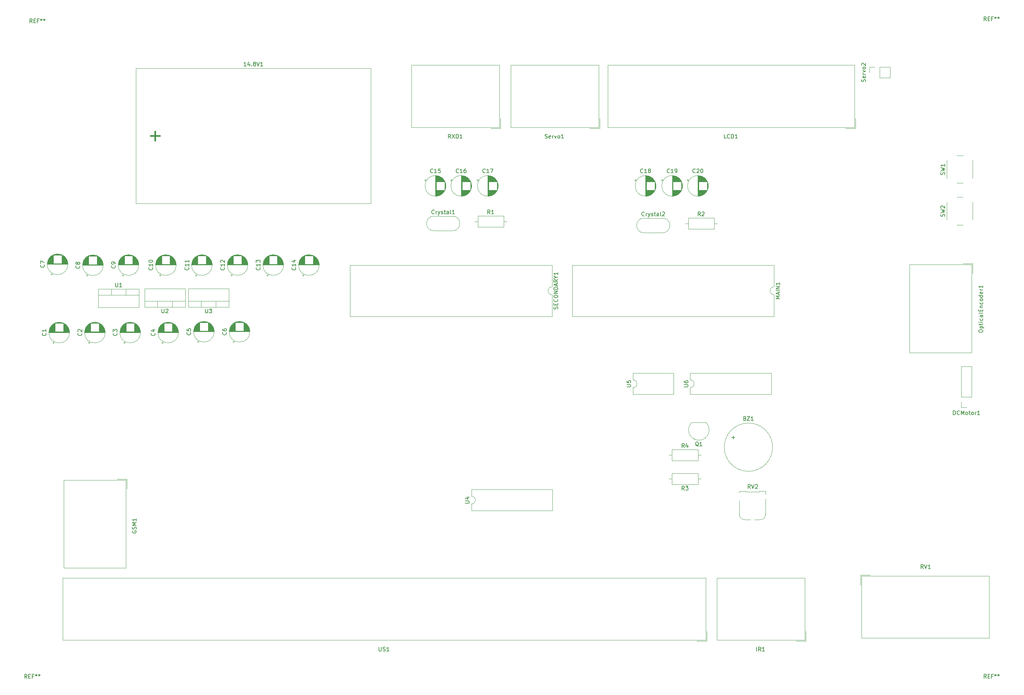
<source format=gto>
%TF.GenerationSoftware,KiCad,Pcbnew,(6.0.4)*%
%TF.CreationDate,2022-06-08T08:46:44+05:30*%
%TF.ProjectId,Full PCB,46756c6c-2050-4434-922e-6b696361645f,Group 18*%
%TF.SameCoordinates,Original*%
%TF.FileFunction,Legend,Top*%
%TF.FilePolarity,Positive*%
%FSLAX46Y46*%
G04 Gerber Fmt 4.6, Leading zero omitted, Abs format (unit mm)*
G04 Created by KiCad (PCBNEW (6.0.4)) date 2022-06-08 08:46:44*
%MOMM*%
%LPD*%
G01*
G04 APERTURE LIST*
%ADD10C,0.150000*%
%ADD11C,0.450000*%
%ADD12C,0.120000*%
%ADD13R,1.600000X1.600000*%
%ADD14C,1.600000*%
%ADD15R,2.000000X2.000000*%
%ADD16C,2.000000*%
%ADD17C,1.500000*%
%ADD18C,3.800000*%
%ADD19R,2.600000X2.600000*%
%ADD20C,2.600000*%
%ADD21R,3.300000X6.600000*%
%ADD22O,3.300000X6.600000*%
%ADD23R,1.700000X1.700000*%
%ADD24O,1.700000X1.700000*%
%ADD25O,1.600000X1.600000*%
%ADD26R,1.050000X1.500000*%
%ADD27O,1.050000X1.500000*%
%ADD28C,2.500000*%
%ADD29R,1.905000X2.000000*%
%ADD30O,1.905000X2.000000*%
%ADD31R,6.600000X3.300000*%
%ADD32O,6.600000X3.300000*%
%ADD33R,1.560000X1.560000*%
%ADD34C,1.560000*%
G04 APERTURE END LIST*
D10*
%TO.C,C1*%
X176400375Y-184826891D02*
X176447994Y-184874510D01*
X176495613Y-185017367D01*
X176495613Y-185112605D01*
X176447994Y-185255463D01*
X176352756Y-185350701D01*
X176257518Y-185398320D01*
X176067042Y-185445939D01*
X175924185Y-185445939D01*
X175733709Y-185398320D01*
X175638471Y-185350701D01*
X175543233Y-185255463D01*
X175495613Y-185112605D01*
X175495613Y-185017367D01*
X175543233Y-184874510D01*
X175590852Y-184826891D01*
X176495613Y-183874510D02*
X176495613Y-184445939D01*
X176495613Y-184160225D02*
X175495613Y-184160225D01*
X175638471Y-184255463D01*
X175733709Y-184350701D01*
X175781328Y-184445939D01*
%TO.C,BZ1*%
X352787280Y-206353571D02*
X352930137Y-206401190D01*
X352977756Y-206448809D01*
X353025375Y-206544047D01*
X353025375Y-206686904D01*
X352977756Y-206782142D01*
X352930137Y-206829761D01*
X352834899Y-206877380D01*
X352453947Y-206877380D01*
X352453947Y-205877380D01*
X352787280Y-205877380D01*
X352882518Y-205925000D01*
X352930137Y-205972619D01*
X352977756Y-206067857D01*
X352977756Y-206163095D01*
X352930137Y-206258333D01*
X352882518Y-206305952D01*
X352787280Y-206353571D01*
X352453947Y-206353571D01*
X353358709Y-205877380D02*
X354025375Y-205877380D01*
X353358709Y-206877380D01*
X354025375Y-206877380D01*
X354930137Y-206877380D02*
X354358709Y-206877380D01*
X354644423Y-206877380D02*
X354644423Y-205877380D01*
X354549185Y-206020238D01*
X354453947Y-206115476D01*
X354358709Y-206163095D01*
X349477280Y-211156428D02*
X350239185Y-211156428D01*
X349858233Y-211537380D02*
X349858233Y-210775476D01*
%TO.C,SW2*%
X403154761Y-155333333D02*
X403202380Y-155190476D01*
X403202380Y-154952380D01*
X403154761Y-154857142D01*
X403107142Y-154809523D01*
X403011904Y-154761904D01*
X402916666Y-154761904D01*
X402821428Y-154809523D01*
X402773809Y-154857142D01*
X402726190Y-154952380D01*
X402678571Y-155142857D01*
X402630952Y-155238095D01*
X402583333Y-155285714D01*
X402488095Y-155333333D01*
X402392857Y-155333333D01*
X402297619Y-155285714D01*
X402250000Y-155238095D01*
X402202380Y-155142857D01*
X402202380Y-154904761D01*
X402250000Y-154761904D01*
X402202380Y-154428571D02*
X403202380Y-154190476D01*
X402488095Y-154000000D01*
X403202380Y-153809523D01*
X402202380Y-153571428D01*
X402297619Y-153238095D02*
X402250000Y-153190476D01*
X402202380Y-153095238D01*
X402202380Y-152857142D01*
X402250000Y-152761904D01*
X402297619Y-152714285D01*
X402392857Y-152666666D01*
X402488095Y-152666666D01*
X402630952Y-152714285D01*
X403202380Y-153285714D01*
X403202380Y-152666666D01*
%TO.C,C3*%
X194310375Y-184826891D02*
X194357994Y-184874510D01*
X194405613Y-185017367D01*
X194405613Y-185112605D01*
X194357994Y-185255463D01*
X194262756Y-185350701D01*
X194167518Y-185398320D01*
X193977042Y-185445939D01*
X193834185Y-185445939D01*
X193643709Y-185398320D01*
X193548471Y-185350701D01*
X193453233Y-185255463D01*
X193405613Y-185112605D01*
X193405613Y-185017367D01*
X193453233Y-184874510D01*
X193500852Y-184826891D01*
X193405613Y-184493558D02*
X193405613Y-183874510D01*
X193786566Y-184207844D01*
X193786566Y-184064986D01*
X193834185Y-183969748D01*
X193881804Y-183922129D01*
X193977042Y-183874510D01*
X194215137Y-183874510D01*
X194310375Y-183922129D01*
X194357994Y-183969748D01*
X194405613Y-184064986D01*
X194405613Y-184350701D01*
X194357994Y-184445939D01*
X194310375Y-184493558D01*
%TO.C,Crystal2*%
X327406328Y-155132142D02*
X327358709Y-155179761D01*
X327215852Y-155227380D01*
X327120613Y-155227380D01*
X326977756Y-155179761D01*
X326882518Y-155084523D01*
X326834899Y-154989285D01*
X326787280Y-154798809D01*
X326787280Y-154655952D01*
X326834899Y-154465476D01*
X326882518Y-154370238D01*
X326977756Y-154275000D01*
X327120613Y-154227380D01*
X327215852Y-154227380D01*
X327358709Y-154275000D01*
X327406328Y-154322619D01*
X327834899Y-155227380D02*
X327834899Y-154560714D01*
X327834899Y-154751190D02*
X327882518Y-154655952D01*
X327930137Y-154608333D01*
X328025375Y-154560714D01*
X328120613Y-154560714D01*
X328358709Y-154560714D02*
X328596804Y-155227380D01*
X328834899Y-154560714D02*
X328596804Y-155227380D01*
X328501566Y-155465476D01*
X328453947Y-155513095D01*
X328358709Y-155560714D01*
X329168233Y-155179761D02*
X329263471Y-155227380D01*
X329453947Y-155227380D01*
X329549185Y-155179761D01*
X329596804Y-155084523D01*
X329596804Y-155036904D01*
X329549185Y-154941666D01*
X329453947Y-154894047D01*
X329311090Y-154894047D01*
X329215852Y-154846428D01*
X329168233Y-154751190D01*
X329168233Y-154703571D01*
X329215852Y-154608333D01*
X329311090Y-154560714D01*
X329453947Y-154560714D01*
X329549185Y-154608333D01*
X329882518Y-154560714D02*
X330263471Y-154560714D01*
X330025375Y-154227380D02*
X330025375Y-155084523D01*
X330072994Y-155179761D01*
X330168233Y-155227380D01*
X330263471Y-155227380D01*
X331025375Y-155227380D02*
X331025375Y-154703571D01*
X330977756Y-154608333D01*
X330882518Y-154560714D01*
X330692042Y-154560714D01*
X330596804Y-154608333D01*
X331025375Y-155179761D02*
X330930137Y-155227380D01*
X330692042Y-155227380D01*
X330596804Y-155179761D01*
X330549185Y-155084523D01*
X330549185Y-154989285D01*
X330596804Y-154894047D01*
X330692042Y-154846428D01*
X330930137Y-154846428D01*
X331025375Y-154798809D01*
X331644423Y-155227380D02*
X331549185Y-155179761D01*
X331501566Y-155084523D01*
X331501566Y-154227380D01*
X331977756Y-154322619D02*
X332025375Y-154275000D01*
X332120613Y-154227380D01*
X332358709Y-154227380D01*
X332453947Y-154275000D01*
X332501566Y-154322619D01*
X332549185Y-154417857D01*
X332549185Y-154513095D01*
X332501566Y-154655952D01*
X331930137Y-155227380D01*
X332549185Y-155227380D01*
%TO.C,C13*%
X230400375Y-168258194D02*
X230447994Y-168305813D01*
X230495613Y-168448670D01*
X230495613Y-168543908D01*
X230447994Y-168686765D01*
X230352756Y-168782003D01*
X230257518Y-168829622D01*
X230067042Y-168877241D01*
X229924185Y-168877241D01*
X229733709Y-168829622D01*
X229638471Y-168782003D01*
X229543233Y-168686765D01*
X229495613Y-168543908D01*
X229495613Y-168448670D01*
X229543233Y-168305813D01*
X229590852Y-168258194D01*
X230495613Y-167305813D02*
X230495613Y-167877241D01*
X230495613Y-167591527D02*
X229495613Y-167591527D01*
X229638471Y-167686765D01*
X229733709Y-167782003D01*
X229781328Y-167877241D01*
X229495613Y-166972479D02*
X229495613Y-166353432D01*
X229876566Y-166686765D01*
X229876566Y-166543908D01*
X229924185Y-166448670D01*
X229971804Y-166401051D01*
X230067042Y-166353432D01*
X230305137Y-166353432D01*
X230400375Y-166401051D01*
X230447994Y-166448670D01*
X230495613Y-166543908D01*
X230495613Y-166829622D01*
X230447994Y-166924860D01*
X230400375Y-166972479D01*
%TO.C,C18*%
X327070263Y-144232142D02*
X327022644Y-144279761D01*
X326879787Y-144327380D01*
X326784549Y-144327380D01*
X326641692Y-144279761D01*
X326546454Y-144184523D01*
X326498835Y-144089285D01*
X326451216Y-143898809D01*
X326451216Y-143755952D01*
X326498835Y-143565476D01*
X326546454Y-143470238D01*
X326641692Y-143375000D01*
X326784549Y-143327380D01*
X326879787Y-143327380D01*
X327022644Y-143375000D01*
X327070263Y-143422619D01*
X328022644Y-144327380D02*
X327451216Y-144327380D01*
X327736930Y-144327380D02*
X327736930Y-143327380D01*
X327641692Y-143470238D01*
X327546454Y-143565476D01*
X327451216Y-143613095D01*
X328594073Y-143755952D02*
X328498835Y-143708333D01*
X328451216Y-143660714D01*
X328403597Y-143565476D01*
X328403597Y-143517857D01*
X328451216Y-143422619D01*
X328498835Y-143375000D01*
X328594073Y-143327380D01*
X328784549Y-143327380D01*
X328879787Y-143375000D01*
X328927406Y-143422619D01*
X328975025Y-143517857D01*
X328975025Y-143565476D01*
X328927406Y-143660714D01*
X328879787Y-143708333D01*
X328784549Y-143755952D01*
X328594073Y-143755952D01*
X328498835Y-143803571D01*
X328451216Y-143851190D01*
X328403597Y-143946428D01*
X328403597Y-144136904D01*
X328451216Y-144232142D01*
X328498835Y-144279761D01*
X328594073Y-144327380D01*
X328784549Y-144327380D01*
X328879787Y-144279761D01*
X328927406Y-144232142D01*
X328975025Y-144136904D01*
X328975025Y-143946428D01*
X328927406Y-143851190D01*
X328879787Y-143803571D01*
X328784549Y-143755952D01*
%TO.C,Crystal1*%
X274406328Y-154632142D02*
X274358709Y-154679761D01*
X274215852Y-154727380D01*
X274120613Y-154727380D01*
X273977756Y-154679761D01*
X273882518Y-154584523D01*
X273834899Y-154489285D01*
X273787280Y-154298809D01*
X273787280Y-154155952D01*
X273834899Y-153965476D01*
X273882518Y-153870238D01*
X273977756Y-153775000D01*
X274120613Y-153727380D01*
X274215852Y-153727380D01*
X274358709Y-153775000D01*
X274406328Y-153822619D01*
X274834899Y-154727380D02*
X274834899Y-154060714D01*
X274834899Y-154251190D02*
X274882518Y-154155952D01*
X274930137Y-154108333D01*
X275025375Y-154060714D01*
X275120613Y-154060714D01*
X275358709Y-154060714D02*
X275596804Y-154727380D01*
X275834899Y-154060714D02*
X275596804Y-154727380D01*
X275501566Y-154965476D01*
X275453947Y-155013095D01*
X275358709Y-155060714D01*
X276168233Y-154679761D02*
X276263471Y-154727380D01*
X276453947Y-154727380D01*
X276549185Y-154679761D01*
X276596804Y-154584523D01*
X276596804Y-154536904D01*
X276549185Y-154441666D01*
X276453947Y-154394047D01*
X276311090Y-154394047D01*
X276215852Y-154346428D01*
X276168233Y-154251190D01*
X276168233Y-154203571D01*
X276215852Y-154108333D01*
X276311090Y-154060714D01*
X276453947Y-154060714D01*
X276549185Y-154108333D01*
X276882518Y-154060714D02*
X277263471Y-154060714D01*
X277025375Y-153727380D02*
X277025375Y-154584523D01*
X277072994Y-154679761D01*
X277168233Y-154727380D01*
X277263471Y-154727380D01*
X278025375Y-154727380D02*
X278025375Y-154203571D01*
X277977756Y-154108333D01*
X277882518Y-154060714D01*
X277692042Y-154060714D01*
X277596804Y-154108333D01*
X278025375Y-154679761D02*
X277930137Y-154727380D01*
X277692042Y-154727380D01*
X277596804Y-154679761D01*
X277549185Y-154584523D01*
X277549185Y-154489285D01*
X277596804Y-154394047D01*
X277692042Y-154346428D01*
X277930137Y-154346428D01*
X278025375Y-154298809D01*
X278644423Y-154727380D02*
X278549185Y-154679761D01*
X278501566Y-154584523D01*
X278501566Y-153727380D01*
X279549185Y-154727380D02*
X278977756Y-154727380D01*
X279263471Y-154727380D02*
X279263471Y-153727380D01*
X279168233Y-153870238D01*
X279072994Y-153965476D01*
X278977756Y-154013095D01*
%TO.C,14.8V1*%
X226983709Y-117352380D02*
X226412280Y-117352380D01*
X226697994Y-117352380D02*
X226697994Y-116352380D01*
X226602756Y-116495238D01*
X226507518Y-116590476D01*
X226412280Y-116638095D01*
X227840852Y-116685714D02*
X227840852Y-117352380D01*
X227602756Y-116304761D02*
X227364661Y-117019047D01*
X227983709Y-117019047D01*
X228364661Y-117257142D02*
X228412280Y-117304761D01*
X228364661Y-117352380D01*
X228317042Y-117304761D01*
X228364661Y-117257142D01*
X228364661Y-117352380D01*
X228983709Y-116780952D02*
X228888471Y-116733333D01*
X228840852Y-116685714D01*
X228793233Y-116590476D01*
X228793233Y-116542857D01*
X228840852Y-116447619D01*
X228888471Y-116400000D01*
X228983709Y-116352380D01*
X229174185Y-116352380D01*
X229269423Y-116400000D01*
X229317042Y-116447619D01*
X229364661Y-116542857D01*
X229364661Y-116590476D01*
X229317042Y-116685714D01*
X229269423Y-116733333D01*
X229174185Y-116780952D01*
X228983709Y-116780952D01*
X228888471Y-116828571D01*
X228840852Y-116876190D01*
X228793233Y-116971428D01*
X228793233Y-117161904D01*
X228840852Y-117257142D01*
X228888471Y-117304761D01*
X228983709Y-117352380D01*
X229174185Y-117352380D01*
X229269423Y-117304761D01*
X229317042Y-117257142D01*
X229364661Y-117161904D01*
X229364661Y-116971428D01*
X229317042Y-116876190D01*
X229269423Y-116828571D01*
X229174185Y-116780952D01*
X229650375Y-116352380D02*
X229983709Y-117352380D01*
X230317042Y-116352380D01*
X231174185Y-117352380D02*
X230602756Y-117352380D01*
X230888471Y-117352380D02*
X230888471Y-116352380D01*
X230793233Y-116495238D01*
X230697994Y-116590476D01*
X230602756Y-116638095D01*
D11*
X202850375Y-135014285D02*
X205136090Y-135014285D01*
X203993233Y-136157142D02*
X203993233Y-133871428D01*
D10*
%TO.C,LCD1*%
X348046566Y-135612380D02*
X347570375Y-135612380D01*
X347570375Y-134612380D01*
X348951328Y-135517142D02*
X348903709Y-135564761D01*
X348760852Y-135612380D01*
X348665613Y-135612380D01*
X348522756Y-135564761D01*
X348427518Y-135469523D01*
X348379899Y-135374285D01*
X348332280Y-135183809D01*
X348332280Y-135040952D01*
X348379899Y-134850476D01*
X348427518Y-134755238D01*
X348522756Y-134660000D01*
X348665613Y-134612380D01*
X348760852Y-134612380D01*
X348903709Y-134660000D01*
X348951328Y-134707619D01*
X349379899Y-135612380D02*
X349379899Y-134612380D01*
X349617994Y-134612380D01*
X349760852Y-134660000D01*
X349856090Y-134755238D01*
X349903709Y-134850476D01*
X349951328Y-135040952D01*
X349951328Y-135183809D01*
X349903709Y-135374285D01*
X349856090Y-135469523D01*
X349760852Y-135564761D01*
X349617994Y-135612380D01*
X349379899Y-135612380D01*
X350903709Y-135612380D02*
X350332280Y-135612380D01*
X350617994Y-135612380D02*
X350617994Y-134612380D01*
X350522756Y-134755238D01*
X350427518Y-134850476D01*
X350332280Y-134898095D01*
%TO.C,DCMotor1*%
X405358709Y-205427380D02*
X405358709Y-204427380D01*
X405596804Y-204427380D01*
X405739661Y-204475000D01*
X405834899Y-204570238D01*
X405882518Y-204665476D01*
X405930137Y-204855952D01*
X405930137Y-204998809D01*
X405882518Y-205189285D01*
X405834899Y-205284523D01*
X405739661Y-205379761D01*
X405596804Y-205427380D01*
X405358709Y-205427380D01*
X406930137Y-205332142D02*
X406882518Y-205379761D01*
X406739661Y-205427380D01*
X406644423Y-205427380D01*
X406501566Y-205379761D01*
X406406328Y-205284523D01*
X406358709Y-205189285D01*
X406311090Y-204998809D01*
X406311090Y-204855952D01*
X406358709Y-204665476D01*
X406406328Y-204570238D01*
X406501566Y-204475000D01*
X406644423Y-204427380D01*
X406739661Y-204427380D01*
X406882518Y-204475000D01*
X406930137Y-204522619D01*
X407358709Y-205427380D02*
X407358709Y-204427380D01*
X407692042Y-205141666D01*
X408025375Y-204427380D01*
X408025375Y-205427380D01*
X408644423Y-205427380D02*
X408549185Y-205379761D01*
X408501566Y-205332142D01*
X408453947Y-205236904D01*
X408453947Y-204951190D01*
X408501566Y-204855952D01*
X408549185Y-204808333D01*
X408644423Y-204760714D01*
X408787280Y-204760714D01*
X408882518Y-204808333D01*
X408930137Y-204855952D01*
X408977756Y-204951190D01*
X408977756Y-205236904D01*
X408930137Y-205332142D01*
X408882518Y-205379761D01*
X408787280Y-205427380D01*
X408644423Y-205427380D01*
X409263471Y-204760714D02*
X409644423Y-204760714D01*
X409406328Y-204427380D02*
X409406328Y-205284523D01*
X409453947Y-205379761D01*
X409549185Y-205427380D01*
X409644423Y-205427380D01*
X410120613Y-205427380D02*
X410025375Y-205379761D01*
X409977756Y-205332142D01*
X409930137Y-205236904D01*
X409930137Y-204951190D01*
X409977756Y-204855952D01*
X410025375Y-204808333D01*
X410120613Y-204760714D01*
X410263471Y-204760714D01*
X410358709Y-204808333D01*
X410406328Y-204855952D01*
X410453947Y-204951190D01*
X410453947Y-205236904D01*
X410406328Y-205332142D01*
X410358709Y-205379761D01*
X410263471Y-205427380D01*
X410120613Y-205427380D01*
X410882518Y-205427380D02*
X410882518Y-204760714D01*
X410882518Y-204951190D02*
X410930137Y-204855952D01*
X410977756Y-204808333D01*
X411072994Y-204760714D01*
X411168233Y-204760714D01*
X412025375Y-205427380D02*
X411453947Y-205427380D01*
X411739661Y-205427380D02*
X411739661Y-204427380D01*
X411644423Y-204570238D01*
X411549185Y-204665476D01*
X411453947Y-204713095D01*
%TO.C,U5*%
X322990613Y-198376904D02*
X323800137Y-198376904D01*
X323895375Y-198329285D01*
X323942994Y-198281666D01*
X323990613Y-198186428D01*
X323990613Y-197995952D01*
X323942994Y-197900714D01*
X323895375Y-197853095D01*
X323800137Y-197805476D01*
X322990613Y-197805476D01*
X322990613Y-196853095D02*
X322990613Y-197329285D01*
X323466804Y-197376904D01*
X323419185Y-197329285D01*
X323371566Y-197234047D01*
X323371566Y-196995952D01*
X323419185Y-196900714D01*
X323466804Y-196853095D01*
X323562042Y-196805476D01*
X323800137Y-196805476D01*
X323895375Y-196853095D01*
X323942994Y-196900714D01*
X323990613Y-196995952D01*
X323990613Y-197234047D01*
X323942994Y-197329285D01*
X323895375Y-197376904D01*
%TO.C,Q1*%
X341072994Y-213372619D02*
X340977756Y-213325000D01*
X340882518Y-213229761D01*
X340739661Y-213086904D01*
X340644423Y-213039285D01*
X340549185Y-213039285D01*
X340596804Y-213277380D02*
X340501566Y-213229761D01*
X340406328Y-213134523D01*
X340358709Y-212944047D01*
X340358709Y-212610714D01*
X340406328Y-212420238D01*
X340501566Y-212325000D01*
X340596804Y-212277380D01*
X340787280Y-212277380D01*
X340882518Y-212325000D01*
X340977756Y-212420238D01*
X341025375Y-212610714D01*
X341025375Y-212944047D01*
X340977756Y-213134523D01*
X340882518Y-213229761D01*
X340787280Y-213277380D01*
X340596804Y-213277380D01*
X341977756Y-213277380D02*
X341406328Y-213277380D01*
X341692042Y-213277380D02*
X341692042Y-212277380D01*
X341596804Y-212420238D01*
X341501566Y-212515476D01*
X341406328Y-212563095D01*
%TO.C,C15*%
X274070263Y-144232142D02*
X274022644Y-144279761D01*
X273879787Y-144327380D01*
X273784549Y-144327380D01*
X273641692Y-144279761D01*
X273546454Y-144184523D01*
X273498835Y-144089285D01*
X273451216Y-143898809D01*
X273451216Y-143755952D01*
X273498835Y-143565476D01*
X273546454Y-143470238D01*
X273641692Y-143375000D01*
X273784549Y-143327380D01*
X273879787Y-143327380D01*
X274022644Y-143375000D01*
X274070263Y-143422619D01*
X275022644Y-144327380D02*
X274451216Y-144327380D01*
X274736930Y-144327380D02*
X274736930Y-143327380D01*
X274641692Y-143470238D01*
X274546454Y-143565476D01*
X274451216Y-143613095D01*
X275927406Y-143327380D02*
X275451216Y-143327380D01*
X275403597Y-143803571D01*
X275451216Y-143755952D01*
X275546454Y-143708333D01*
X275784549Y-143708333D01*
X275879787Y-143755952D01*
X275927406Y-143803571D01*
X275975025Y-143898809D01*
X275975025Y-144136904D01*
X275927406Y-144232142D01*
X275879787Y-144279761D01*
X275784549Y-144327380D01*
X275546454Y-144327380D01*
X275451216Y-144279761D01*
X275403597Y-144232142D01*
%TO.C,C14*%
X239400375Y-168258194D02*
X239447994Y-168305813D01*
X239495613Y-168448670D01*
X239495613Y-168543908D01*
X239447994Y-168686765D01*
X239352756Y-168782003D01*
X239257518Y-168829622D01*
X239067042Y-168877241D01*
X238924185Y-168877241D01*
X238733709Y-168829622D01*
X238638471Y-168782003D01*
X238543233Y-168686765D01*
X238495613Y-168543908D01*
X238495613Y-168448670D01*
X238543233Y-168305813D01*
X238590852Y-168258194D01*
X239495613Y-167305813D02*
X239495613Y-167877241D01*
X239495613Y-167591527D02*
X238495613Y-167591527D01*
X238638471Y-167686765D01*
X238733709Y-167782003D01*
X238781328Y-167877241D01*
X238828947Y-166448670D02*
X239495613Y-166448670D01*
X238447994Y-166686765D02*
X239162280Y-166924860D01*
X239162280Y-166305813D01*
%TO.C,Servo2*%
X383177994Y-121308333D02*
X383225613Y-121165476D01*
X383225613Y-120927380D01*
X383177994Y-120832142D01*
X383130375Y-120784523D01*
X383035137Y-120736904D01*
X382939899Y-120736904D01*
X382844661Y-120784523D01*
X382797042Y-120832142D01*
X382749423Y-120927380D01*
X382701804Y-121117857D01*
X382654185Y-121213095D01*
X382606566Y-121260714D01*
X382511328Y-121308333D01*
X382416090Y-121308333D01*
X382320852Y-121260714D01*
X382273233Y-121213095D01*
X382225613Y-121117857D01*
X382225613Y-120879761D01*
X382273233Y-120736904D01*
X383177994Y-119927380D02*
X383225613Y-120022619D01*
X383225613Y-120213095D01*
X383177994Y-120308333D01*
X383082756Y-120355952D01*
X382701804Y-120355952D01*
X382606566Y-120308333D01*
X382558947Y-120213095D01*
X382558947Y-120022619D01*
X382606566Y-119927380D01*
X382701804Y-119879761D01*
X382797042Y-119879761D01*
X382892280Y-120355952D01*
X383225613Y-119451190D02*
X382558947Y-119451190D01*
X382749423Y-119451190D02*
X382654185Y-119403571D01*
X382606566Y-119355952D01*
X382558947Y-119260714D01*
X382558947Y-119165476D01*
X382558947Y-118927380D02*
X383225613Y-118689285D01*
X382558947Y-118451190D01*
X383225613Y-117927380D02*
X383177994Y-118022619D01*
X383130375Y-118070238D01*
X383035137Y-118117857D01*
X382749423Y-118117857D01*
X382654185Y-118070238D01*
X382606566Y-118022619D01*
X382558947Y-117927380D01*
X382558947Y-117784523D01*
X382606566Y-117689285D01*
X382654185Y-117641666D01*
X382749423Y-117594047D01*
X383035137Y-117594047D01*
X383130375Y-117641666D01*
X383177994Y-117689285D01*
X383225613Y-117784523D01*
X383225613Y-117927380D01*
X382320852Y-117213095D02*
X382273233Y-117165476D01*
X382225613Y-117070238D01*
X382225613Y-116832142D01*
X382273233Y-116736904D01*
X382320852Y-116689285D01*
X382416090Y-116641666D01*
X382511328Y-116641666D01*
X382654185Y-116689285D01*
X383225613Y-117260714D01*
X383225613Y-116641666D01*
%TO.C,REF\u002A\u002A*%
X413666666Y-271952380D02*
X413333333Y-271476190D01*
X413095238Y-271952380D02*
X413095238Y-270952380D01*
X413476190Y-270952380D01*
X413571428Y-271000000D01*
X413619047Y-271047619D01*
X413666666Y-271142857D01*
X413666666Y-271285714D01*
X413619047Y-271380952D01*
X413571428Y-271428571D01*
X413476190Y-271476190D01*
X413095238Y-271476190D01*
X414095238Y-271428571D02*
X414428571Y-271428571D01*
X414571428Y-271952380D02*
X414095238Y-271952380D01*
X414095238Y-270952380D01*
X414571428Y-270952380D01*
X415333333Y-271428571D02*
X415000000Y-271428571D01*
X415000000Y-271952380D02*
X415000000Y-270952380D01*
X415476190Y-270952380D01*
X416000000Y-270952380D02*
X416000000Y-271190476D01*
X415761904Y-271095238D02*
X416000000Y-271190476D01*
X416238095Y-271095238D01*
X415857142Y-271380952D02*
X416000000Y-271190476D01*
X416142857Y-271380952D01*
X416761904Y-270952380D02*
X416761904Y-271190476D01*
X416523809Y-271095238D02*
X416761904Y-271190476D01*
X417000000Y-271095238D01*
X416619047Y-271380952D02*
X416761904Y-271190476D01*
X416904761Y-271380952D01*
%TO.C,RXD1*%
X278570375Y-135612380D02*
X278237042Y-135136190D01*
X277998947Y-135612380D02*
X277998947Y-134612380D01*
X278379899Y-134612380D01*
X278475137Y-134660000D01*
X278522756Y-134707619D01*
X278570375Y-134802857D01*
X278570375Y-134945714D01*
X278522756Y-135040952D01*
X278475137Y-135088571D01*
X278379899Y-135136190D01*
X277998947Y-135136190D01*
X278903709Y-134612380D02*
X279570375Y-135612380D01*
X279570375Y-134612380D02*
X278903709Y-135612380D01*
X279951328Y-135612380D02*
X279951328Y-134612380D01*
X280189423Y-134612380D01*
X280332280Y-134660000D01*
X280427518Y-134755238D01*
X280475137Y-134850476D01*
X280522756Y-135040952D01*
X280522756Y-135183809D01*
X280475137Y-135374285D01*
X280427518Y-135469523D01*
X280332280Y-135564761D01*
X280189423Y-135612380D01*
X279951328Y-135612380D01*
X281475137Y-135612380D02*
X280903709Y-135612380D01*
X281189423Y-135612380D02*
X281189423Y-134612380D01*
X281094185Y-134755238D01*
X280998947Y-134850476D01*
X280903709Y-134898095D01*
%TO.C,U1*%
X194031328Y-172127380D02*
X194031328Y-172936904D01*
X194078947Y-173032142D01*
X194126566Y-173079761D01*
X194221804Y-173127380D01*
X194412280Y-173127380D01*
X194507518Y-173079761D01*
X194555137Y-173032142D01*
X194602756Y-172936904D01*
X194602756Y-172127380D01*
X195602756Y-173127380D02*
X195031328Y-173127380D01*
X195317042Y-173127380D02*
X195317042Y-172127380D01*
X195221804Y-172270238D01*
X195126566Y-172365476D01*
X195031328Y-172413095D01*
%TO.C,GSM1*%
X198293233Y-234761904D02*
X198245613Y-234857142D01*
X198245613Y-235000000D01*
X198293233Y-235142857D01*
X198388471Y-235238095D01*
X198483709Y-235285714D01*
X198674185Y-235333333D01*
X198817042Y-235333333D01*
X199007518Y-235285714D01*
X199102756Y-235238095D01*
X199197994Y-235142857D01*
X199245613Y-235000000D01*
X199245613Y-234904761D01*
X199197994Y-234761904D01*
X199150375Y-234714285D01*
X198817042Y-234714285D01*
X198817042Y-234904761D01*
X199197994Y-234333333D02*
X199245613Y-234190476D01*
X199245613Y-233952380D01*
X199197994Y-233857142D01*
X199150375Y-233809523D01*
X199055137Y-233761904D01*
X198959899Y-233761904D01*
X198864661Y-233809523D01*
X198817042Y-233857142D01*
X198769423Y-233952380D01*
X198721804Y-234142857D01*
X198674185Y-234238095D01*
X198626566Y-234285714D01*
X198531328Y-234333333D01*
X198436090Y-234333333D01*
X198340852Y-234285714D01*
X198293233Y-234238095D01*
X198245613Y-234142857D01*
X198245613Y-233904761D01*
X198293233Y-233761904D01*
X199245613Y-233333333D02*
X198245613Y-233333333D01*
X198959899Y-233000000D01*
X198245613Y-232666666D01*
X199245613Y-232666666D01*
X199245613Y-231666666D02*
X199245613Y-232238095D01*
X199245613Y-231952380D02*
X198245613Y-231952380D01*
X198388471Y-232047619D01*
X198483709Y-232142857D01*
X198531328Y-232238095D01*
%TO.C,SECONDARY1*%
X305527994Y-178739047D02*
X305575613Y-178596190D01*
X305575613Y-178358095D01*
X305527994Y-178262857D01*
X305480375Y-178215238D01*
X305385137Y-178167619D01*
X305289899Y-178167619D01*
X305194661Y-178215238D01*
X305147042Y-178262857D01*
X305099423Y-178358095D01*
X305051804Y-178548571D01*
X305004185Y-178643809D01*
X304956566Y-178691428D01*
X304861328Y-178739047D01*
X304766090Y-178739047D01*
X304670852Y-178691428D01*
X304623233Y-178643809D01*
X304575613Y-178548571D01*
X304575613Y-178310476D01*
X304623233Y-178167619D01*
X305051804Y-177739047D02*
X305051804Y-177405714D01*
X305575613Y-177262857D02*
X305575613Y-177739047D01*
X304575613Y-177739047D01*
X304575613Y-177262857D01*
X305480375Y-176262857D02*
X305527994Y-176310476D01*
X305575613Y-176453333D01*
X305575613Y-176548571D01*
X305527994Y-176691428D01*
X305432756Y-176786666D01*
X305337518Y-176834285D01*
X305147042Y-176881904D01*
X305004185Y-176881904D01*
X304813709Y-176834285D01*
X304718471Y-176786666D01*
X304623233Y-176691428D01*
X304575613Y-176548571D01*
X304575613Y-176453333D01*
X304623233Y-176310476D01*
X304670852Y-176262857D01*
X304575613Y-175643809D02*
X304575613Y-175453333D01*
X304623233Y-175358095D01*
X304718471Y-175262857D01*
X304908947Y-175215238D01*
X305242280Y-175215238D01*
X305432756Y-175262857D01*
X305527994Y-175358095D01*
X305575613Y-175453333D01*
X305575613Y-175643809D01*
X305527994Y-175739047D01*
X305432756Y-175834285D01*
X305242280Y-175881904D01*
X304908947Y-175881904D01*
X304718471Y-175834285D01*
X304623233Y-175739047D01*
X304575613Y-175643809D01*
X305575613Y-174786666D02*
X304575613Y-174786666D01*
X305575613Y-174215238D01*
X304575613Y-174215238D01*
X305575613Y-173739047D02*
X304575613Y-173739047D01*
X304575613Y-173500952D01*
X304623233Y-173358095D01*
X304718471Y-173262857D01*
X304813709Y-173215238D01*
X305004185Y-173167619D01*
X305147042Y-173167619D01*
X305337518Y-173215238D01*
X305432756Y-173262857D01*
X305527994Y-173358095D01*
X305575613Y-173500952D01*
X305575613Y-173739047D01*
X305289899Y-172786666D02*
X305289899Y-172310476D01*
X305575613Y-172881904D02*
X304575613Y-172548571D01*
X305575613Y-172215238D01*
X305575613Y-171310476D02*
X305099423Y-171643809D01*
X305575613Y-171881904D02*
X304575613Y-171881904D01*
X304575613Y-171500952D01*
X304623233Y-171405714D01*
X304670852Y-171358095D01*
X304766090Y-171310476D01*
X304908947Y-171310476D01*
X305004185Y-171358095D01*
X305051804Y-171405714D01*
X305099423Y-171500952D01*
X305099423Y-171881904D01*
X305099423Y-170691428D02*
X305575613Y-170691428D01*
X304575613Y-171024761D02*
X305099423Y-170691428D01*
X304575613Y-170358095D01*
X305575613Y-169500952D02*
X305575613Y-170072380D01*
X305575613Y-169786666D02*
X304575613Y-169786666D01*
X304718471Y-169881904D01*
X304813709Y-169977142D01*
X304861328Y-170072380D01*
%TO.C,REF\u002A\u002A*%
X171666666Y-271952380D02*
X171333333Y-271476190D01*
X171095238Y-271952380D02*
X171095238Y-270952380D01*
X171476190Y-270952380D01*
X171571428Y-271000000D01*
X171619047Y-271047619D01*
X171666666Y-271142857D01*
X171666666Y-271285714D01*
X171619047Y-271380952D01*
X171571428Y-271428571D01*
X171476190Y-271476190D01*
X171095238Y-271476190D01*
X172095238Y-271428571D02*
X172428571Y-271428571D01*
X172571428Y-271952380D02*
X172095238Y-271952380D01*
X172095238Y-270952380D01*
X172571428Y-270952380D01*
X173333333Y-271428571D02*
X173000000Y-271428571D01*
X173000000Y-271952380D02*
X173000000Y-270952380D01*
X173476190Y-270952380D01*
X174000000Y-270952380D02*
X174000000Y-271190476D01*
X173761904Y-271095238D02*
X174000000Y-271190476D01*
X174238095Y-271095238D01*
X173857142Y-271380952D02*
X174000000Y-271190476D01*
X174142857Y-271380952D01*
X174761904Y-270952380D02*
X174761904Y-271190476D01*
X174523809Y-271095238D02*
X174761904Y-271190476D01*
X175000000Y-271095238D01*
X174619047Y-271380952D02*
X174761904Y-271190476D01*
X174904761Y-271380952D01*
%TO.C,C12*%
X221400375Y-168258194D02*
X221447994Y-168305813D01*
X221495613Y-168448670D01*
X221495613Y-168543908D01*
X221447994Y-168686765D01*
X221352756Y-168782003D01*
X221257518Y-168829622D01*
X221067042Y-168877241D01*
X220924185Y-168877241D01*
X220733709Y-168829622D01*
X220638471Y-168782003D01*
X220543233Y-168686765D01*
X220495613Y-168543908D01*
X220495613Y-168448670D01*
X220543233Y-168305813D01*
X220590852Y-168258194D01*
X221495613Y-167305813D02*
X221495613Y-167877241D01*
X221495613Y-167591527D02*
X220495613Y-167591527D01*
X220638471Y-167686765D01*
X220733709Y-167782003D01*
X220781328Y-167877241D01*
X220590852Y-166924860D02*
X220543233Y-166877241D01*
X220495613Y-166782003D01*
X220495613Y-166543908D01*
X220543233Y-166448670D01*
X220590852Y-166401051D01*
X220686090Y-166353432D01*
X220781328Y-166353432D01*
X220924185Y-166401051D01*
X221495613Y-166972479D01*
X221495613Y-166353432D01*
%TO.C,U2*%
X205698095Y-178722380D02*
X205698095Y-179531904D01*
X205745714Y-179627142D01*
X205793333Y-179674761D01*
X205888571Y-179722380D01*
X206079047Y-179722380D01*
X206174285Y-179674761D01*
X206221904Y-179627142D01*
X206269523Y-179531904D01*
X206269523Y-178722380D01*
X206698095Y-178817619D02*
X206745714Y-178770000D01*
X206840952Y-178722380D01*
X207079047Y-178722380D01*
X207174285Y-178770000D01*
X207221904Y-178817619D01*
X207269523Y-178912857D01*
X207269523Y-179008095D01*
X207221904Y-179150952D01*
X206650476Y-179722380D01*
X207269523Y-179722380D01*
%TO.C,RV2*%
X354172994Y-224077380D02*
X353839661Y-223601190D01*
X353601566Y-224077380D02*
X353601566Y-223077380D01*
X353982518Y-223077380D01*
X354077756Y-223125000D01*
X354125375Y-223172619D01*
X354172994Y-223267857D01*
X354172994Y-223410714D01*
X354125375Y-223505952D01*
X354077756Y-223553571D01*
X353982518Y-223601190D01*
X353601566Y-223601190D01*
X354458709Y-223077380D02*
X354792042Y-224077380D01*
X355125375Y-223077380D01*
X355411090Y-223172619D02*
X355458709Y-223125000D01*
X355553947Y-223077380D01*
X355792042Y-223077380D01*
X355887280Y-223125000D01*
X355934899Y-223172619D01*
X355982518Y-223267857D01*
X355982518Y-223363095D01*
X355934899Y-223505952D01*
X355363471Y-224077380D01*
X355982518Y-224077380D01*
%TO.C,R3*%
X337501566Y-224447380D02*
X337168233Y-223971190D01*
X336930137Y-224447380D02*
X336930137Y-223447380D01*
X337311090Y-223447380D01*
X337406328Y-223495000D01*
X337453947Y-223542619D01*
X337501566Y-223637857D01*
X337501566Y-223780714D01*
X337453947Y-223875952D01*
X337406328Y-223923571D01*
X337311090Y-223971190D01*
X336930137Y-223971190D01*
X337834899Y-223447380D02*
X338453947Y-223447380D01*
X338120613Y-223828333D01*
X338263471Y-223828333D01*
X338358709Y-223875952D01*
X338406328Y-223923571D01*
X338453947Y-224018809D01*
X338453947Y-224256904D01*
X338406328Y-224352142D01*
X338358709Y-224399761D01*
X338263471Y-224447380D01*
X337977756Y-224447380D01*
X337882518Y-224399761D01*
X337834899Y-224352142D01*
%TO.C,OpticalEncoder1*%
X411780613Y-184371666D02*
X411780613Y-184181190D01*
X411828233Y-184085952D01*
X411923471Y-183990714D01*
X412113947Y-183943095D01*
X412447280Y-183943095D01*
X412637756Y-183990714D01*
X412732994Y-184085952D01*
X412780613Y-184181190D01*
X412780613Y-184371666D01*
X412732994Y-184466904D01*
X412637756Y-184562142D01*
X412447280Y-184609761D01*
X412113947Y-184609761D01*
X411923471Y-184562142D01*
X411828233Y-184466904D01*
X411780613Y-184371666D01*
X412113947Y-183514523D02*
X413113947Y-183514523D01*
X412161566Y-183514523D02*
X412113947Y-183419285D01*
X412113947Y-183228809D01*
X412161566Y-183133571D01*
X412209185Y-183085952D01*
X412304423Y-183038333D01*
X412590137Y-183038333D01*
X412685375Y-183085952D01*
X412732994Y-183133571D01*
X412780613Y-183228809D01*
X412780613Y-183419285D01*
X412732994Y-183514523D01*
X412113947Y-182752619D02*
X412113947Y-182371666D01*
X411780613Y-182609761D02*
X412637756Y-182609761D01*
X412732994Y-182562142D01*
X412780613Y-182466904D01*
X412780613Y-182371666D01*
X412780613Y-182038333D02*
X412113947Y-182038333D01*
X411780613Y-182038333D02*
X411828233Y-182085952D01*
X411875852Y-182038333D01*
X411828233Y-181990714D01*
X411780613Y-182038333D01*
X411875852Y-182038333D01*
X412732994Y-181133571D02*
X412780613Y-181228809D01*
X412780613Y-181419285D01*
X412732994Y-181514523D01*
X412685375Y-181562142D01*
X412590137Y-181609761D01*
X412304423Y-181609761D01*
X412209185Y-181562142D01*
X412161566Y-181514523D01*
X412113947Y-181419285D01*
X412113947Y-181228809D01*
X412161566Y-181133571D01*
X412780613Y-180276428D02*
X412256804Y-180276428D01*
X412161566Y-180324047D01*
X412113947Y-180419285D01*
X412113947Y-180609761D01*
X412161566Y-180705000D01*
X412732994Y-180276428D02*
X412780613Y-180371666D01*
X412780613Y-180609761D01*
X412732994Y-180705000D01*
X412637756Y-180752619D01*
X412542518Y-180752619D01*
X412447280Y-180705000D01*
X412399661Y-180609761D01*
X412399661Y-180371666D01*
X412352042Y-180276428D01*
X412780613Y-179657380D02*
X412732994Y-179752619D01*
X412637756Y-179800238D01*
X411780613Y-179800238D01*
X412256804Y-179276428D02*
X412256804Y-178943095D01*
X412780613Y-178800238D02*
X412780613Y-179276428D01*
X411780613Y-179276428D01*
X411780613Y-178800238D01*
X412113947Y-178371666D02*
X412780613Y-178371666D01*
X412209185Y-178371666D02*
X412161566Y-178324047D01*
X412113947Y-178228809D01*
X412113947Y-178085952D01*
X412161566Y-177990714D01*
X412256804Y-177943095D01*
X412780613Y-177943095D01*
X412732994Y-177038333D02*
X412780613Y-177133571D01*
X412780613Y-177324047D01*
X412732994Y-177419285D01*
X412685375Y-177466904D01*
X412590137Y-177514523D01*
X412304423Y-177514523D01*
X412209185Y-177466904D01*
X412161566Y-177419285D01*
X412113947Y-177324047D01*
X412113947Y-177133571D01*
X412161566Y-177038333D01*
X412780613Y-176466904D02*
X412732994Y-176562142D01*
X412685375Y-176609761D01*
X412590137Y-176657380D01*
X412304423Y-176657380D01*
X412209185Y-176609761D01*
X412161566Y-176562142D01*
X412113947Y-176466904D01*
X412113947Y-176324047D01*
X412161566Y-176228809D01*
X412209185Y-176181190D01*
X412304423Y-176133571D01*
X412590137Y-176133571D01*
X412685375Y-176181190D01*
X412732994Y-176228809D01*
X412780613Y-176324047D01*
X412780613Y-176466904D01*
X412780613Y-175276428D02*
X411780613Y-175276428D01*
X412732994Y-175276428D02*
X412780613Y-175371666D01*
X412780613Y-175562142D01*
X412732994Y-175657380D01*
X412685375Y-175705000D01*
X412590137Y-175752619D01*
X412304423Y-175752619D01*
X412209185Y-175705000D01*
X412161566Y-175657380D01*
X412113947Y-175562142D01*
X412113947Y-175371666D01*
X412161566Y-175276428D01*
X412732994Y-174419285D02*
X412780613Y-174514523D01*
X412780613Y-174705000D01*
X412732994Y-174800238D01*
X412637756Y-174847857D01*
X412256804Y-174847857D01*
X412161566Y-174800238D01*
X412113947Y-174705000D01*
X412113947Y-174514523D01*
X412161566Y-174419285D01*
X412256804Y-174371666D01*
X412352042Y-174371666D01*
X412447280Y-174847857D01*
X412780613Y-173943095D02*
X412113947Y-173943095D01*
X412304423Y-173943095D02*
X412209185Y-173895476D01*
X412161566Y-173847857D01*
X412113947Y-173752619D01*
X412113947Y-173657380D01*
X412780613Y-172800238D02*
X412780613Y-173371666D01*
X412780613Y-173085952D02*
X411780613Y-173085952D01*
X411923471Y-173181190D01*
X412018709Y-173276428D01*
X412066328Y-173371666D01*
%TO.C,U6*%
X337415613Y-198376904D02*
X338225137Y-198376904D01*
X338320375Y-198329285D01*
X338367994Y-198281666D01*
X338415613Y-198186428D01*
X338415613Y-197995952D01*
X338367994Y-197900714D01*
X338320375Y-197853095D01*
X338225137Y-197805476D01*
X337415613Y-197805476D01*
X337415613Y-196900714D02*
X337415613Y-197091190D01*
X337463233Y-197186428D01*
X337510852Y-197234047D01*
X337653709Y-197329285D01*
X337844185Y-197376904D01*
X338225137Y-197376904D01*
X338320375Y-197329285D01*
X338367994Y-197281666D01*
X338415613Y-197186428D01*
X338415613Y-196995952D01*
X338367994Y-196900714D01*
X338320375Y-196853095D01*
X338225137Y-196805476D01*
X337987042Y-196805476D01*
X337891804Y-196853095D01*
X337844185Y-196900714D01*
X337796566Y-196995952D01*
X337796566Y-197186428D01*
X337844185Y-197281666D01*
X337891804Y-197329285D01*
X337987042Y-197376904D01*
%TO.C,REF\u002A\u002A*%
X172959899Y-106452380D02*
X172626566Y-105976190D01*
X172388471Y-106452380D02*
X172388471Y-105452380D01*
X172769423Y-105452380D01*
X172864661Y-105500000D01*
X172912280Y-105547619D01*
X172959899Y-105642857D01*
X172959899Y-105785714D01*
X172912280Y-105880952D01*
X172864661Y-105928571D01*
X172769423Y-105976190D01*
X172388471Y-105976190D01*
X173388471Y-105928571D02*
X173721804Y-105928571D01*
X173864661Y-106452380D02*
X173388471Y-106452380D01*
X173388471Y-105452380D01*
X173864661Y-105452380D01*
X174626566Y-105928571D02*
X174293233Y-105928571D01*
X174293233Y-106452380D02*
X174293233Y-105452380D01*
X174769423Y-105452380D01*
X175293233Y-105452380D02*
X175293233Y-105690476D01*
X175055137Y-105595238D02*
X175293233Y-105690476D01*
X175531328Y-105595238D01*
X175150375Y-105880952D02*
X175293233Y-105690476D01*
X175436090Y-105880952D01*
X176055137Y-105452380D02*
X176055137Y-105690476D01*
X175817042Y-105595238D02*
X176055137Y-105690476D01*
X176293233Y-105595238D01*
X175912280Y-105880952D02*
X176055137Y-105690476D01*
X176197994Y-105880952D01*
%TO.C,C17*%
X287275375Y-144232142D02*
X287227756Y-144279761D01*
X287084899Y-144327380D01*
X286989661Y-144327380D01*
X286846804Y-144279761D01*
X286751566Y-144184523D01*
X286703947Y-144089285D01*
X286656328Y-143898809D01*
X286656328Y-143755952D01*
X286703947Y-143565476D01*
X286751566Y-143470238D01*
X286846804Y-143375000D01*
X286989661Y-143327380D01*
X287084899Y-143327380D01*
X287227756Y-143375000D01*
X287275375Y-143422619D01*
X288227756Y-144327380D02*
X287656328Y-144327380D01*
X287942042Y-144327380D02*
X287942042Y-143327380D01*
X287846804Y-143470238D01*
X287751566Y-143565476D01*
X287656328Y-143613095D01*
X288561090Y-143327380D02*
X289227756Y-143327380D01*
X288799185Y-144327380D01*
%TO.C,IR1*%
X355737042Y-265112380D02*
X355737042Y-264112380D01*
X356784661Y-265112380D02*
X356451328Y-264636190D01*
X356213233Y-265112380D02*
X356213233Y-264112380D01*
X356594185Y-264112380D01*
X356689423Y-264160000D01*
X356737042Y-264207619D01*
X356784661Y-264302857D01*
X356784661Y-264445714D01*
X356737042Y-264540952D01*
X356689423Y-264588571D01*
X356594185Y-264636190D01*
X356213233Y-264636190D01*
X357737042Y-265112380D02*
X357165613Y-265112380D01*
X357451328Y-265112380D02*
X357451328Y-264112380D01*
X357356090Y-264255238D01*
X357260852Y-264350476D01*
X357165613Y-264398095D01*
%TO.C,U3*%
X216698095Y-178722380D02*
X216698095Y-179531904D01*
X216745714Y-179627142D01*
X216793333Y-179674761D01*
X216888571Y-179722380D01*
X217079047Y-179722380D01*
X217174285Y-179674761D01*
X217221904Y-179627142D01*
X217269523Y-179531904D01*
X217269523Y-178722380D01*
X217650476Y-178722380D02*
X218269523Y-178722380D01*
X217936190Y-179103333D01*
X218079047Y-179103333D01*
X218174285Y-179150952D01*
X218221904Y-179198571D01*
X218269523Y-179293809D01*
X218269523Y-179531904D01*
X218221904Y-179627142D01*
X218174285Y-179674761D01*
X218079047Y-179722380D01*
X217793333Y-179722380D01*
X217698095Y-179674761D01*
X217650476Y-179627142D01*
%TO.C,R2*%
X341581566Y-155207380D02*
X341248233Y-154731190D01*
X341010137Y-155207380D02*
X341010137Y-154207380D01*
X341391090Y-154207380D01*
X341486328Y-154255000D01*
X341533947Y-154302619D01*
X341581566Y-154397857D01*
X341581566Y-154540714D01*
X341533947Y-154635952D01*
X341486328Y-154683571D01*
X341391090Y-154731190D01*
X341010137Y-154731190D01*
X341962518Y-154302619D02*
X342010137Y-154255000D01*
X342105375Y-154207380D01*
X342343471Y-154207380D01*
X342438709Y-154255000D01*
X342486328Y-154302619D01*
X342533947Y-154397857D01*
X342533947Y-154493095D01*
X342486328Y-154635952D01*
X341914899Y-155207380D01*
X342533947Y-155207380D01*
%TO.C,MAIN1*%
X361575613Y-176120000D02*
X360575613Y-176120000D01*
X361289899Y-175786666D01*
X360575613Y-175453333D01*
X361575613Y-175453333D01*
X361289899Y-175024761D02*
X361289899Y-174548571D01*
X361575613Y-175120000D02*
X360575613Y-174786666D01*
X361575613Y-174453333D01*
X361575613Y-174120000D02*
X360575613Y-174120000D01*
X361575613Y-173643809D02*
X360575613Y-173643809D01*
X361575613Y-173072380D01*
X360575613Y-173072380D01*
X361575613Y-172072380D02*
X361575613Y-172643809D01*
X361575613Y-172358095D02*
X360575613Y-172358095D01*
X360718471Y-172453333D01*
X360813709Y-172548571D01*
X360861328Y-172643809D01*
%TO.C,C11*%
X212400375Y-168258194D02*
X212447994Y-168305813D01*
X212495613Y-168448670D01*
X212495613Y-168543908D01*
X212447994Y-168686765D01*
X212352756Y-168782003D01*
X212257518Y-168829622D01*
X212067042Y-168877241D01*
X211924185Y-168877241D01*
X211733709Y-168829622D01*
X211638471Y-168782003D01*
X211543233Y-168686765D01*
X211495613Y-168543908D01*
X211495613Y-168448670D01*
X211543233Y-168305813D01*
X211590852Y-168258194D01*
X212495613Y-167305813D02*
X212495613Y-167877241D01*
X212495613Y-167591527D02*
X211495613Y-167591527D01*
X211638471Y-167686765D01*
X211733709Y-167782003D01*
X211781328Y-167877241D01*
X212495613Y-166353432D02*
X212495613Y-166924860D01*
X212495613Y-166639146D02*
X211495613Y-166639146D01*
X211638471Y-166734384D01*
X211733709Y-166829622D01*
X211781328Y-166924860D01*
%TO.C,C20*%
X340275375Y-144232142D02*
X340227756Y-144279761D01*
X340084899Y-144327380D01*
X339989661Y-144327380D01*
X339846804Y-144279761D01*
X339751566Y-144184523D01*
X339703947Y-144089285D01*
X339656328Y-143898809D01*
X339656328Y-143755952D01*
X339703947Y-143565476D01*
X339751566Y-143470238D01*
X339846804Y-143375000D01*
X339989661Y-143327380D01*
X340084899Y-143327380D01*
X340227756Y-143375000D01*
X340275375Y-143422619D01*
X340656328Y-143422619D02*
X340703947Y-143375000D01*
X340799185Y-143327380D01*
X341037280Y-143327380D01*
X341132518Y-143375000D01*
X341180137Y-143422619D01*
X341227756Y-143517857D01*
X341227756Y-143613095D01*
X341180137Y-143755952D01*
X340608709Y-144327380D01*
X341227756Y-144327380D01*
X341846804Y-143327380D02*
X341942042Y-143327380D01*
X342037280Y-143375000D01*
X342084899Y-143422619D01*
X342132518Y-143517857D01*
X342180137Y-143708333D01*
X342180137Y-143946428D01*
X342132518Y-144136904D01*
X342084899Y-144232142D01*
X342037280Y-144279761D01*
X341942042Y-144327380D01*
X341846804Y-144327380D01*
X341751566Y-144279761D01*
X341703947Y-144232142D01*
X341656328Y-144136904D01*
X341608709Y-143946428D01*
X341608709Y-143708333D01*
X341656328Y-143517857D01*
X341703947Y-143422619D01*
X341751566Y-143375000D01*
X341846804Y-143327380D01*
%TO.C,C5*%
X212900375Y-184621779D02*
X212947994Y-184669398D01*
X212995613Y-184812255D01*
X212995613Y-184907493D01*
X212947994Y-185050351D01*
X212852756Y-185145589D01*
X212757518Y-185193208D01*
X212567042Y-185240827D01*
X212424185Y-185240827D01*
X212233709Y-185193208D01*
X212138471Y-185145589D01*
X212043233Y-185050351D01*
X211995613Y-184907493D01*
X211995613Y-184812255D01*
X212043233Y-184669398D01*
X212090852Y-184621779D01*
X211995613Y-183717017D02*
X211995613Y-184193208D01*
X212471804Y-184240827D01*
X212424185Y-184193208D01*
X212376566Y-184097970D01*
X212376566Y-183859874D01*
X212424185Y-183764636D01*
X212471804Y-183717017D01*
X212567042Y-183669398D01*
X212805137Y-183669398D01*
X212900375Y-183717017D01*
X212947994Y-183764636D01*
X212995613Y-183859874D01*
X212995613Y-184097970D01*
X212947994Y-184193208D01*
X212900375Y-184240827D01*
%TO.C,C2*%
X185400375Y-184826891D02*
X185447994Y-184874510D01*
X185495613Y-185017367D01*
X185495613Y-185112605D01*
X185447994Y-185255463D01*
X185352756Y-185350701D01*
X185257518Y-185398320D01*
X185067042Y-185445939D01*
X184924185Y-185445939D01*
X184733709Y-185398320D01*
X184638471Y-185350701D01*
X184543233Y-185255463D01*
X184495613Y-185112605D01*
X184495613Y-185017367D01*
X184543233Y-184874510D01*
X184590852Y-184826891D01*
X184590852Y-184445939D02*
X184543233Y-184398320D01*
X184495613Y-184303082D01*
X184495613Y-184064986D01*
X184543233Y-183969748D01*
X184590852Y-183922129D01*
X184686090Y-183874510D01*
X184781328Y-183874510D01*
X184924185Y-183922129D01*
X185495613Y-184493558D01*
X185495613Y-183874510D01*
%TO.C,C8*%
X184900375Y-167826891D02*
X184947994Y-167874510D01*
X184995613Y-168017367D01*
X184995613Y-168112605D01*
X184947994Y-168255463D01*
X184852756Y-168350701D01*
X184757518Y-168398320D01*
X184567042Y-168445939D01*
X184424185Y-168445939D01*
X184233709Y-168398320D01*
X184138471Y-168350701D01*
X184043233Y-168255463D01*
X183995613Y-168112605D01*
X183995613Y-168017367D01*
X184043233Y-167874510D01*
X184090852Y-167826891D01*
X184424185Y-167255463D02*
X184376566Y-167350701D01*
X184328947Y-167398320D01*
X184233709Y-167445939D01*
X184186090Y-167445939D01*
X184090852Y-167398320D01*
X184043233Y-167350701D01*
X183995613Y-167255463D01*
X183995613Y-167064986D01*
X184043233Y-166969748D01*
X184090852Y-166922129D01*
X184186090Y-166874510D01*
X184233709Y-166874510D01*
X184328947Y-166922129D01*
X184376566Y-166969748D01*
X184424185Y-167064986D01*
X184424185Y-167255463D01*
X184471804Y-167350701D01*
X184519423Y-167398320D01*
X184614661Y-167445939D01*
X184805137Y-167445939D01*
X184900375Y-167398320D01*
X184947994Y-167350701D01*
X184995613Y-167255463D01*
X184995613Y-167064986D01*
X184947994Y-166969748D01*
X184900375Y-166922129D01*
X184805137Y-166874510D01*
X184614661Y-166874510D01*
X184519423Y-166922129D01*
X184471804Y-166969748D01*
X184424185Y-167064986D01*
%TO.C,C19*%
X333775375Y-144232142D02*
X333727756Y-144279761D01*
X333584899Y-144327380D01*
X333489661Y-144327380D01*
X333346804Y-144279761D01*
X333251566Y-144184523D01*
X333203947Y-144089285D01*
X333156328Y-143898809D01*
X333156328Y-143755952D01*
X333203947Y-143565476D01*
X333251566Y-143470238D01*
X333346804Y-143375000D01*
X333489661Y-143327380D01*
X333584899Y-143327380D01*
X333727756Y-143375000D01*
X333775375Y-143422619D01*
X334727756Y-144327380D02*
X334156328Y-144327380D01*
X334442042Y-144327380D02*
X334442042Y-143327380D01*
X334346804Y-143470238D01*
X334251566Y-143565476D01*
X334156328Y-143613095D01*
X335203947Y-144327380D02*
X335394423Y-144327380D01*
X335489661Y-144279761D01*
X335537280Y-144232142D01*
X335632518Y-144089285D01*
X335680137Y-143898809D01*
X335680137Y-143517857D01*
X335632518Y-143422619D01*
X335584899Y-143375000D01*
X335489661Y-143327380D01*
X335299185Y-143327380D01*
X335203947Y-143375000D01*
X335156328Y-143422619D01*
X335108709Y-143517857D01*
X335108709Y-143755952D01*
X335156328Y-143851190D01*
X335203947Y-143898809D01*
X335299185Y-143946428D01*
X335489661Y-143946428D01*
X335584899Y-143898809D01*
X335632518Y-143851190D01*
X335680137Y-143755952D01*
%TO.C,C10*%
X203310375Y-168258194D02*
X203357994Y-168305813D01*
X203405613Y-168448670D01*
X203405613Y-168543908D01*
X203357994Y-168686765D01*
X203262756Y-168782003D01*
X203167518Y-168829622D01*
X202977042Y-168877241D01*
X202834185Y-168877241D01*
X202643709Y-168829622D01*
X202548471Y-168782003D01*
X202453233Y-168686765D01*
X202405613Y-168543908D01*
X202405613Y-168448670D01*
X202453233Y-168305813D01*
X202500852Y-168258194D01*
X203405613Y-167305813D02*
X203405613Y-167877241D01*
X203405613Y-167591527D02*
X202405613Y-167591527D01*
X202548471Y-167686765D01*
X202643709Y-167782003D01*
X202691328Y-167877241D01*
X202405613Y-166686765D02*
X202405613Y-166591527D01*
X202453233Y-166496289D01*
X202500852Y-166448670D01*
X202596090Y-166401051D01*
X202786566Y-166353432D01*
X203024661Y-166353432D01*
X203215137Y-166401051D01*
X203310375Y-166448670D01*
X203357994Y-166496289D01*
X203405613Y-166591527D01*
X203405613Y-166686765D01*
X203357994Y-166782003D01*
X203310375Y-166829622D01*
X203215137Y-166877241D01*
X203024661Y-166924860D01*
X202786566Y-166924860D01*
X202596090Y-166877241D01*
X202500852Y-166829622D01*
X202453233Y-166782003D01*
X202405613Y-166686765D01*
%TO.C,C6*%
X221900375Y-184621779D02*
X221947994Y-184669398D01*
X221995613Y-184812255D01*
X221995613Y-184907493D01*
X221947994Y-185050351D01*
X221852756Y-185145589D01*
X221757518Y-185193208D01*
X221567042Y-185240827D01*
X221424185Y-185240827D01*
X221233709Y-185193208D01*
X221138471Y-185145589D01*
X221043233Y-185050351D01*
X220995613Y-184907493D01*
X220995613Y-184812255D01*
X221043233Y-184669398D01*
X221090852Y-184621779D01*
X220995613Y-183764636D02*
X220995613Y-183955113D01*
X221043233Y-184050351D01*
X221090852Y-184097970D01*
X221233709Y-184193208D01*
X221424185Y-184240827D01*
X221805137Y-184240827D01*
X221900375Y-184193208D01*
X221947994Y-184145589D01*
X221995613Y-184050351D01*
X221995613Y-183859874D01*
X221947994Y-183764636D01*
X221900375Y-183717017D01*
X221805137Y-183669398D01*
X221567042Y-183669398D01*
X221471804Y-183717017D01*
X221424185Y-183764636D01*
X221376566Y-183859874D01*
X221376566Y-184050351D01*
X221424185Y-184145589D01*
X221471804Y-184193208D01*
X221567042Y-184240827D01*
%TO.C,C7*%
X175990375Y-167576891D02*
X176037994Y-167624510D01*
X176085613Y-167767367D01*
X176085613Y-167862605D01*
X176037994Y-168005463D01*
X175942756Y-168100701D01*
X175847518Y-168148320D01*
X175657042Y-168195939D01*
X175514185Y-168195939D01*
X175323709Y-168148320D01*
X175228471Y-168100701D01*
X175133233Y-168005463D01*
X175085613Y-167862605D01*
X175085613Y-167767367D01*
X175133233Y-167624510D01*
X175180852Y-167576891D01*
X175085613Y-167243558D02*
X175085613Y-166576891D01*
X176085613Y-167005463D01*
%TO.C,US1*%
X260475137Y-264112380D02*
X260475137Y-264921904D01*
X260522756Y-265017142D01*
X260570375Y-265064761D01*
X260665613Y-265112380D01*
X260856090Y-265112380D01*
X260951328Y-265064761D01*
X260998947Y-265017142D01*
X261046566Y-264921904D01*
X261046566Y-264112380D01*
X261475137Y-265064761D02*
X261617994Y-265112380D01*
X261856090Y-265112380D01*
X261951328Y-265064761D01*
X261998947Y-265017142D01*
X262046566Y-264921904D01*
X262046566Y-264826666D01*
X261998947Y-264731428D01*
X261951328Y-264683809D01*
X261856090Y-264636190D01*
X261665613Y-264588571D01*
X261570375Y-264540952D01*
X261522756Y-264493333D01*
X261475137Y-264398095D01*
X261475137Y-264302857D01*
X261522756Y-264207619D01*
X261570375Y-264160000D01*
X261665613Y-264112380D01*
X261903709Y-264112380D01*
X262046566Y-264160000D01*
X262998947Y-265112380D02*
X262427518Y-265112380D01*
X262713233Y-265112380D02*
X262713233Y-264112380D01*
X262617994Y-264255238D01*
X262522756Y-264350476D01*
X262427518Y-264398095D01*
%TO.C,REF\u002A\u002A*%
X413666666Y-105952380D02*
X413333333Y-105476190D01*
X413095238Y-105952380D02*
X413095238Y-104952380D01*
X413476190Y-104952380D01*
X413571428Y-105000000D01*
X413619047Y-105047619D01*
X413666666Y-105142857D01*
X413666666Y-105285714D01*
X413619047Y-105380952D01*
X413571428Y-105428571D01*
X413476190Y-105476190D01*
X413095238Y-105476190D01*
X414095238Y-105428571D02*
X414428571Y-105428571D01*
X414571428Y-105952380D02*
X414095238Y-105952380D01*
X414095238Y-104952380D01*
X414571428Y-104952380D01*
X415333333Y-105428571D02*
X415000000Y-105428571D01*
X415000000Y-105952380D02*
X415000000Y-104952380D01*
X415476190Y-104952380D01*
X416000000Y-104952380D02*
X416000000Y-105190476D01*
X415761904Y-105095238D02*
X416000000Y-105190476D01*
X416238095Y-105095238D01*
X415857142Y-105380952D02*
X416000000Y-105190476D01*
X416142857Y-105380952D01*
X416761904Y-104952380D02*
X416761904Y-105190476D01*
X416523809Y-105095238D02*
X416761904Y-105190476D01*
X417000000Y-105095238D01*
X416619047Y-105380952D02*
X416761904Y-105190476D01*
X416904761Y-105380952D01*
%TO.C,R1*%
X288501566Y-154707380D02*
X288168233Y-154231190D01*
X287930137Y-154707380D02*
X287930137Y-153707380D01*
X288311090Y-153707380D01*
X288406328Y-153755000D01*
X288453947Y-153802619D01*
X288501566Y-153897857D01*
X288501566Y-154040714D01*
X288453947Y-154135952D01*
X288406328Y-154183571D01*
X288311090Y-154231190D01*
X287930137Y-154231190D01*
X289453947Y-154707380D02*
X288882518Y-154707380D01*
X289168233Y-154707380D02*
X289168233Y-153707380D01*
X289072994Y-153850238D01*
X288977756Y-153945476D01*
X288882518Y-153993095D01*
%TO.C,U4*%
X282247380Y-227751904D02*
X283056904Y-227751904D01*
X283152142Y-227704285D01*
X283199761Y-227656666D01*
X283247380Y-227561428D01*
X283247380Y-227370952D01*
X283199761Y-227275714D01*
X283152142Y-227228095D01*
X283056904Y-227180476D01*
X282247380Y-227180476D01*
X282580714Y-226275714D02*
X283247380Y-226275714D01*
X282199761Y-226513809D02*
X282914047Y-226751904D01*
X282914047Y-226132857D01*
%TO.C,C16*%
X280570263Y-144232142D02*
X280522644Y-144279761D01*
X280379787Y-144327380D01*
X280284549Y-144327380D01*
X280141692Y-144279761D01*
X280046454Y-144184523D01*
X279998835Y-144089285D01*
X279951216Y-143898809D01*
X279951216Y-143755952D01*
X279998835Y-143565476D01*
X280046454Y-143470238D01*
X280141692Y-143375000D01*
X280284549Y-143327380D01*
X280379787Y-143327380D01*
X280522644Y-143375000D01*
X280570263Y-143422619D01*
X281522644Y-144327380D02*
X280951216Y-144327380D01*
X281236930Y-144327380D02*
X281236930Y-143327380D01*
X281141692Y-143470238D01*
X281046454Y-143565476D01*
X280951216Y-143613095D01*
X282379787Y-143327380D02*
X282189311Y-143327380D01*
X282094073Y-143375000D01*
X282046454Y-143422619D01*
X281951216Y-143565476D01*
X281903597Y-143755952D01*
X281903597Y-144136904D01*
X281951216Y-144232142D01*
X281998835Y-144279761D01*
X282094073Y-144327380D01*
X282284549Y-144327380D01*
X282379787Y-144279761D01*
X282427406Y-144232142D01*
X282475025Y-144136904D01*
X282475025Y-143898809D01*
X282427406Y-143803571D01*
X282379787Y-143755952D01*
X282284549Y-143708333D01*
X282094073Y-143708333D01*
X281998835Y-143755952D01*
X281951216Y-143803571D01*
X281903597Y-143898809D01*
%TO.C,C4*%
X203900375Y-184826891D02*
X203947994Y-184874510D01*
X203995613Y-185017367D01*
X203995613Y-185112605D01*
X203947994Y-185255463D01*
X203852756Y-185350701D01*
X203757518Y-185398320D01*
X203567042Y-185445939D01*
X203424185Y-185445939D01*
X203233709Y-185398320D01*
X203138471Y-185350701D01*
X203043233Y-185255463D01*
X202995613Y-185112605D01*
X202995613Y-185017367D01*
X203043233Y-184874510D01*
X203090852Y-184826891D01*
X203328947Y-183969748D02*
X203995613Y-183969748D01*
X202947994Y-184207844D02*
X203662280Y-184445939D01*
X203662280Y-183826891D01*
%TO.C,Servo1*%
X302379899Y-135564761D02*
X302522756Y-135612380D01*
X302760852Y-135612380D01*
X302856090Y-135564761D01*
X302903709Y-135517142D01*
X302951328Y-135421904D01*
X302951328Y-135326666D01*
X302903709Y-135231428D01*
X302856090Y-135183809D01*
X302760852Y-135136190D01*
X302570375Y-135088571D01*
X302475137Y-135040952D01*
X302427518Y-134993333D01*
X302379899Y-134898095D01*
X302379899Y-134802857D01*
X302427518Y-134707619D01*
X302475137Y-134660000D01*
X302570375Y-134612380D01*
X302808471Y-134612380D01*
X302951328Y-134660000D01*
X303760852Y-135564761D02*
X303665613Y-135612380D01*
X303475137Y-135612380D01*
X303379899Y-135564761D01*
X303332280Y-135469523D01*
X303332280Y-135088571D01*
X303379899Y-134993333D01*
X303475137Y-134945714D01*
X303665613Y-134945714D01*
X303760852Y-134993333D01*
X303808471Y-135088571D01*
X303808471Y-135183809D01*
X303332280Y-135279047D01*
X304237042Y-135612380D02*
X304237042Y-134945714D01*
X304237042Y-135136190D02*
X304284661Y-135040952D01*
X304332280Y-134993333D01*
X304427518Y-134945714D01*
X304522756Y-134945714D01*
X304760852Y-134945714D02*
X304998947Y-135612380D01*
X305237042Y-134945714D01*
X305760852Y-135612380D02*
X305665613Y-135564761D01*
X305617994Y-135517142D01*
X305570375Y-135421904D01*
X305570375Y-135136190D01*
X305617994Y-135040952D01*
X305665613Y-134993333D01*
X305760852Y-134945714D01*
X305903709Y-134945714D01*
X305998947Y-134993333D01*
X306046566Y-135040952D01*
X306094185Y-135136190D01*
X306094185Y-135421904D01*
X306046566Y-135517142D01*
X305998947Y-135564761D01*
X305903709Y-135612380D01*
X305760852Y-135612380D01*
X307046566Y-135612380D02*
X306475137Y-135612380D01*
X306760852Y-135612380D02*
X306760852Y-134612380D01*
X306665613Y-134755238D01*
X306570375Y-134850476D01*
X306475137Y-134898095D01*
%TO.C,R4*%
X337501566Y-213707380D02*
X337168233Y-213231190D01*
X336930137Y-213707380D02*
X336930137Y-212707380D01*
X337311090Y-212707380D01*
X337406328Y-212755000D01*
X337453947Y-212802619D01*
X337501566Y-212897857D01*
X337501566Y-213040714D01*
X337453947Y-213135952D01*
X337406328Y-213183571D01*
X337311090Y-213231190D01*
X336930137Y-213231190D01*
X338358709Y-213040714D02*
X338358709Y-213707380D01*
X338120613Y-212659761D02*
X337882518Y-213374047D01*
X338501566Y-213374047D01*
%TO.C,C9*%
X193900375Y-167782003D02*
X193947994Y-167829622D01*
X193995613Y-167972479D01*
X193995613Y-168067717D01*
X193947994Y-168210575D01*
X193852756Y-168305813D01*
X193757518Y-168353432D01*
X193567042Y-168401051D01*
X193424185Y-168401051D01*
X193233709Y-168353432D01*
X193138471Y-168305813D01*
X193043233Y-168210575D01*
X192995613Y-168067717D01*
X192995613Y-167972479D01*
X193043233Y-167829622D01*
X193090852Y-167782003D01*
X193995613Y-167305813D02*
X193995613Y-167115337D01*
X193947994Y-167020098D01*
X193900375Y-166972479D01*
X193757518Y-166877241D01*
X193567042Y-166829622D01*
X193186090Y-166829622D01*
X193090852Y-166877241D01*
X193043233Y-166924860D01*
X192995613Y-167020098D01*
X192995613Y-167210575D01*
X193043233Y-167305813D01*
X193090852Y-167353432D01*
X193186090Y-167401051D01*
X193424185Y-167401051D01*
X193519423Y-167353432D01*
X193567042Y-167305813D01*
X193614661Y-167210575D01*
X193614661Y-167020098D01*
X193567042Y-166924860D01*
X193519423Y-166877241D01*
X193424185Y-166829622D01*
%TO.C,RV1*%
X397777994Y-244292380D02*
X397444661Y-243816190D01*
X397206566Y-244292380D02*
X397206566Y-243292380D01*
X397587518Y-243292380D01*
X397682756Y-243340000D01*
X397730375Y-243387619D01*
X397777994Y-243482857D01*
X397777994Y-243625714D01*
X397730375Y-243720952D01*
X397682756Y-243768571D01*
X397587518Y-243816190D01*
X397206566Y-243816190D01*
X398063709Y-243292380D02*
X398397042Y-244292380D01*
X398730375Y-243292380D01*
X399587518Y-244292380D02*
X399016090Y-244292380D01*
X399301804Y-244292380D02*
X399301804Y-243292380D01*
X399206566Y-243435238D01*
X399111328Y-243530476D01*
X399016090Y-243578095D01*
%TO.C,SW1*%
X403154761Y-144783333D02*
X403202380Y-144640476D01*
X403202380Y-144402380D01*
X403154761Y-144307142D01*
X403107142Y-144259523D01*
X403011904Y-144211904D01*
X402916666Y-144211904D01*
X402821428Y-144259523D01*
X402773809Y-144307142D01*
X402726190Y-144402380D01*
X402678571Y-144592857D01*
X402630952Y-144688095D01*
X402583333Y-144735714D01*
X402488095Y-144783333D01*
X402392857Y-144783333D01*
X402297619Y-144735714D01*
X402250000Y-144688095D01*
X402202380Y-144592857D01*
X402202380Y-144354761D01*
X402250000Y-144211904D01*
X402202380Y-143878571D02*
X403202380Y-143640476D01*
X402488095Y-143450000D01*
X403202380Y-143259523D01*
X402202380Y-143021428D01*
X403202380Y-142116666D02*
X403202380Y-142688095D01*
X403202380Y-142402380D02*
X402202380Y-142402380D01*
X402345238Y-142497619D01*
X402440476Y-142592857D01*
X402488095Y-142688095D01*
D12*
%TO.C,C1*%
X177967233Y-182819225D02*
X178753233Y-182819225D01*
X178188233Y-182619225D02*
X178753233Y-182619225D01*
X180833233Y-183019225D02*
X181797233Y-183019225D01*
X178615233Y-182339225D02*
X180971233Y-182339225D01*
X178140233Y-182659225D02*
X178753233Y-182659225D01*
X180833233Y-183339225D02*
X182017233Y-183339225D01*
X180833233Y-183099225D02*
X181858233Y-183099225D01*
X178293233Y-182539225D02*
X178753233Y-182539225D01*
X177644233Y-183219225D02*
X178753233Y-183219225D01*
X180833233Y-183579225D02*
X182141233Y-183579225D01*
X180833233Y-183219225D02*
X181942233Y-183219225D01*
X180833233Y-182979225D02*
X181764233Y-182979225D01*
X177503233Y-183459225D02*
X178753233Y-183459225D01*
X177282233Y-184060225D02*
X178753233Y-184060225D01*
X180833233Y-183059225D02*
X181828233Y-183059225D01*
X180833233Y-183419225D02*
X182061233Y-183419225D01*
X177671233Y-183179225D02*
X178753233Y-183179225D01*
X180833233Y-182899225D02*
X181694233Y-182899225D01*
X178350233Y-182499225D02*
X178753233Y-182499225D01*
X180833233Y-182499225D02*
X181236233Y-182499225D01*
X180833233Y-184300225D02*
X182349233Y-184300225D01*
X180833233Y-183139225D02*
X181888233Y-183139225D01*
X178068233Y-187215000D02*
X178568233Y-187215000D01*
X177822233Y-182979225D02*
X178753233Y-182979225D01*
X177224233Y-184420225D02*
X178753233Y-184420225D01*
X180833233Y-184100225D02*
X182313233Y-184100225D01*
X178318233Y-187465000D02*
X178318233Y-186965000D01*
X177232233Y-184340225D02*
X178753233Y-184340225D01*
X178094233Y-182699225D02*
X178753233Y-182699225D01*
X180833233Y-183859225D02*
X182248233Y-183859225D01*
X177856233Y-182939225D02*
X178753233Y-182939225D01*
X177265233Y-184140225D02*
X178753233Y-184140225D01*
X177213233Y-184620225D02*
X182373233Y-184620225D01*
X180833233Y-182659225D02*
X181446233Y-182659225D01*
X180833233Y-183499225D02*
X182103233Y-183499225D01*
X177325233Y-183899225D02*
X178753233Y-183899225D01*
X180833233Y-184060225D02*
X182304233Y-184060225D01*
X180833233Y-183299225D02*
X181993233Y-183299225D01*
X177698233Y-183139225D02*
X178753233Y-183139225D01*
X177569233Y-183339225D02*
X178753233Y-183339225D01*
X177464233Y-183539225D02*
X178753233Y-183539225D01*
X178239233Y-182579225D02*
X178753233Y-182579225D01*
X177618233Y-183259225D02*
X178753233Y-183259225D01*
X177237233Y-184300225D02*
X178753233Y-184300225D01*
X180833233Y-182579225D02*
X181347233Y-182579225D01*
X180833233Y-183779225D02*
X182221233Y-183779225D01*
X180833233Y-182539225D02*
X181293233Y-182539225D01*
X177217233Y-184500225D02*
X182369233Y-184500225D01*
X180833233Y-182739225D02*
X181536233Y-182739225D01*
X180833233Y-183939225D02*
X182273233Y-183939225D01*
X180833233Y-184220225D02*
X182336233Y-184220225D01*
X178008233Y-182779225D02*
X178753233Y-182779225D01*
X180833233Y-184340225D02*
X182354233Y-184340225D01*
X180833233Y-182939225D02*
X181730233Y-182939225D01*
X177546233Y-183379225D02*
X178753233Y-183379225D01*
X178782233Y-182259225D02*
X180804233Y-182259225D01*
X177215233Y-184540225D02*
X182371233Y-184540225D01*
X178050233Y-182739225D02*
X178753233Y-182739225D01*
X180833233Y-183619225D02*
X182158233Y-183619225D01*
X178542233Y-182379225D02*
X178753233Y-182379225D01*
X177728233Y-183099225D02*
X178753233Y-183099225D01*
X177445233Y-183579225D02*
X178753233Y-183579225D01*
X180833233Y-183179225D02*
X181915233Y-183179225D01*
X177379233Y-183739225D02*
X178753233Y-183739225D01*
X177929233Y-182859225D02*
X178753233Y-182859225D01*
X180833233Y-182819225D02*
X181619233Y-182819225D01*
X177313233Y-183939225D02*
X178753233Y-183939225D01*
X177892233Y-182899225D02*
X178753233Y-182899225D01*
X177250233Y-184220225D02*
X178753233Y-184220225D01*
X177365233Y-183779225D02*
X178753233Y-183779225D01*
X180833233Y-183980225D02*
X182284233Y-183980225D01*
X177351233Y-183819225D02*
X178753233Y-183819225D01*
X177243233Y-184260225D02*
X178753233Y-184260225D01*
X179275233Y-182099225D02*
X180311233Y-182099225D01*
X177257233Y-184180225D02*
X178753233Y-184180225D01*
X180833233Y-184140225D02*
X182321233Y-184140225D01*
X178695233Y-182299225D02*
X180891233Y-182299225D01*
X179116233Y-182139225D02*
X180470233Y-182139225D01*
X177758233Y-183059225D02*
X178753233Y-183059225D01*
X177292233Y-184020225D02*
X178753233Y-184020225D01*
X180833233Y-183819225D02*
X182235233Y-183819225D01*
X180833233Y-184260225D02*
X182343233Y-184260225D01*
X177411233Y-183659225D02*
X178753233Y-183659225D01*
X180833233Y-182459225D02*
X181176233Y-182459225D01*
X180833233Y-182859225D02*
X181657233Y-182859225D01*
X180833233Y-183379225D02*
X182040233Y-183379225D01*
X180833233Y-183539225D02*
X182122233Y-183539225D01*
X179509233Y-182059225D02*
X180077233Y-182059225D01*
X177483233Y-183499225D02*
X178753233Y-183499225D01*
X177228233Y-184380225D02*
X178753233Y-184380225D01*
X180833233Y-183739225D02*
X182207233Y-183739225D01*
X177789233Y-183019225D02*
X178753233Y-183019225D01*
X180833233Y-184180225D02*
X182329233Y-184180225D01*
X180833233Y-184420225D02*
X182362233Y-184420225D01*
X178410233Y-182459225D02*
X178753233Y-182459225D01*
X180833233Y-183459225D02*
X182083233Y-183459225D01*
X178988233Y-182179225D02*
X180598233Y-182179225D01*
X177214233Y-184580225D02*
X182372233Y-184580225D01*
X180833233Y-183899225D02*
X182261233Y-183899225D01*
X177213233Y-184660225D02*
X182373233Y-184660225D01*
X177302233Y-183980225D02*
X178753233Y-183980225D01*
X180833233Y-183259225D02*
X181968233Y-183259225D01*
X178878233Y-182219225D02*
X180708233Y-182219225D01*
X180833233Y-183659225D02*
X182175233Y-183659225D01*
X180833233Y-184380225D02*
X182358233Y-184380225D01*
X180833233Y-183699225D02*
X182191233Y-183699225D01*
X180833233Y-182699225D02*
X181492233Y-182699225D01*
X180833233Y-184020225D02*
X182294233Y-184020225D01*
X177220233Y-184460225D02*
X182366233Y-184460225D01*
X178474233Y-182419225D02*
X178753233Y-182419225D01*
X177273233Y-184100225D02*
X178753233Y-184100225D01*
X177395233Y-183699225D02*
X178753233Y-183699225D01*
X177338233Y-183859225D02*
X178753233Y-183859225D01*
X180833233Y-182419225D02*
X181112233Y-182419225D01*
X177428233Y-183619225D02*
X178753233Y-183619225D01*
X180833233Y-182619225D02*
X181398233Y-182619225D01*
X180833233Y-182779225D02*
X181578233Y-182779225D01*
X177525233Y-183419225D02*
X178753233Y-183419225D01*
X177593233Y-183299225D02*
X178753233Y-183299225D01*
X180833233Y-182379225D02*
X181044233Y-182379225D01*
X182413233Y-184660225D02*
G75*
G03*
X182413233Y-184660225I-2620000J0D01*
G01*
%TO.C,BZ1*%
X359768233Y-213625000D02*
G75*
G03*
X359768233Y-213625000I-6100000J0D01*
G01*
%TO.C,SW2*%
X403750000Y-151750000D02*
X403750000Y-156250000D01*
X410250000Y-156250000D02*
X410250000Y-151750000D01*
X406250000Y-157500000D02*
X407750000Y-157500000D01*
X407750000Y-150500000D02*
X406250000Y-150500000D01*
%TO.C,C3*%
X198743233Y-184140225D02*
X200231233Y-184140225D01*
X195338233Y-183619225D02*
X196663233Y-183619225D01*
X198743233Y-182859225D02*
X199567233Y-182859225D01*
X195275233Y-183779225D02*
X196663233Y-183779225D01*
X195479233Y-183339225D02*
X196663233Y-183339225D01*
X198743233Y-183859225D02*
X200158233Y-183859225D01*
X198743233Y-183659225D02*
X200085233Y-183659225D01*
X198743233Y-182979225D02*
X199674233Y-182979225D01*
X198743233Y-183139225D02*
X199798233Y-183139225D01*
X198743233Y-183179225D02*
X199825233Y-183179225D01*
X196692233Y-182259225D02*
X198714233Y-182259225D01*
X195167233Y-184180225D02*
X196663233Y-184180225D01*
X196320233Y-182459225D02*
X196663233Y-182459225D01*
X198743233Y-183539225D02*
X200032233Y-183539225D01*
X196004233Y-182699225D02*
X196663233Y-182699225D01*
X195554233Y-183219225D02*
X196663233Y-183219225D01*
X196898233Y-182179225D02*
X198508233Y-182179225D01*
X198743233Y-182619225D02*
X199308233Y-182619225D01*
X195413233Y-183459225D02*
X196663233Y-183459225D01*
X198743233Y-183379225D02*
X199950233Y-183379225D01*
X195134233Y-184420225D02*
X196663233Y-184420225D01*
X195839233Y-182859225D02*
X196663233Y-182859225D01*
X195305233Y-183699225D02*
X196663233Y-183699225D01*
X198743233Y-182779225D02*
X199488233Y-182779225D01*
X195261233Y-183819225D02*
X196663233Y-183819225D01*
X198743233Y-182899225D02*
X199604233Y-182899225D01*
X198743233Y-183099225D02*
X199768233Y-183099225D01*
X198743233Y-182459225D02*
X199086233Y-182459225D01*
X195153233Y-184260225D02*
X196663233Y-184260225D01*
X198743233Y-184100225D02*
X200223233Y-184100225D01*
X196788233Y-182219225D02*
X198618233Y-182219225D01*
X195223233Y-183939225D02*
X196663233Y-183939225D01*
X198743233Y-183699225D02*
X200101233Y-183699225D01*
X198743233Y-183779225D02*
X200131233Y-183779225D01*
X195192233Y-184060225D02*
X196663233Y-184060225D01*
X198743233Y-183819225D02*
X200145233Y-183819225D01*
X196260233Y-182499225D02*
X196663233Y-182499225D01*
X197185233Y-182099225D02*
X198221233Y-182099225D01*
X197419233Y-182059225D02*
X197987233Y-182059225D01*
X196605233Y-182299225D02*
X198801233Y-182299225D01*
X195123233Y-184660225D02*
X200283233Y-184660225D01*
X196384233Y-182419225D02*
X196663233Y-182419225D01*
X195212233Y-183980225D02*
X196663233Y-183980225D01*
X198743233Y-183980225D02*
X200194233Y-183980225D01*
X195147233Y-184300225D02*
X196663233Y-184300225D01*
X198743233Y-182539225D02*
X199203233Y-182539225D01*
X198743233Y-183459225D02*
X199993233Y-183459225D01*
X198743233Y-182419225D02*
X199022233Y-182419225D01*
X195699233Y-183019225D02*
X196663233Y-183019225D01*
X195123233Y-184620225D02*
X200283233Y-184620225D01*
X195124233Y-184580225D02*
X200282233Y-184580225D01*
X195668233Y-183059225D02*
X196663233Y-183059225D01*
X195142233Y-184340225D02*
X196663233Y-184340225D01*
X198743233Y-184380225D02*
X200268233Y-184380225D01*
X196149233Y-182579225D02*
X196663233Y-182579225D01*
X195374233Y-183539225D02*
X196663233Y-183539225D01*
X198743233Y-184220225D02*
X200246233Y-184220225D01*
X198743233Y-183019225D02*
X199707233Y-183019225D01*
X198743233Y-183499225D02*
X200013233Y-183499225D01*
X198743233Y-184340225D02*
X200264233Y-184340225D01*
X195321233Y-183659225D02*
X196663233Y-183659225D01*
X195183233Y-184100225D02*
X196663233Y-184100225D01*
X198743233Y-184300225D02*
X200259233Y-184300225D01*
X198743233Y-184060225D02*
X200214233Y-184060225D01*
X196203233Y-182539225D02*
X196663233Y-182539225D01*
X195175233Y-184140225D02*
X196663233Y-184140225D01*
X198743233Y-183259225D02*
X199878233Y-183259225D01*
X198743233Y-183899225D02*
X200171233Y-183899225D01*
X198743233Y-182819225D02*
X199529233Y-182819225D01*
X198743233Y-184260225D02*
X200253233Y-184260225D01*
X195125233Y-184540225D02*
X200281233Y-184540225D01*
X195235233Y-183899225D02*
X196663233Y-183899225D01*
X195456233Y-183379225D02*
X196663233Y-183379225D01*
X198743233Y-183219225D02*
X199852233Y-183219225D01*
X195608233Y-183139225D02*
X196663233Y-183139225D01*
X198743233Y-183059225D02*
X199738233Y-183059225D01*
X198743233Y-182579225D02*
X199257233Y-182579225D01*
X195393233Y-183499225D02*
X196663233Y-183499225D01*
X198743233Y-184180225D02*
X200239233Y-184180225D01*
X198743233Y-183739225D02*
X200117233Y-183739225D01*
X195978233Y-187215000D02*
X196478233Y-187215000D01*
X198743233Y-182659225D02*
X199356233Y-182659225D01*
X195248233Y-183859225D02*
X196663233Y-183859225D01*
X195503233Y-183299225D02*
X196663233Y-183299225D01*
X195289233Y-183739225D02*
X196663233Y-183739225D01*
X195160233Y-184220225D02*
X196663233Y-184220225D01*
X195138233Y-184380225D02*
X196663233Y-184380225D01*
X195638233Y-183099225D02*
X196663233Y-183099225D01*
X196228233Y-187465000D02*
X196228233Y-186965000D01*
X198743233Y-182939225D02*
X199640233Y-182939225D01*
X198743233Y-183419225D02*
X199971233Y-183419225D01*
X198743233Y-183619225D02*
X200068233Y-183619225D01*
X195355233Y-183579225D02*
X196663233Y-183579225D01*
X195918233Y-182779225D02*
X196663233Y-182779225D01*
X198743233Y-184420225D02*
X200272233Y-184420225D01*
X195802233Y-182899225D02*
X196663233Y-182899225D01*
X196050233Y-182659225D02*
X196663233Y-182659225D01*
X197026233Y-182139225D02*
X198380233Y-182139225D01*
X198743233Y-182699225D02*
X199402233Y-182699225D01*
X195528233Y-183259225D02*
X196663233Y-183259225D01*
X198743233Y-183339225D02*
X199927233Y-183339225D01*
X196098233Y-182619225D02*
X196663233Y-182619225D01*
X198743233Y-183939225D02*
X200183233Y-183939225D01*
X195127233Y-184500225D02*
X200279233Y-184500225D01*
X198743233Y-183579225D02*
X200051233Y-183579225D01*
X195130233Y-184460225D02*
X200276233Y-184460225D01*
X198743233Y-182739225D02*
X199446233Y-182739225D01*
X195435233Y-183419225D02*
X196663233Y-183419225D01*
X195732233Y-182979225D02*
X196663233Y-182979225D01*
X195202233Y-184020225D02*
X196663233Y-184020225D01*
X195581233Y-183179225D02*
X196663233Y-183179225D01*
X195877233Y-182819225D02*
X196663233Y-182819225D01*
X198743233Y-184020225D02*
X200204233Y-184020225D01*
X198743233Y-182379225D02*
X198954233Y-182379225D01*
X196525233Y-182339225D02*
X198881233Y-182339225D01*
X198743233Y-182499225D02*
X199146233Y-182499225D01*
X196452233Y-182379225D02*
X196663233Y-182379225D01*
X198743233Y-183299225D02*
X199903233Y-183299225D01*
X195766233Y-182939225D02*
X196663233Y-182939225D01*
X195960233Y-182739225D02*
X196663233Y-182739225D01*
X200323233Y-184660225D02*
G75*
G03*
X200323233Y-184660225I-2620000J0D01*
G01*
%TO.C,Crystal2*%
X327318233Y-155775000D02*
X332018233Y-155775000D01*
X327318233Y-159475000D02*
X332018233Y-159475000D01*
X332018233Y-159475000D02*
G75*
G03*
X332018233Y-155775000I0J1850000D01*
G01*
X327318233Y-155775000D02*
G75*
G03*
X327318233Y-159475000I0J-1850000D01*
G01*
%TO.C,C13*%
X231967233Y-165774337D02*
X232753233Y-165774337D01*
X231546233Y-166334337D02*
X232753233Y-166334337D01*
X232615233Y-165294337D02*
X234971233Y-165294337D01*
X232008233Y-165734337D02*
X232753233Y-165734337D01*
X234833233Y-166014337D02*
X235828233Y-166014337D01*
X234833233Y-167095337D02*
X236321233Y-167095337D01*
X234833233Y-165374337D02*
X235112233Y-165374337D01*
X231228233Y-167335337D02*
X232753233Y-167335337D01*
X232350233Y-165454337D02*
X232753233Y-165454337D01*
X234833233Y-167255337D02*
X236349233Y-167255337D01*
X234833233Y-166975337D02*
X236294233Y-166975337D01*
X234833233Y-165894337D02*
X235730233Y-165894337D01*
X234833233Y-166174337D02*
X235942233Y-166174337D01*
X232094233Y-165654337D02*
X232753233Y-165654337D01*
X231411233Y-166614337D02*
X232753233Y-166614337D01*
X231220233Y-167415337D02*
X236366233Y-167415337D01*
X234833233Y-167135337D02*
X236329233Y-167135337D01*
X231728233Y-166054337D02*
X232753233Y-166054337D01*
X234833233Y-165454337D02*
X235236233Y-165454337D01*
X231644233Y-166174337D02*
X232753233Y-166174337D01*
X231243233Y-167215337D02*
X232753233Y-167215337D01*
X234833233Y-166294337D02*
X236017233Y-166294337D01*
X232474233Y-165374337D02*
X232753233Y-165374337D01*
X234833233Y-166774337D02*
X236235233Y-166774337D01*
X231464233Y-166494337D02*
X232753233Y-166494337D01*
X234833233Y-165734337D02*
X235578233Y-165734337D01*
X231302233Y-166935337D02*
X232753233Y-166935337D01*
X234833233Y-167175337D02*
X236336233Y-167175337D01*
X231483233Y-166454337D02*
X232753233Y-166454337D01*
X231338233Y-166814337D02*
X232753233Y-166814337D01*
X234833233Y-166214337D02*
X235968233Y-166214337D01*
X233275233Y-165054337D02*
X234311233Y-165054337D01*
X232239233Y-165534337D02*
X232753233Y-165534337D01*
X231213233Y-167615337D02*
X236373233Y-167615337D01*
X234833233Y-166654337D02*
X236191233Y-166654337D01*
X232542233Y-165334337D02*
X232753233Y-165334337D01*
X234833233Y-166935337D02*
X236284233Y-166935337D01*
X234833233Y-167295337D02*
X236354233Y-167295337D01*
X232410233Y-165414337D02*
X232753233Y-165414337D01*
X231213233Y-167575337D02*
X236373233Y-167575337D01*
X231822233Y-165934337D02*
X232753233Y-165934337D01*
X231257233Y-167135337D02*
X232753233Y-167135337D01*
X234833233Y-166894337D02*
X236273233Y-166894337D01*
X234833233Y-166694337D02*
X236207233Y-166694337D01*
X234833233Y-165854337D02*
X235694233Y-165854337D01*
X234833233Y-166334337D02*
X236040233Y-166334337D01*
X234833233Y-166854337D02*
X236261233Y-166854337D01*
X231789233Y-165974337D02*
X232753233Y-165974337D01*
X231525233Y-166374337D02*
X232753233Y-166374337D01*
X231232233Y-167295337D02*
X232753233Y-167295337D01*
X231503233Y-166414337D02*
X232753233Y-166414337D01*
X231698233Y-166094337D02*
X232753233Y-166094337D01*
X231379233Y-166694337D02*
X232753233Y-166694337D01*
X234833233Y-166734337D02*
X236221233Y-166734337D01*
X232140233Y-165614337D02*
X232753233Y-165614337D01*
X232050233Y-165694337D02*
X232753233Y-165694337D01*
X232293233Y-165494337D02*
X232753233Y-165494337D01*
X231292233Y-166975337D02*
X232753233Y-166975337D01*
X234833233Y-165694337D02*
X235536233Y-165694337D01*
X234833233Y-165534337D02*
X235347233Y-165534337D01*
X234833233Y-165614337D02*
X235446233Y-165614337D01*
X231217233Y-167455337D02*
X236369233Y-167455337D01*
X234833233Y-166574337D02*
X236158233Y-166574337D01*
X231215233Y-167495337D02*
X236371233Y-167495337D01*
X234833233Y-165414337D02*
X235176233Y-165414337D01*
X233116233Y-165094337D02*
X234470233Y-165094337D01*
X234833233Y-166414337D02*
X236083233Y-166414337D01*
X231224233Y-167375337D02*
X232753233Y-167375337D01*
X234833233Y-165494337D02*
X235293233Y-165494337D01*
X234833233Y-167055337D02*
X236313233Y-167055337D01*
X231758233Y-166014337D02*
X232753233Y-166014337D01*
X232068233Y-170170112D02*
X232568233Y-170170112D01*
X231671233Y-166134337D02*
X232753233Y-166134337D01*
X234833233Y-165774337D02*
X235619233Y-165774337D01*
X231351233Y-166774337D02*
X232753233Y-166774337D01*
X234833233Y-166494337D02*
X236122233Y-166494337D01*
X231214233Y-167535337D02*
X236372233Y-167535337D01*
X231395233Y-166654337D02*
X232753233Y-166654337D01*
X231445233Y-166534337D02*
X232753233Y-166534337D01*
X234833233Y-166534337D02*
X236141233Y-166534337D01*
X234833233Y-166814337D02*
X236248233Y-166814337D01*
X231325233Y-166854337D02*
X232753233Y-166854337D01*
X234833233Y-166374337D02*
X236061233Y-166374337D01*
X231273233Y-167055337D02*
X232753233Y-167055337D01*
X232188233Y-165574337D02*
X232753233Y-165574337D01*
X234833233Y-165654337D02*
X235492233Y-165654337D01*
X231365233Y-166734337D02*
X232753233Y-166734337D01*
X234833233Y-166614337D02*
X236175233Y-166614337D01*
X234833233Y-166454337D02*
X236103233Y-166454337D01*
X231856233Y-165894337D02*
X232753233Y-165894337D01*
X231237233Y-167255337D02*
X232753233Y-167255337D01*
X234833233Y-165974337D02*
X235797233Y-165974337D01*
X234833233Y-167375337D02*
X236362233Y-167375337D01*
X234833233Y-166054337D02*
X235858233Y-166054337D01*
X234833233Y-167215337D02*
X236343233Y-167215337D01*
X231250233Y-167175337D02*
X232753233Y-167175337D01*
X231929233Y-165814337D02*
X232753233Y-165814337D01*
X231593233Y-166254337D02*
X232753233Y-166254337D01*
X234833233Y-165934337D02*
X235764233Y-165934337D01*
X234833233Y-167015337D02*
X236304233Y-167015337D01*
X231313233Y-166894337D02*
X232753233Y-166894337D01*
X231428233Y-166574337D02*
X232753233Y-166574337D01*
X234833233Y-165334337D02*
X235044233Y-165334337D01*
X231265233Y-167095337D02*
X232753233Y-167095337D01*
X234833233Y-165574337D02*
X235398233Y-165574337D01*
X234833233Y-167335337D02*
X236358233Y-167335337D01*
X231618233Y-166214337D02*
X232753233Y-166214337D01*
X234833233Y-166134337D02*
X235915233Y-166134337D01*
X232695233Y-165254337D02*
X234891233Y-165254337D01*
X232878233Y-165174337D02*
X234708233Y-165174337D01*
X234833233Y-165814337D02*
X235657233Y-165814337D01*
X232988233Y-165134337D02*
X234598233Y-165134337D01*
X231892233Y-165854337D02*
X232753233Y-165854337D01*
X234833233Y-166094337D02*
X235888233Y-166094337D01*
X232318233Y-170420112D02*
X232318233Y-169920112D01*
X233509233Y-165014337D02*
X234077233Y-165014337D01*
X231569233Y-166294337D02*
X232753233Y-166294337D01*
X232782233Y-165214337D02*
X234804233Y-165214337D01*
X231282233Y-167015337D02*
X232753233Y-167015337D01*
X234833233Y-166254337D02*
X235993233Y-166254337D01*
X236413233Y-167615337D02*
G75*
G03*
X236413233Y-167615337I-2620000J0D01*
G01*
%TO.C,C18*%
X329474121Y-148665000D02*
X329474121Y-149526000D01*
X330194121Y-146820000D02*
X330194121Y-148430000D01*
X328994121Y-145378000D02*
X328994121Y-146585000D01*
X328273121Y-148665000D02*
X328273121Y-150145000D01*
X328754121Y-145260000D02*
X328754121Y-146585000D01*
X329034121Y-145401000D02*
X329034121Y-146585000D01*
X329394121Y-145654000D02*
X329394121Y-146585000D01*
X329714121Y-145972000D02*
X329714121Y-146585000D01*
X329234121Y-148665000D02*
X329234121Y-149720000D01*
X329834121Y-148665000D02*
X329834121Y-149125000D01*
X329314121Y-145590000D02*
X329314121Y-146585000D01*
X327993121Y-148665000D02*
X327993121Y-150190000D01*
X329874121Y-148665000D02*
X329874121Y-149068000D01*
X328514121Y-148665000D02*
X328514121Y-150080000D01*
X329194121Y-145503000D02*
X329194121Y-146585000D01*
X330154121Y-146710000D02*
X330154121Y-148540000D01*
X328954121Y-148665000D02*
X328954121Y-149893000D01*
X325158346Y-145900000D02*
X325158346Y-146400000D01*
X328033121Y-148665000D02*
X328033121Y-150186000D01*
X328353121Y-145124000D02*
X328353121Y-146585000D01*
X327993121Y-145060000D02*
X327993121Y-146585000D01*
X329834121Y-146125000D02*
X329834121Y-146585000D01*
X328834121Y-148665000D02*
X328834121Y-149954000D01*
X329194121Y-148665000D02*
X329194121Y-149747000D01*
X329114121Y-145450000D02*
X329114121Y-146585000D01*
X329314121Y-148665000D02*
X329314121Y-149660000D01*
X328193121Y-148665000D02*
X328193121Y-150161000D01*
X329114121Y-148665000D02*
X329114121Y-149800000D01*
X328153121Y-145082000D02*
X328153121Y-146585000D01*
X327953121Y-148665000D02*
X327953121Y-150194000D01*
X329994121Y-146374000D02*
X329994121Y-146585000D01*
X329234121Y-145530000D02*
X329234121Y-146585000D01*
X329034121Y-148665000D02*
X329034121Y-149849000D01*
X327873121Y-145049000D02*
X327873121Y-150201000D01*
X328594121Y-148665000D02*
X328594121Y-150053000D01*
X329474121Y-145724000D02*
X329474121Y-146585000D01*
X329354121Y-148665000D02*
X329354121Y-149629000D01*
X329674121Y-148665000D02*
X329674121Y-149324000D01*
X329274121Y-145560000D02*
X329274121Y-146585000D01*
X328634121Y-148665000D02*
X328634121Y-150039000D01*
X329954121Y-148665000D02*
X329954121Y-148944000D01*
X324908346Y-146150000D02*
X325408346Y-146150000D01*
X328514121Y-145170000D02*
X328514121Y-146585000D01*
X329794121Y-148665000D02*
X329794121Y-149179000D01*
X328313121Y-148665000D02*
X328313121Y-150136000D01*
X328954121Y-145357000D02*
X328954121Y-146585000D01*
X329074121Y-145425000D02*
X329074121Y-146585000D01*
X329794121Y-146071000D02*
X329794121Y-146585000D01*
X327913121Y-145052000D02*
X327913121Y-150198000D01*
X328594121Y-145197000D02*
X328594121Y-146585000D01*
X328794121Y-148665000D02*
X328794121Y-149973000D01*
X328153121Y-148665000D02*
X328153121Y-150168000D01*
X329154121Y-145476000D02*
X329154121Y-146585000D01*
X329154121Y-148665000D02*
X329154121Y-149774000D01*
X329594121Y-148665000D02*
X329594121Y-149410000D01*
X328714121Y-148665000D02*
X328714121Y-150007000D01*
X328994121Y-148665000D02*
X328994121Y-149872000D01*
X328474121Y-145157000D02*
X328474121Y-146585000D01*
X329634121Y-145882000D02*
X329634121Y-146585000D01*
X328914121Y-148665000D02*
X328914121Y-149915000D01*
X328193121Y-145089000D02*
X328193121Y-146585000D01*
X328794121Y-145277000D02*
X328794121Y-146585000D01*
X329514121Y-145761000D02*
X329514121Y-146585000D01*
X327833121Y-145047000D02*
X327833121Y-150203000D01*
X328914121Y-145335000D02*
X328914121Y-146585000D01*
X329714121Y-148665000D02*
X329714121Y-149278000D01*
X329554121Y-145799000D02*
X329554121Y-146585000D01*
X330074121Y-146527000D02*
X330074121Y-148723000D01*
X328754121Y-148665000D02*
X328754121Y-149990000D01*
X329914121Y-146242000D02*
X329914121Y-146585000D01*
X328113121Y-145075000D02*
X328113121Y-146585000D01*
X329434121Y-148665000D02*
X329434121Y-149562000D01*
X327713121Y-145045000D02*
X327713121Y-150205000D01*
X328554121Y-145183000D02*
X328554121Y-146585000D01*
X330274121Y-147107000D02*
X330274121Y-148143000D01*
X330114121Y-146614000D02*
X330114121Y-148636000D01*
X329754121Y-148665000D02*
X329754121Y-149230000D01*
X329514121Y-148665000D02*
X329514121Y-149489000D01*
X328073121Y-148665000D02*
X328073121Y-150181000D01*
X327793121Y-145046000D02*
X327793121Y-150204000D01*
X328554121Y-148665000D02*
X328554121Y-150067000D01*
X329674121Y-145926000D02*
X329674121Y-146585000D01*
X329954121Y-146306000D02*
X329954121Y-146585000D01*
X330034121Y-146447000D02*
X330034121Y-148803000D01*
X330234121Y-146948000D02*
X330234121Y-148302000D01*
X328674121Y-145227000D02*
X328674121Y-146585000D01*
X329594121Y-145840000D02*
X329594121Y-146585000D01*
X328834121Y-145296000D02*
X328834121Y-146585000D01*
X328434121Y-148665000D02*
X328434121Y-150105000D01*
X328474121Y-148665000D02*
X328474121Y-150093000D01*
X328313121Y-145114000D02*
X328313121Y-146585000D01*
X328073121Y-145069000D02*
X328073121Y-146585000D01*
X328874121Y-145315000D02*
X328874121Y-146585000D01*
X328113121Y-148665000D02*
X328113121Y-150175000D01*
X328434121Y-145145000D02*
X328434121Y-146585000D01*
X329554121Y-148665000D02*
X329554121Y-149451000D01*
X328393121Y-148665000D02*
X328393121Y-150116000D01*
X328033121Y-145064000D02*
X328033121Y-146585000D01*
X329394121Y-148665000D02*
X329394121Y-149596000D01*
X329074121Y-148665000D02*
X329074121Y-149825000D01*
X329914121Y-148665000D02*
X329914121Y-149008000D01*
X328273121Y-145105000D02*
X328273121Y-146585000D01*
X329754121Y-146020000D02*
X329754121Y-146585000D01*
X329434121Y-145688000D02*
X329434121Y-146585000D01*
X328634121Y-145211000D02*
X328634121Y-146585000D01*
X330314121Y-147341000D02*
X330314121Y-147909000D01*
X328233121Y-148665000D02*
X328233121Y-150153000D01*
X329994121Y-148665000D02*
X329994121Y-148876000D01*
X328714121Y-145243000D02*
X328714121Y-146585000D01*
X327753121Y-145045000D02*
X327753121Y-150205000D01*
X328874121Y-148665000D02*
X328874121Y-149935000D01*
X328353121Y-148665000D02*
X328353121Y-150126000D01*
X329274121Y-148665000D02*
X329274121Y-149690000D01*
X328393121Y-145134000D02*
X328393121Y-146585000D01*
X328233121Y-145097000D02*
X328233121Y-146585000D01*
X327953121Y-145056000D02*
X327953121Y-146585000D01*
X329634121Y-148665000D02*
X329634121Y-149368000D01*
X329874121Y-146182000D02*
X329874121Y-146585000D01*
X328674121Y-148665000D02*
X328674121Y-150023000D01*
X329354121Y-145621000D02*
X329354121Y-146585000D01*
X330333121Y-147625000D02*
G75*
G03*
X330333121Y-147625000I-2620000J0D01*
G01*
%TO.C,Crystal1*%
X274318233Y-158975000D02*
X279018233Y-158975000D01*
X274318233Y-155275000D02*
X279018233Y-155275000D01*
X279018233Y-158975000D02*
G75*
G03*
X279018233Y-155275000I0J1850000D01*
G01*
X274318233Y-155275000D02*
G75*
G03*
X274318233Y-158975000I0J-1850000D01*
G01*
%TO.C,14.8V1*%
X199183233Y-152060000D02*
X258403233Y-152060000D01*
X258403233Y-117940000D02*
X258403233Y-152060000D01*
X199183233Y-117940000D02*
X199183233Y-152060000D01*
X199183233Y-117940000D02*
X258403233Y-117940000D01*
%TO.C,LCD1*%
X380643233Y-133100000D02*
X378143233Y-133100000D01*
X318193233Y-132850000D02*
X318193233Y-117150000D01*
X380393233Y-117150000D02*
X318193233Y-117150000D01*
X380393233Y-132850000D02*
X318193233Y-132850000D01*
X380393233Y-117150000D02*
X380393233Y-132850000D01*
X380643233Y-130600000D02*
X380643233Y-133100000D01*
%TO.C,DCMotor1*%
X407338233Y-200935000D02*
X407338233Y-193255000D01*
X409998233Y-200935000D02*
X407338233Y-200935000D01*
X408668233Y-203535000D02*
X407338233Y-203535000D01*
X407338233Y-203535000D02*
X407338233Y-202205000D01*
X409998233Y-200935000D02*
X409998233Y-193255000D01*
X409998233Y-193255000D02*
X407338233Y-193255000D01*
%TO.C,U5*%
X324538233Y-198615000D02*
X324538233Y-200265000D01*
X324538233Y-200265000D02*
X334818233Y-200265000D01*
X324538233Y-194965000D02*
X324538233Y-196615000D01*
X334818233Y-200265000D02*
X334818233Y-194965000D01*
X334818233Y-194965000D02*
X324538233Y-194965000D01*
X324538233Y-198615000D02*
G75*
G03*
X324538233Y-196615000I0J1000000D01*
G01*
%TO.C,Q1*%
X342968233Y-207415000D02*
X339368233Y-207415000D01*
X339329755Y-207426522D02*
G75*
G03*
X341168233Y-211865000I1838478J-1838478D01*
G01*
X341168233Y-211865001D02*
G75*
G03*
X343006711Y-207426522I0J2600001D01*
G01*
%TO.C,C15*%
X275794121Y-148665000D02*
X275794121Y-149973000D01*
X275033121Y-148665000D02*
X275033121Y-150186000D01*
X275073121Y-148665000D02*
X275073121Y-150181000D01*
X276834121Y-148665000D02*
X276834121Y-149125000D01*
X276074121Y-145425000D02*
X276074121Y-146585000D01*
X276554121Y-145799000D02*
X276554121Y-146585000D01*
X275594121Y-148665000D02*
X275594121Y-150053000D01*
X276754121Y-148665000D02*
X276754121Y-149230000D01*
X276714121Y-148665000D02*
X276714121Y-149278000D01*
X275033121Y-145064000D02*
X275033121Y-146585000D01*
X276514121Y-148665000D02*
X276514121Y-149489000D01*
X276514121Y-145761000D02*
X276514121Y-146585000D01*
X275994121Y-145378000D02*
X275994121Y-146585000D01*
X272158346Y-145900000D02*
X272158346Y-146400000D01*
X276994121Y-146374000D02*
X276994121Y-146585000D01*
X275273121Y-145105000D02*
X275273121Y-146585000D01*
X276314121Y-148665000D02*
X276314121Y-149660000D01*
X277234121Y-146948000D02*
X277234121Y-148302000D01*
X276874121Y-148665000D02*
X276874121Y-149068000D01*
X275474121Y-148665000D02*
X275474121Y-150093000D01*
X275153121Y-145082000D02*
X275153121Y-146585000D01*
X277194121Y-146820000D02*
X277194121Y-148430000D01*
X276914121Y-146242000D02*
X276914121Y-146585000D01*
X275113121Y-145075000D02*
X275113121Y-146585000D01*
X276274121Y-148665000D02*
X276274121Y-149690000D01*
X275514121Y-148665000D02*
X275514121Y-150080000D01*
X276394121Y-145654000D02*
X276394121Y-146585000D01*
X275714121Y-148665000D02*
X275714121Y-150007000D01*
X275674121Y-145227000D02*
X275674121Y-146585000D01*
X276634121Y-145882000D02*
X276634121Y-146585000D01*
X276194121Y-148665000D02*
X276194121Y-149747000D01*
X276114121Y-148665000D02*
X276114121Y-149800000D01*
X276834121Y-146125000D02*
X276834121Y-146585000D01*
X275474121Y-145157000D02*
X275474121Y-146585000D01*
X275393121Y-148665000D02*
X275393121Y-150116000D01*
X275794121Y-145277000D02*
X275794121Y-146585000D01*
X271908346Y-146150000D02*
X272408346Y-146150000D01*
X277034121Y-146447000D02*
X277034121Y-148803000D01*
X275994121Y-148665000D02*
X275994121Y-149872000D01*
X275554121Y-145183000D02*
X275554121Y-146585000D01*
X275874121Y-148665000D02*
X275874121Y-149935000D01*
X275153121Y-148665000D02*
X275153121Y-150168000D01*
X277154121Y-146710000D02*
X277154121Y-148540000D01*
X277114121Y-146614000D02*
X277114121Y-148636000D01*
X276154121Y-145476000D02*
X276154121Y-146585000D01*
X277074121Y-146527000D02*
X277074121Y-148723000D01*
X276234121Y-148665000D02*
X276234121Y-149720000D01*
X276474121Y-145724000D02*
X276474121Y-146585000D01*
X276954121Y-146306000D02*
X276954121Y-146585000D01*
X275313121Y-148665000D02*
X275313121Y-150136000D01*
X275674121Y-148665000D02*
X275674121Y-150023000D01*
X276434121Y-145688000D02*
X276434121Y-146585000D01*
X275113121Y-148665000D02*
X275113121Y-150175000D01*
X276874121Y-146182000D02*
X276874121Y-146585000D01*
X276554121Y-148665000D02*
X276554121Y-149451000D01*
X275393121Y-145134000D02*
X275393121Y-146585000D01*
X274913121Y-145052000D02*
X274913121Y-150198000D01*
X275714121Y-145243000D02*
X275714121Y-146585000D01*
X275954121Y-148665000D02*
X275954121Y-149893000D01*
X276594121Y-148665000D02*
X276594121Y-149410000D01*
X274953121Y-148665000D02*
X274953121Y-150194000D01*
X276034121Y-145401000D02*
X276034121Y-146585000D01*
X277274121Y-147107000D02*
X277274121Y-148143000D01*
X275514121Y-145170000D02*
X275514121Y-146585000D01*
X274713121Y-145045000D02*
X274713121Y-150205000D01*
X276954121Y-148665000D02*
X276954121Y-148944000D01*
X274833121Y-145047000D02*
X274833121Y-150203000D01*
X275754121Y-145260000D02*
X275754121Y-146585000D01*
X275193121Y-145089000D02*
X275193121Y-146585000D01*
X275594121Y-145197000D02*
X275594121Y-146585000D01*
X275233121Y-148665000D02*
X275233121Y-150153000D01*
X275914121Y-148665000D02*
X275914121Y-149915000D01*
X276114121Y-145450000D02*
X276114121Y-146585000D01*
X275914121Y-145335000D02*
X275914121Y-146585000D01*
X276394121Y-148665000D02*
X276394121Y-149596000D01*
X275834121Y-148665000D02*
X275834121Y-149954000D01*
X274993121Y-145060000D02*
X274993121Y-146585000D01*
X274953121Y-145056000D02*
X274953121Y-146585000D01*
X276634121Y-148665000D02*
X276634121Y-149368000D01*
X276274121Y-145560000D02*
X276274121Y-146585000D01*
X275233121Y-145097000D02*
X275233121Y-146585000D01*
X276034121Y-148665000D02*
X276034121Y-149849000D01*
X275634121Y-148665000D02*
X275634121Y-150039000D01*
X276234121Y-145530000D02*
X276234121Y-146585000D01*
X275834121Y-145296000D02*
X275834121Y-146585000D01*
X276794121Y-146071000D02*
X276794121Y-146585000D01*
X276194121Y-145503000D02*
X276194121Y-146585000D01*
X276994121Y-148665000D02*
X276994121Y-148876000D01*
X276434121Y-148665000D02*
X276434121Y-149562000D01*
X276914121Y-148665000D02*
X276914121Y-149008000D01*
X275313121Y-145114000D02*
X275313121Y-146585000D01*
X274753121Y-145045000D02*
X274753121Y-150205000D01*
X276714121Y-145972000D02*
X276714121Y-146585000D01*
X274793121Y-145046000D02*
X274793121Y-150204000D01*
X276314121Y-145590000D02*
X276314121Y-146585000D01*
X277314121Y-147341000D02*
X277314121Y-147909000D01*
X275353121Y-148665000D02*
X275353121Y-150126000D01*
X275353121Y-145124000D02*
X275353121Y-146585000D01*
X275273121Y-148665000D02*
X275273121Y-150145000D01*
X275434121Y-148665000D02*
X275434121Y-150105000D01*
X276354121Y-148665000D02*
X276354121Y-149629000D01*
X276074121Y-148665000D02*
X276074121Y-149825000D01*
X276594121Y-145840000D02*
X276594121Y-146585000D01*
X275554121Y-148665000D02*
X275554121Y-150067000D01*
X276154121Y-148665000D02*
X276154121Y-149774000D01*
X276474121Y-148665000D02*
X276474121Y-149526000D01*
X274873121Y-145049000D02*
X274873121Y-150201000D01*
X276674121Y-148665000D02*
X276674121Y-149324000D01*
X275434121Y-145145000D02*
X275434121Y-146585000D01*
X274993121Y-148665000D02*
X274993121Y-150190000D01*
X276354121Y-145621000D02*
X276354121Y-146585000D01*
X275954121Y-145357000D02*
X275954121Y-146585000D01*
X275754121Y-148665000D02*
X275754121Y-149990000D01*
X276754121Y-146020000D02*
X276754121Y-146585000D01*
X275193121Y-148665000D02*
X275193121Y-150161000D01*
X275073121Y-145069000D02*
X275073121Y-146585000D01*
X275874121Y-145315000D02*
X275874121Y-146585000D01*
X276674121Y-145926000D02*
X276674121Y-146585000D01*
X275634121Y-145211000D02*
X275634121Y-146585000D01*
X276794121Y-148665000D02*
X276794121Y-149179000D01*
X277333121Y-147625000D02*
G75*
G03*
X277333121Y-147625000I-2620000J0D01*
G01*
%TO.C,C14*%
X240313233Y-166894337D02*
X241753233Y-166894337D01*
X240325233Y-166854337D02*
X241753233Y-166854337D01*
X243833233Y-167095337D02*
X245321233Y-167095337D01*
X240593233Y-166254337D02*
X241753233Y-166254337D01*
X243833233Y-166734337D02*
X245221233Y-166734337D01*
X240822233Y-165934337D02*
X241753233Y-165934337D01*
X243833233Y-166814337D02*
X245248233Y-166814337D01*
X243833233Y-165694337D02*
X244536233Y-165694337D01*
X240728233Y-166054337D02*
X241753233Y-166054337D01*
X243833233Y-167255337D02*
X245349233Y-167255337D01*
X240224233Y-167375337D02*
X241753233Y-167375337D01*
X240213233Y-167615337D02*
X245373233Y-167615337D01*
X240379233Y-166694337D02*
X241753233Y-166694337D01*
X240546233Y-166334337D02*
X241753233Y-166334337D01*
X243833233Y-165974337D02*
X244797233Y-165974337D01*
X240214233Y-167535337D02*
X245372233Y-167535337D01*
X243833233Y-166214337D02*
X244968233Y-166214337D01*
X240213233Y-167575337D02*
X245373233Y-167575337D01*
X241008233Y-165734337D02*
X241753233Y-165734337D01*
X240569233Y-166294337D02*
X241753233Y-166294337D01*
X241878233Y-165174337D02*
X243708233Y-165174337D01*
X240503233Y-166414337D02*
X241753233Y-166414337D01*
X240237233Y-167255337D02*
X241753233Y-167255337D01*
X243833233Y-167175337D02*
X245336233Y-167175337D01*
X243833233Y-166174337D02*
X244942233Y-166174337D01*
X240698233Y-166094337D02*
X241753233Y-166094337D01*
X241695233Y-165254337D02*
X243891233Y-165254337D01*
X240644233Y-166174337D02*
X241753233Y-166174337D01*
X240338233Y-166814337D02*
X241753233Y-166814337D01*
X242275233Y-165054337D02*
X243311233Y-165054337D01*
X240671233Y-166134337D02*
X241753233Y-166134337D01*
X243833233Y-166534337D02*
X245141233Y-166534337D01*
X240217233Y-167455337D02*
X245369233Y-167455337D01*
X241542233Y-165334337D02*
X241753233Y-165334337D01*
X243833233Y-166374337D02*
X245061233Y-166374337D01*
X243833233Y-166254337D02*
X244993233Y-166254337D01*
X240445233Y-166534337D02*
X241753233Y-166534337D01*
X243833233Y-165774337D02*
X244619233Y-165774337D01*
X241188233Y-165574337D02*
X241753233Y-165574337D01*
X240395233Y-166654337D02*
X241753233Y-166654337D01*
X240365233Y-166734337D02*
X241753233Y-166734337D01*
X242116233Y-165094337D02*
X243470233Y-165094337D01*
X243833233Y-165534337D02*
X244347233Y-165534337D01*
X241068233Y-170170112D02*
X241568233Y-170170112D01*
X241318233Y-170420112D02*
X241318233Y-169920112D01*
X243833233Y-165614337D02*
X244446233Y-165614337D01*
X243833233Y-166614337D02*
X245175233Y-166614337D01*
X240483233Y-166454337D02*
X241753233Y-166454337D01*
X243833233Y-166134337D02*
X244915233Y-166134337D01*
X243833233Y-165414337D02*
X244176233Y-165414337D01*
X240967233Y-165774337D02*
X241753233Y-165774337D01*
X240292233Y-166975337D02*
X241753233Y-166975337D01*
X241988233Y-165134337D02*
X243598233Y-165134337D01*
X243833233Y-166014337D02*
X244828233Y-166014337D01*
X240228233Y-167335337D02*
X241753233Y-167335337D01*
X240250233Y-167175337D02*
X241753233Y-167175337D01*
X240282233Y-167015337D02*
X241753233Y-167015337D01*
X240257233Y-167135337D02*
X241753233Y-167135337D01*
X243833233Y-167135337D02*
X245329233Y-167135337D01*
X243833233Y-167015337D02*
X245304233Y-167015337D01*
X243833233Y-166094337D02*
X244888233Y-166094337D01*
X243833233Y-165654337D02*
X244492233Y-165654337D01*
X240428233Y-166574337D02*
X241753233Y-166574337D01*
X241410233Y-165414337D02*
X241753233Y-165414337D01*
X243833233Y-166975337D02*
X245294233Y-166975337D01*
X243833233Y-165854337D02*
X244694233Y-165854337D01*
X243833233Y-167295337D02*
X245354233Y-167295337D01*
X240525233Y-166374337D02*
X241753233Y-166374337D01*
X241474233Y-165374337D02*
X241753233Y-165374337D01*
X240243233Y-167215337D02*
X241753233Y-167215337D01*
X243833233Y-166494337D02*
X245122233Y-166494337D01*
X242509233Y-165014337D02*
X243077233Y-165014337D01*
X243833233Y-165374337D02*
X244112233Y-165374337D01*
X240758233Y-166014337D02*
X241753233Y-166014337D01*
X243833233Y-166334337D02*
X245040233Y-166334337D01*
X240464233Y-166494337D02*
X241753233Y-166494337D01*
X241239233Y-165534337D02*
X241753233Y-165534337D01*
X243833233Y-167055337D02*
X245313233Y-167055337D01*
X241094233Y-165654337D02*
X241753233Y-165654337D01*
X240789233Y-165974337D02*
X241753233Y-165974337D01*
X243833233Y-166654337D02*
X245191233Y-166654337D01*
X240856233Y-165894337D02*
X241753233Y-165894337D01*
X240618233Y-166214337D02*
X241753233Y-166214337D01*
X243833233Y-165334337D02*
X244044233Y-165334337D01*
X240411233Y-166614337D02*
X241753233Y-166614337D01*
X240302233Y-166935337D02*
X241753233Y-166935337D01*
X240273233Y-167055337D02*
X241753233Y-167055337D01*
X243833233Y-167335337D02*
X245358233Y-167335337D01*
X240220233Y-167415337D02*
X245366233Y-167415337D01*
X241350233Y-165454337D02*
X241753233Y-165454337D01*
X243833233Y-166454337D02*
X245103233Y-166454337D01*
X243833233Y-165814337D02*
X244657233Y-165814337D01*
X240232233Y-167295337D02*
X241753233Y-167295337D01*
X240929233Y-165814337D02*
X241753233Y-165814337D01*
X243833233Y-166054337D02*
X244858233Y-166054337D01*
X243833233Y-167375337D02*
X245362233Y-167375337D01*
X243833233Y-166414337D02*
X245083233Y-166414337D01*
X240265233Y-167095337D02*
X241753233Y-167095337D01*
X241293233Y-165494337D02*
X241753233Y-165494337D01*
X243833233Y-166294337D02*
X245017233Y-166294337D01*
X240892233Y-165854337D02*
X241753233Y-165854337D01*
X243833233Y-165894337D02*
X244730233Y-165894337D01*
X243833233Y-167215337D02*
X245343233Y-167215337D01*
X241140233Y-165614337D02*
X241753233Y-165614337D01*
X241615233Y-165294337D02*
X243971233Y-165294337D01*
X243833233Y-166935337D02*
X245284233Y-166935337D01*
X243833233Y-166774337D02*
X245235233Y-166774337D01*
X243833233Y-165574337D02*
X244398233Y-165574337D01*
X243833233Y-165494337D02*
X244293233Y-165494337D01*
X240351233Y-166774337D02*
X241753233Y-166774337D01*
X243833233Y-166854337D02*
X245261233Y-166854337D01*
X243833233Y-165734337D02*
X244578233Y-165734337D01*
X243833233Y-165934337D02*
X244764233Y-165934337D01*
X243833233Y-166894337D02*
X245273233Y-166894337D01*
X243833233Y-165454337D02*
X244236233Y-165454337D01*
X240215233Y-167495337D02*
X245371233Y-167495337D01*
X243833233Y-166574337D02*
X245158233Y-166574337D01*
X243833233Y-166694337D02*
X245207233Y-166694337D01*
X241782233Y-165214337D02*
X243804233Y-165214337D01*
X241050233Y-165694337D02*
X241753233Y-165694337D01*
X245413233Y-167615337D02*
G75*
G03*
X245413233Y-167615337I-2620000J0D01*
G01*
%TO.C,Servo2*%
X384213233Y-117645000D02*
X385543233Y-117645000D01*
X386813233Y-120305000D02*
X389413233Y-120305000D01*
X386813233Y-120305000D02*
X386813233Y-117645000D01*
X389413233Y-120305000D02*
X389413233Y-117645000D01*
X384213233Y-118975000D02*
X384213233Y-117645000D01*
X386813233Y-117645000D02*
X389413233Y-117645000D01*
%TO.C,RXD1*%
X290893233Y-132850000D02*
X268693233Y-132850000D01*
X290893233Y-117150000D02*
X290893233Y-132850000D01*
X291143233Y-133100000D02*
X288643233Y-133100000D01*
X291143233Y-130600000D02*
X291143233Y-133100000D01*
X268693233Y-132850000D02*
X268693233Y-117150000D01*
X290893233Y-117150000D02*
X268693233Y-117150000D01*
%TO.C,U1*%
X192943233Y-173675000D02*
X192943233Y-175185000D01*
X189673233Y-173675000D02*
X199913233Y-173675000D01*
X189673233Y-175185000D02*
X199913233Y-175185000D01*
X196644233Y-173675000D02*
X196644233Y-175185000D01*
X189673233Y-178316000D02*
X199913233Y-178316000D01*
X199913233Y-173675000D02*
X199913233Y-178316000D01*
X189673233Y-173675000D02*
X189673233Y-178316000D01*
%TO.C,GSM1*%
X196643233Y-221900000D02*
X196643233Y-244100000D01*
X196893233Y-221650000D02*
X196893233Y-224150000D01*
X196643233Y-244100000D02*
X180943233Y-244100000D01*
X180943233Y-221900000D02*
X196643233Y-221900000D01*
X194393233Y-221650000D02*
X196893233Y-221650000D01*
X180943233Y-221900000D02*
X180943233Y-244100000D01*
%TO.C,SECONDARY1*%
X304123233Y-180580000D02*
X304123233Y-175120000D01*
X304123233Y-173120000D02*
X304123233Y-167660000D01*
X304123233Y-167660000D02*
X253203233Y-167660000D01*
X253203233Y-167660000D02*
X253203233Y-180580000D01*
X253203233Y-180580000D02*
X304123233Y-180580000D01*
X304123233Y-173120000D02*
G75*
G03*
X304123233Y-175120000I0J-1000000D01*
G01*
%TO.C,C12*%
X223542233Y-165334337D02*
X223753233Y-165334337D01*
X225833233Y-166414337D02*
X227083233Y-166414337D01*
X222789233Y-165974337D02*
X223753233Y-165974337D01*
X225833233Y-165814337D02*
X226657233Y-165814337D01*
X224509233Y-165014337D02*
X225077233Y-165014337D01*
X225833233Y-167055337D02*
X227313233Y-167055337D01*
X222213233Y-167575337D02*
X227373233Y-167575337D01*
X222698233Y-166094337D02*
X223753233Y-166094337D01*
X225833233Y-166975337D02*
X227294233Y-166975337D01*
X222967233Y-165774337D02*
X223753233Y-165774337D01*
X225833233Y-166614337D02*
X227175233Y-166614337D01*
X225833233Y-166494337D02*
X227122233Y-166494337D01*
X222338233Y-166814337D02*
X223753233Y-166814337D01*
X222325233Y-166854337D02*
X223753233Y-166854337D01*
X222243233Y-167215337D02*
X223753233Y-167215337D01*
X222232233Y-167295337D02*
X223753233Y-167295337D01*
X223293233Y-165494337D02*
X223753233Y-165494337D01*
X222892233Y-165854337D02*
X223753233Y-165854337D01*
X223988233Y-165134337D02*
X225598233Y-165134337D01*
X223878233Y-165174337D02*
X225708233Y-165174337D01*
X223695233Y-165254337D02*
X225891233Y-165254337D01*
X222292233Y-166975337D02*
X223753233Y-166975337D01*
X225833233Y-167335337D02*
X227358233Y-167335337D01*
X225833233Y-165694337D02*
X226536233Y-165694337D01*
X222445233Y-166534337D02*
X223753233Y-166534337D01*
X222525233Y-166374337D02*
X223753233Y-166374337D01*
X225833233Y-166694337D02*
X227207233Y-166694337D01*
X222214233Y-167535337D02*
X227372233Y-167535337D01*
X222220233Y-167415337D02*
X227366233Y-167415337D01*
X225833233Y-167015337D02*
X227304233Y-167015337D01*
X222313233Y-166894337D02*
X223753233Y-166894337D01*
X222395233Y-166654337D02*
X223753233Y-166654337D01*
X225833233Y-165854337D02*
X226694233Y-165854337D01*
X223068233Y-170170112D02*
X223568233Y-170170112D01*
X222250233Y-167175337D02*
X223753233Y-167175337D01*
X222758233Y-166014337D02*
X223753233Y-166014337D01*
X223615233Y-165294337D02*
X225971233Y-165294337D01*
X225833233Y-165374337D02*
X226112233Y-165374337D01*
X222929233Y-165814337D02*
X223753233Y-165814337D01*
X225833233Y-166214337D02*
X226968233Y-166214337D01*
X225833233Y-166094337D02*
X226888233Y-166094337D01*
X225833233Y-167375337D02*
X227362233Y-167375337D01*
X225833233Y-166254337D02*
X226993233Y-166254337D01*
X222644233Y-166174337D02*
X223753233Y-166174337D01*
X225833233Y-165734337D02*
X226578233Y-165734337D01*
X225833233Y-166534337D02*
X227141233Y-166534337D01*
X223318233Y-170420112D02*
X223318233Y-169920112D01*
X224275233Y-165054337D02*
X225311233Y-165054337D01*
X225833233Y-166294337D02*
X227017233Y-166294337D01*
X222302233Y-166935337D02*
X223753233Y-166935337D01*
X225833233Y-165414337D02*
X226176233Y-165414337D01*
X225833233Y-165974337D02*
X226797233Y-165974337D01*
X223140233Y-165614337D02*
X223753233Y-165614337D01*
X222379233Y-166694337D02*
X223753233Y-166694337D01*
X225833233Y-165494337D02*
X226293233Y-165494337D01*
X222282233Y-167015337D02*
X223753233Y-167015337D01*
X222257233Y-167135337D02*
X223753233Y-167135337D01*
X225833233Y-166814337D02*
X227248233Y-166814337D01*
X222365233Y-166734337D02*
X223753233Y-166734337D01*
X222215233Y-167495337D02*
X227371233Y-167495337D01*
X225833233Y-165334337D02*
X226044233Y-165334337D01*
X223350233Y-165454337D02*
X223753233Y-165454337D01*
X225833233Y-166774337D02*
X227235233Y-166774337D01*
X225833233Y-166574337D02*
X227158233Y-166574337D01*
X222671233Y-166134337D02*
X223753233Y-166134337D01*
X222273233Y-167055337D02*
X223753233Y-167055337D01*
X222618233Y-166214337D02*
X223753233Y-166214337D01*
X222411233Y-166614337D02*
X223753233Y-166614337D01*
X225833233Y-165534337D02*
X226347233Y-165534337D01*
X222856233Y-165894337D02*
X223753233Y-165894337D01*
X225833233Y-166454337D02*
X227103233Y-166454337D01*
X222213233Y-167615337D02*
X227373233Y-167615337D01*
X222569233Y-166294337D02*
X223753233Y-166294337D01*
X225833233Y-166654337D02*
X227191233Y-166654337D01*
X225833233Y-166134337D02*
X226915233Y-166134337D01*
X225833233Y-165654337D02*
X226492233Y-165654337D01*
X225833233Y-166935337D02*
X227284233Y-166935337D01*
X222593233Y-166254337D02*
X223753233Y-166254337D01*
X225833233Y-165894337D02*
X226730233Y-165894337D01*
X222265233Y-167095337D02*
X223753233Y-167095337D01*
X224116233Y-165094337D02*
X225470233Y-165094337D01*
X223474233Y-165374337D02*
X223753233Y-165374337D01*
X222464233Y-166494337D02*
X223753233Y-166494337D01*
X225833233Y-166014337D02*
X226828233Y-166014337D01*
X223050233Y-165694337D02*
X223753233Y-165694337D01*
X225833233Y-165614337D02*
X226446233Y-165614337D01*
X222483233Y-166454337D02*
X223753233Y-166454337D01*
X225833233Y-167135337D02*
X227329233Y-167135337D01*
X225833233Y-166894337D02*
X227273233Y-166894337D01*
X222351233Y-166774337D02*
X223753233Y-166774337D01*
X225833233Y-166334337D02*
X227040233Y-166334337D01*
X223239233Y-165534337D02*
X223753233Y-165534337D01*
X222822233Y-165934337D02*
X223753233Y-165934337D01*
X223410233Y-165414337D02*
X223753233Y-165414337D01*
X225833233Y-167255337D02*
X227349233Y-167255337D01*
X225833233Y-166374337D02*
X227061233Y-166374337D01*
X223188233Y-165574337D02*
X223753233Y-165574337D01*
X222224233Y-167375337D02*
X223753233Y-167375337D01*
X225833233Y-165574337D02*
X226398233Y-165574337D01*
X222728233Y-166054337D02*
X223753233Y-166054337D01*
X223094233Y-165654337D02*
X223753233Y-165654337D01*
X225833233Y-167215337D02*
X227343233Y-167215337D01*
X225833233Y-166854337D02*
X227261233Y-166854337D01*
X225833233Y-167295337D02*
X227354233Y-167295337D01*
X225833233Y-166734337D02*
X227221233Y-166734337D01*
X225833233Y-165934337D02*
X226764233Y-165934337D01*
X225833233Y-165454337D02*
X226236233Y-165454337D01*
X225833233Y-165774337D02*
X226619233Y-165774337D01*
X222228233Y-167335337D02*
X223753233Y-167335337D01*
X222428233Y-166574337D02*
X223753233Y-166574337D01*
X223008233Y-165734337D02*
X223753233Y-165734337D01*
X225833233Y-166174337D02*
X226942233Y-166174337D01*
X222546233Y-166334337D02*
X223753233Y-166334337D01*
X222237233Y-167255337D02*
X223753233Y-167255337D01*
X225833233Y-166054337D02*
X226858233Y-166054337D01*
X222503233Y-166414337D02*
X223753233Y-166414337D01*
X222217233Y-167455337D02*
X227369233Y-167455337D01*
X225833233Y-167175337D02*
X227336233Y-167175337D01*
X223782233Y-165214337D02*
X225804233Y-165214337D01*
X225833233Y-167095337D02*
X227321233Y-167095337D01*
X227413233Y-167615337D02*
G75*
G03*
X227413233Y-167615337I-2620000J0D01*
G01*
%TO.C,U2*%
X211580000Y-178270000D02*
X211580000Y-173629000D01*
X211580000Y-178270000D02*
X201340000Y-178270000D01*
X204609000Y-178270000D02*
X204609000Y-176760000D01*
X208310000Y-178270000D02*
X208310000Y-176760000D01*
X201340000Y-178270000D02*
X201340000Y-173629000D01*
X211580000Y-173629000D02*
X201340000Y-173629000D01*
X211580000Y-176760000D02*
X201340000Y-176760000D01*
%TO.C,RV2*%
X356458233Y-224915000D02*
X356458233Y-224715000D01*
X351458233Y-224915000D02*
X351358233Y-224915000D01*
X356458233Y-224715000D02*
X357878233Y-224715000D01*
X351458233Y-224715000D02*
X352878233Y-224715000D01*
X356668233Y-231935000D02*
X355178233Y-231935000D01*
X357978233Y-224915000D02*
X357978233Y-225605000D01*
X357978233Y-226645000D02*
X357978233Y-230625000D01*
X351458233Y-224715000D02*
X351458233Y-224915000D01*
X352878233Y-224915000D02*
X356458233Y-224915000D01*
X357878233Y-224915000D02*
X357978233Y-224915000D01*
X352878233Y-224915000D02*
X352878233Y-224715000D01*
X351358233Y-230625000D02*
X351358233Y-227085000D01*
X354158233Y-231935000D02*
X352668233Y-231935000D01*
X357878233Y-224715000D02*
X357878233Y-224915000D01*
X351358233Y-224915000D02*
X351358233Y-225165000D01*
X351358233Y-230625000D02*
G75*
G03*
X352668233Y-231935000I1310000J0D01*
G01*
X356668233Y-231935000D02*
G75*
G03*
X357978233Y-230625000I0J1310000D01*
G01*
%TO.C,R3*%
X341708233Y-221625000D02*
X340938233Y-221625000D01*
X340938233Y-220255000D02*
X334398233Y-220255000D01*
X333628233Y-221625000D02*
X334398233Y-221625000D01*
X334398233Y-220255000D02*
X334398233Y-222995000D01*
X334398233Y-222995000D02*
X340938233Y-222995000D01*
X340938233Y-222995000D02*
X340938233Y-220255000D01*
%TO.C,OpticalEncoder1*%
X394318233Y-167525000D02*
X394318233Y-189725000D01*
X410268233Y-167275000D02*
X410268233Y-169775000D01*
X410018233Y-189725000D02*
X394318233Y-189725000D01*
X410018233Y-167525000D02*
X410018233Y-189725000D01*
X407768233Y-167275000D02*
X410268233Y-167275000D01*
X394318233Y-167525000D02*
X410018233Y-167525000D01*
%TO.C,U6*%
X359403233Y-194965000D02*
X338963233Y-194965000D01*
X338963233Y-194965000D02*
X338963233Y-196615000D01*
X338963233Y-200265000D02*
X359403233Y-200265000D01*
X338963233Y-198615000D02*
X338963233Y-200265000D01*
X359403233Y-200265000D02*
X359403233Y-194965000D01*
X338963233Y-198615000D02*
G75*
G03*
X338963233Y-196615000I0J1000000D01*
G01*
%TO.C,C17*%
X289039233Y-145296000D02*
X289039233Y-146585000D01*
X289439233Y-145530000D02*
X289439233Y-146585000D01*
X289559233Y-145621000D02*
X289559233Y-146585000D01*
X288799233Y-145197000D02*
X288799233Y-146585000D01*
X289719233Y-148665000D02*
X289719233Y-149489000D01*
X288358233Y-145082000D02*
X288358233Y-146585000D01*
X288598233Y-145134000D02*
X288598233Y-146585000D01*
X289719233Y-145761000D02*
X289719233Y-146585000D01*
X289479233Y-148665000D02*
X289479233Y-149690000D01*
X289999233Y-146071000D02*
X289999233Y-146585000D01*
X289319233Y-148665000D02*
X289319233Y-149800000D01*
X288278233Y-148665000D02*
X288278233Y-150181000D01*
X288919233Y-148665000D02*
X288919233Y-150007000D01*
X285363458Y-145900000D02*
X285363458Y-146400000D01*
X288558233Y-148665000D02*
X288558233Y-150126000D01*
X288799233Y-148665000D02*
X288799233Y-150053000D01*
X288719233Y-148665000D02*
X288719233Y-150080000D01*
X289879233Y-145926000D02*
X289879233Y-146585000D01*
X288318233Y-148665000D02*
X288318233Y-150175000D01*
X288198233Y-145060000D02*
X288198233Y-146585000D01*
X289119233Y-148665000D02*
X289119233Y-149915000D01*
X289519233Y-148665000D02*
X289519233Y-149660000D01*
X290039233Y-148665000D02*
X290039233Y-149125000D01*
X290439233Y-146948000D02*
X290439233Y-148302000D01*
X289639233Y-145688000D02*
X289639233Y-146585000D01*
X288398233Y-145089000D02*
X288398233Y-146585000D01*
X288438233Y-148665000D02*
X288438233Y-150153000D01*
X289279233Y-148665000D02*
X289279233Y-149825000D01*
X288398233Y-148665000D02*
X288398233Y-150161000D01*
X288478233Y-148665000D02*
X288478233Y-150145000D01*
X288639233Y-145145000D02*
X288639233Y-146585000D01*
X288759233Y-145183000D02*
X288759233Y-146585000D01*
X289519233Y-145590000D02*
X289519233Y-146585000D01*
X288839233Y-145211000D02*
X288839233Y-146585000D01*
X289079233Y-145315000D02*
X289079233Y-146585000D01*
X288238233Y-148665000D02*
X288238233Y-150186000D01*
X289439233Y-148665000D02*
X289439233Y-149720000D01*
X288078233Y-145049000D02*
X288078233Y-150201000D01*
X289879233Y-148665000D02*
X289879233Y-149324000D01*
X290359233Y-146710000D02*
X290359233Y-148540000D01*
X289679233Y-145724000D02*
X289679233Y-146585000D01*
X290399233Y-146820000D02*
X290399233Y-148430000D01*
X290319233Y-146614000D02*
X290319233Y-148636000D01*
X289919233Y-148665000D02*
X289919233Y-149278000D01*
X289799233Y-145840000D02*
X289799233Y-146585000D01*
X290079233Y-146182000D02*
X290079233Y-146585000D01*
X288679233Y-145157000D02*
X288679233Y-146585000D01*
X288238233Y-145064000D02*
X288238233Y-146585000D01*
X289039233Y-148665000D02*
X289039233Y-149954000D01*
X290079233Y-148665000D02*
X290079233Y-149068000D01*
X288959233Y-145260000D02*
X288959233Y-146585000D01*
X288518233Y-148665000D02*
X288518233Y-150136000D01*
X287998233Y-145046000D02*
X287998233Y-150204000D01*
X288118233Y-145052000D02*
X288118233Y-150198000D01*
X290119233Y-148665000D02*
X290119233Y-149008000D01*
X289759233Y-145799000D02*
X289759233Y-146585000D01*
X289359233Y-148665000D02*
X289359233Y-149774000D01*
X289359233Y-145476000D02*
X289359233Y-146585000D01*
X289559233Y-148665000D02*
X289559233Y-149629000D01*
X290159233Y-146306000D02*
X290159233Y-146585000D01*
X288879233Y-148665000D02*
X288879233Y-150023000D01*
X290119233Y-146242000D02*
X290119233Y-146585000D01*
X289479233Y-145560000D02*
X289479233Y-146585000D01*
X288598233Y-148665000D02*
X288598233Y-150116000D01*
X289999233Y-148665000D02*
X289999233Y-149179000D01*
X288919233Y-145243000D02*
X288919233Y-146585000D01*
X288198233Y-148665000D02*
X288198233Y-150190000D01*
X288318233Y-145075000D02*
X288318233Y-146585000D01*
X288158233Y-148665000D02*
X288158233Y-150194000D01*
X290279233Y-146527000D02*
X290279233Y-148723000D01*
X288358233Y-148665000D02*
X288358233Y-150168000D01*
X289159233Y-145357000D02*
X289159233Y-146585000D01*
X290479233Y-147107000D02*
X290479233Y-148143000D01*
X289599233Y-148665000D02*
X289599233Y-149596000D01*
X290199233Y-148665000D02*
X290199233Y-148876000D01*
X289959233Y-146020000D02*
X289959233Y-146585000D01*
X290039233Y-146125000D02*
X290039233Y-146585000D01*
X289919233Y-145972000D02*
X289919233Y-146585000D01*
X289399233Y-145503000D02*
X289399233Y-146585000D01*
X287958233Y-145045000D02*
X287958233Y-150205000D01*
X289079233Y-148665000D02*
X289079233Y-149935000D01*
X288518233Y-145114000D02*
X288518233Y-146585000D01*
X288639233Y-148665000D02*
X288639233Y-150105000D01*
X288839233Y-148665000D02*
X288839233Y-150039000D01*
X289199233Y-145378000D02*
X289199233Y-146585000D01*
X288759233Y-148665000D02*
X288759233Y-150067000D01*
X289239233Y-148665000D02*
X289239233Y-149849000D01*
X289119233Y-145335000D02*
X289119233Y-146585000D01*
X289319233Y-145450000D02*
X289319233Y-146585000D01*
X289639233Y-148665000D02*
X289639233Y-149562000D01*
X288278233Y-145069000D02*
X288278233Y-146585000D01*
X288999233Y-148665000D02*
X288999233Y-149973000D01*
X288478233Y-145105000D02*
X288478233Y-146585000D01*
X290239233Y-146447000D02*
X290239233Y-148803000D01*
X289959233Y-148665000D02*
X289959233Y-149230000D01*
X289759233Y-148665000D02*
X289759233Y-149451000D01*
X290199233Y-146374000D02*
X290199233Y-146585000D01*
X288438233Y-145097000D02*
X288438233Y-146585000D01*
X290159233Y-148665000D02*
X290159233Y-148944000D01*
X288679233Y-148665000D02*
X288679233Y-150093000D01*
X289399233Y-148665000D02*
X289399233Y-149747000D01*
X289599233Y-145654000D02*
X289599233Y-146585000D01*
X289839233Y-148665000D02*
X289839233Y-149368000D01*
X288558233Y-145124000D02*
X288558233Y-146585000D01*
X288959233Y-148665000D02*
X288959233Y-149990000D01*
X289239233Y-145401000D02*
X289239233Y-146585000D01*
X288999233Y-145277000D02*
X288999233Y-146585000D01*
X287918233Y-145045000D02*
X287918233Y-150205000D01*
X289839233Y-145882000D02*
X289839233Y-146585000D01*
X289279233Y-145425000D02*
X289279233Y-146585000D01*
X285113458Y-146150000D02*
X285613458Y-146150000D01*
X289799233Y-148665000D02*
X289799233Y-149410000D01*
X289159233Y-148665000D02*
X289159233Y-149893000D01*
X290519233Y-147341000D02*
X290519233Y-147909000D01*
X288158233Y-145056000D02*
X288158233Y-146585000D01*
X289199233Y-148665000D02*
X289199233Y-149872000D01*
X288879233Y-145227000D02*
X288879233Y-146585000D01*
X288719233Y-145170000D02*
X288719233Y-146585000D01*
X289679233Y-148665000D02*
X289679233Y-149526000D01*
X288038233Y-145047000D02*
X288038233Y-150203000D01*
X290538233Y-147625000D02*
G75*
G03*
X290538233Y-147625000I-2620000J0D01*
G01*
%TO.C,IR1*%
X367893233Y-246650000D02*
X367893233Y-262350000D01*
X367893233Y-246650000D02*
X345693233Y-246650000D01*
X367893233Y-262350000D02*
X345693233Y-262350000D01*
X368143233Y-260100000D02*
X368143233Y-262600000D01*
X368143233Y-262600000D02*
X365643233Y-262600000D01*
X345693233Y-262350000D02*
X345693233Y-246650000D01*
%TO.C,U3*%
X212340000Y-178270000D02*
X212340000Y-173629000D01*
X219310000Y-178270000D02*
X219310000Y-176760000D01*
X222580000Y-178270000D02*
X212340000Y-178270000D01*
X222580000Y-176760000D02*
X212340000Y-176760000D01*
X222580000Y-173629000D02*
X212340000Y-173629000D01*
X222580000Y-178270000D02*
X222580000Y-173629000D01*
X215609000Y-178270000D02*
X215609000Y-176760000D01*
%TO.C,R2*%
X338478233Y-155755000D02*
X338478233Y-158495000D01*
X345018233Y-155755000D02*
X338478233Y-155755000D01*
X345788233Y-157125000D02*
X345018233Y-157125000D01*
X345018233Y-158495000D02*
X345018233Y-155755000D01*
X337708233Y-157125000D02*
X338478233Y-157125000D01*
X338478233Y-158495000D02*
X345018233Y-158495000D01*
%TO.C,MAIN1*%
X309203233Y-180580000D02*
X360123233Y-180580000D01*
X360123233Y-173120000D02*
X360123233Y-167660000D01*
X360123233Y-180580000D02*
X360123233Y-175120000D01*
X360123233Y-167660000D02*
X309203233Y-167660000D01*
X309203233Y-167660000D02*
X309203233Y-180580000D01*
X360123233Y-173120000D02*
G75*
G03*
X360123233Y-175120000I0J-1000000D01*
G01*
%TO.C,C11*%
X216833233Y-165694337D02*
X217536233Y-165694337D01*
X216833233Y-167055337D02*
X218313233Y-167055337D01*
X216833233Y-166334337D02*
X218040233Y-166334337D01*
X213213233Y-167615337D02*
X218373233Y-167615337D01*
X213224233Y-167375337D02*
X214753233Y-167375337D01*
X214350233Y-165454337D02*
X214753233Y-165454337D01*
X213220233Y-167415337D02*
X218366233Y-167415337D01*
X213257233Y-167135337D02*
X214753233Y-167135337D01*
X213273233Y-167055337D02*
X214753233Y-167055337D01*
X213217233Y-167455337D02*
X218369233Y-167455337D01*
X213232233Y-167295337D02*
X214753233Y-167295337D01*
X216833233Y-166935337D02*
X218284233Y-166935337D01*
X216833233Y-166854337D02*
X218261233Y-166854337D01*
X216833233Y-167215337D02*
X218343233Y-167215337D01*
X214474233Y-165374337D02*
X214753233Y-165374337D01*
X216833233Y-165574337D02*
X217398233Y-165574337D01*
X213302233Y-166935337D02*
X214753233Y-166935337D01*
X213464233Y-166494337D02*
X214753233Y-166494337D01*
X214878233Y-165174337D02*
X216708233Y-165174337D01*
X214410233Y-165414337D02*
X214753233Y-165414337D01*
X216833233Y-166374337D02*
X218061233Y-166374337D01*
X213265233Y-167095337D02*
X214753233Y-167095337D01*
X213758233Y-166014337D02*
X214753233Y-166014337D01*
X213351233Y-166774337D02*
X214753233Y-166774337D01*
X214988233Y-165134337D02*
X216598233Y-165134337D01*
X213214233Y-167535337D02*
X218372233Y-167535337D01*
X213967233Y-165774337D02*
X214753233Y-165774337D01*
X213215233Y-167495337D02*
X218371233Y-167495337D01*
X216833233Y-165814337D02*
X217657233Y-165814337D01*
X213313233Y-166894337D02*
X214753233Y-166894337D01*
X214695233Y-165254337D02*
X216891233Y-165254337D01*
X216833233Y-166574337D02*
X218158233Y-166574337D01*
X216833233Y-167095337D02*
X218321233Y-167095337D01*
X216833233Y-166654337D02*
X218191233Y-166654337D01*
X213929233Y-165814337D02*
X214753233Y-165814337D01*
X213698233Y-166094337D02*
X214753233Y-166094337D01*
X216833233Y-166694337D02*
X218207233Y-166694337D01*
X213445233Y-166534337D02*
X214753233Y-166534337D01*
X213503233Y-166414337D02*
X214753233Y-166414337D01*
X214008233Y-165734337D02*
X214753233Y-165734337D01*
X215275233Y-165054337D02*
X216311233Y-165054337D01*
X216833233Y-166254337D02*
X217993233Y-166254337D01*
X213644233Y-166174337D02*
X214753233Y-166174337D01*
X215509233Y-165014337D02*
X216077233Y-165014337D01*
X213618233Y-166214337D02*
X214753233Y-166214337D01*
X216833233Y-166094337D02*
X217888233Y-166094337D01*
X214293233Y-165494337D02*
X214753233Y-165494337D01*
X216833233Y-166894337D02*
X218273233Y-166894337D01*
X213250233Y-167175337D02*
X214753233Y-167175337D01*
X213892233Y-165854337D02*
X214753233Y-165854337D01*
X216833233Y-166774337D02*
X218235233Y-166774337D01*
X216833233Y-166174337D02*
X217942233Y-166174337D01*
X213292233Y-166975337D02*
X214753233Y-166975337D01*
X213789233Y-165974337D02*
X214753233Y-165974337D01*
X213282233Y-167015337D02*
X214753233Y-167015337D01*
X214782233Y-165214337D02*
X216804233Y-165214337D01*
X216833233Y-167175337D02*
X218336233Y-167175337D01*
X216833233Y-166054337D02*
X217858233Y-166054337D01*
X216833233Y-166734337D02*
X218221233Y-166734337D01*
X214542233Y-165334337D02*
X214753233Y-165334337D01*
X216833233Y-167375337D02*
X218362233Y-167375337D01*
X216833233Y-165454337D02*
X217236233Y-165454337D01*
X216833233Y-167255337D02*
X218349233Y-167255337D01*
X214239233Y-165534337D02*
X214753233Y-165534337D01*
X216833233Y-167015337D02*
X218304233Y-167015337D01*
X214615233Y-165294337D02*
X216971233Y-165294337D01*
X216833233Y-166814337D02*
X218248233Y-166814337D01*
X216833233Y-166534337D02*
X218141233Y-166534337D01*
X216833233Y-167135337D02*
X218329233Y-167135337D01*
X216833233Y-165934337D02*
X217764233Y-165934337D01*
X214068233Y-170170112D02*
X214568233Y-170170112D01*
X213338233Y-166814337D02*
X214753233Y-166814337D01*
X216833233Y-165414337D02*
X217176233Y-165414337D01*
X213379233Y-166694337D02*
X214753233Y-166694337D01*
X216833233Y-165774337D02*
X217619233Y-165774337D01*
X215116233Y-165094337D02*
X216470233Y-165094337D01*
X216833233Y-166454337D02*
X218103233Y-166454337D01*
X216833233Y-165374337D02*
X217112233Y-165374337D01*
X216833233Y-167295337D02*
X218354233Y-167295337D01*
X214188233Y-165574337D02*
X214753233Y-165574337D01*
X216833233Y-165614337D02*
X217446233Y-165614337D01*
X213483233Y-166454337D02*
X214753233Y-166454337D01*
X213428233Y-166574337D02*
X214753233Y-166574337D01*
X216833233Y-165734337D02*
X217578233Y-165734337D01*
X214094233Y-165654337D02*
X214753233Y-165654337D01*
X214140233Y-165614337D02*
X214753233Y-165614337D01*
X213546233Y-166334337D02*
X214753233Y-166334337D01*
X213671233Y-166134337D02*
X214753233Y-166134337D01*
X216833233Y-166614337D02*
X218175233Y-166614337D01*
X213856233Y-165894337D02*
X214753233Y-165894337D01*
X213728233Y-166054337D02*
X214753233Y-166054337D01*
X216833233Y-165854337D02*
X217694233Y-165854337D01*
X213593233Y-166254337D02*
X214753233Y-166254337D01*
X213325233Y-166854337D02*
X214753233Y-166854337D01*
X213237233Y-167255337D02*
X214753233Y-167255337D01*
X216833233Y-166214337D02*
X217968233Y-166214337D01*
X216833233Y-165654337D02*
X217492233Y-165654337D01*
X216833233Y-166014337D02*
X217828233Y-166014337D01*
X213395233Y-166654337D02*
X214753233Y-166654337D01*
X216833233Y-165534337D02*
X217347233Y-165534337D01*
X213525233Y-166374337D02*
X214753233Y-166374337D01*
X213365233Y-166734337D02*
X214753233Y-166734337D01*
X213243233Y-167215337D02*
X214753233Y-167215337D01*
X216833233Y-166494337D02*
X218122233Y-166494337D01*
X216833233Y-165494337D02*
X217293233Y-165494337D01*
X216833233Y-166134337D02*
X217915233Y-166134337D01*
X216833233Y-166975337D02*
X218294233Y-166975337D01*
X213822233Y-165934337D02*
X214753233Y-165934337D01*
X216833233Y-166294337D02*
X218017233Y-166294337D01*
X214050233Y-165694337D02*
X214753233Y-165694337D01*
X216833233Y-165894337D02*
X217730233Y-165894337D01*
X214318233Y-170420112D02*
X214318233Y-169920112D01*
X216833233Y-165334337D02*
X217044233Y-165334337D01*
X216833233Y-167335337D02*
X218358233Y-167335337D01*
X213569233Y-166294337D02*
X214753233Y-166294337D01*
X213411233Y-166614337D02*
X214753233Y-166614337D01*
X213228233Y-167335337D02*
X214753233Y-167335337D01*
X216833233Y-165974337D02*
X217797233Y-165974337D01*
X213213233Y-167575337D02*
X218373233Y-167575337D01*
X216833233Y-166414337D02*
X218083233Y-166414337D01*
X218413233Y-167615337D02*
G75*
G03*
X218413233Y-167615337I-2620000J0D01*
G01*
%TO.C,C20*%
X341118233Y-145052000D02*
X341118233Y-150198000D01*
X341198233Y-148665000D02*
X341198233Y-150190000D01*
X342239233Y-145401000D02*
X342239233Y-146585000D01*
X343399233Y-146820000D02*
X343399233Y-148430000D01*
X343079233Y-146182000D02*
X343079233Y-146585000D01*
X341358233Y-148665000D02*
X341358233Y-150168000D01*
X341759233Y-145183000D02*
X341759233Y-146585000D01*
X341839233Y-148665000D02*
X341839233Y-150039000D01*
X341598233Y-145134000D02*
X341598233Y-146585000D01*
X342679233Y-148665000D02*
X342679233Y-149526000D01*
X342599233Y-148665000D02*
X342599233Y-149596000D01*
X342239233Y-148665000D02*
X342239233Y-149849000D01*
X343319233Y-146614000D02*
X343319233Y-148636000D01*
X342999233Y-148665000D02*
X342999233Y-149179000D01*
X342519233Y-148665000D02*
X342519233Y-149660000D01*
X341278233Y-148665000D02*
X341278233Y-150181000D01*
X341879233Y-145227000D02*
X341879233Y-146585000D01*
X343039233Y-148665000D02*
X343039233Y-149125000D01*
X342039233Y-148665000D02*
X342039233Y-149954000D01*
X341799233Y-148665000D02*
X341799233Y-150053000D01*
X342159233Y-148665000D02*
X342159233Y-149893000D01*
X343159233Y-146306000D02*
X343159233Y-146585000D01*
X341158233Y-148665000D02*
X341158233Y-150194000D01*
X341398233Y-145089000D02*
X341398233Y-146585000D01*
X341398233Y-148665000D02*
X341398233Y-150161000D01*
X342719233Y-148665000D02*
X342719233Y-149489000D01*
X342319233Y-148665000D02*
X342319233Y-149800000D01*
X343519233Y-147341000D02*
X343519233Y-147909000D01*
X341558233Y-145124000D02*
X341558233Y-146585000D01*
X341639233Y-148665000D02*
X341639233Y-150105000D01*
X342279233Y-145425000D02*
X342279233Y-146585000D01*
X341518233Y-148665000D02*
X341518233Y-150136000D01*
X341919233Y-145243000D02*
X341919233Y-146585000D01*
X342319233Y-145450000D02*
X342319233Y-146585000D01*
X341879233Y-148665000D02*
X341879233Y-150023000D01*
X342079233Y-148665000D02*
X342079233Y-149935000D01*
X342839233Y-148665000D02*
X342839233Y-149368000D01*
X342199233Y-145378000D02*
X342199233Y-146585000D01*
X342999233Y-146071000D02*
X342999233Y-146585000D01*
X341799233Y-145197000D02*
X341799233Y-146585000D01*
X342439233Y-148665000D02*
X342439233Y-149720000D01*
X342799233Y-148665000D02*
X342799233Y-149410000D01*
X341999233Y-145277000D02*
X341999233Y-146585000D01*
X343279233Y-146527000D02*
X343279233Y-148723000D01*
X342879233Y-145926000D02*
X342879233Y-146585000D01*
X342919233Y-148665000D02*
X342919233Y-149278000D01*
X341358233Y-145082000D02*
X341358233Y-146585000D01*
X341438233Y-148665000D02*
X341438233Y-150153000D01*
X342359233Y-148665000D02*
X342359233Y-149774000D01*
X343239233Y-146447000D02*
X343239233Y-148803000D01*
X342599233Y-145654000D02*
X342599233Y-146585000D01*
X343159233Y-148665000D02*
X343159233Y-148944000D01*
X341999233Y-148665000D02*
X341999233Y-149973000D01*
X340958233Y-145045000D02*
X340958233Y-150205000D01*
X342679233Y-145724000D02*
X342679233Y-146585000D01*
X341198233Y-145060000D02*
X341198233Y-146585000D01*
X341679233Y-148665000D02*
X341679233Y-150093000D01*
X341959233Y-145260000D02*
X341959233Y-146585000D01*
X341959233Y-148665000D02*
X341959233Y-149990000D01*
X342559233Y-145621000D02*
X342559233Y-146585000D01*
X342759233Y-148665000D02*
X342759233Y-149451000D01*
X341919233Y-148665000D02*
X341919233Y-150007000D01*
X341839233Y-145211000D02*
X341839233Y-146585000D01*
X342159233Y-145357000D02*
X342159233Y-146585000D01*
X342439233Y-145530000D02*
X342439233Y-146585000D01*
X342559233Y-148665000D02*
X342559233Y-149629000D01*
X341719233Y-145170000D02*
X341719233Y-146585000D01*
X341238233Y-145064000D02*
X341238233Y-146585000D01*
X338113458Y-146150000D02*
X338613458Y-146150000D01*
X341038233Y-145047000D02*
X341038233Y-150203000D01*
X342919233Y-145972000D02*
X342919233Y-146585000D01*
X341719233Y-148665000D02*
X341719233Y-150080000D01*
X343439233Y-146948000D02*
X343439233Y-148302000D01*
X341478233Y-148665000D02*
X341478233Y-150145000D01*
X342519233Y-145590000D02*
X342519233Y-146585000D01*
X341558233Y-148665000D02*
X341558233Y-150126000D01*
X340998233Y-145046000D02*
X340998233Y-150204000D01*
X342719233Y-145761000D02*
X342719233Y-146585000D01*
X342759233Y-145799000D02*
X342759233Y-146585000D01*
X342479233Y-148665000D02*
X342479233Y-149690000D01*
X340918233Y-145045000D02*
X340918233Y-150205000D01*
X342959233Y-146020000D02*
X342959233Y-146585000D01*
X342959233Y-148665000D02*
X342959233Y-149230000D01*
X341438233Y-145097000D02*
X341438233Y-146585000D01*
X342639233Y-148665000D02*
X342639233Y-149562000D01*
X343039233Y-146125000D02*
X343039233Y-146585000D01*
X343199233Y-146374000D02*
X343199233Y-146585000D01*
X342399233Y-145503000D02*
X342399233Y-146585000D01*
X342079233Y-145315000D02*
X342079233Y-146585000D01*
X342359233Y-145476000D02*
X342359233Y-146585000D01*
X341238233Y-148665000D02*
X341238233Y-150186000D01*
X342479233Y-145560000D02*
X342479233Y-146585000D01*
X338363458Y-145900000D02*
X338363458Y-146400000D01*
X343079233Y-148665000D02*
X343079233Y-149068000D01*
X341078233Y-145049000D02*
X341078233Y-150201000D01*
X342119233Y-148665000D02*
X342119233Y-149915000D01*
X342199233Y-148665000D02*
X342199233Y-149872000D01*
X343479233Y-147107000D02*
X343479233Y-148143000D01*
X341318233Y-148665000D02*
X341318233Y-150175000D01*
X342839233Y-145882000D02*
X342839233Y-146585000D01*
X341639233Y-145145000D02*
X341639233Y-146585000D01*
X343119233Y-148665000D02*
X343119233Y-149008000D01*
X343119233Y-146242000D02*
X343119233Y-146585000D01*
X341518233Y-145114000D02*
X341518233Y-146585000D01*
X341278233Y-145069000D02*
X341278233Y-146585000D01*
X342799233Y-145840000D02*
X342799233Y-146585000D01*
X343199233Y-148665000D02*
X343199233Y-148876000D01*
X342039233Y-145296000D02*
X342039233Y-146585000D01*
X341759233Y-148665000D02*
X341759233Y-150067000D01*
X343359233Y-146710000D02*
X343359233Y-148540000D01*
X341158233Y-145056000D02*
X341158233Y-146585000D01*
X342879233Y-148665000D02*
X342879233Y-149324000D01*
X341478233Y-145105000D02*
X341478233Y-146585000D01*
X341679233Y-145157000D02*
X341679233Y-146585000D01*
X342399233Y-148665000D02*
X342399233Y-149747000D01*
X341598233Y-148665000D02*
X341598233Y-150116000D01*
X342119233Y-145335000D02*
X342119233Y-146585000D01*
X342279233Y-148665000D02*
X342279233Y-149825000D01*
X341318233Y-145075000D02*
X341318233Y-146585000D01*
X342639233Y-145688000D02*
X342639233Y-146585000D01*
X343538233Y-147625000D02*
G75*
G03*
X343538233Y-147625000I-2620000J0D01*
G01*
%TO.C,C5*%
X217333233Y-182734113D02*
X218230233Y-182734113D01*
X217333233Y-182814113D02*
X218297233Y-182814113D01*
X217333233Y-183614113D02*
X218735233Y-183614113D01*
X213757233Y-183975113D02*
X215253233Y-183975113D01*
X214322233Y-182774113D02*
X215253233Y-182774113D01*
X213773233Y-183895113D02*
X215253233Y-183895113D01*
X217333233Y-182894113D02*
X218358233Y-182894113D01*
X217333233Y-183374113D02*
X218641233Y-183374113D01*
X217333233Y-184015113D02*
X218836233Y-184015113D01*
X213865233Y-183574113D02*
X215253233Y-183574113D01*
X214594233Y-182494113D02*
X215253233Y-182494113D01*
X214429233Y-182654113D02*
X215253233Y-182654113D01*
X213879233Y-183534113D02*
X215253233Y-183534113D01*
X213895233Y-183494113D02*
X215253233Y-183494113D01*
X213928233Y-183414113D02*
X215253233Y-183414113D01*
X215378233Y-182014113D02*
X217208233Y-182014113D01*
X215115233Y-182134113D02*
X217471233Y-182134113D01*
X217333233Y-183334113D02*
X218622233Y-183334113D01*
X217333233Y-182414113D02*
X217898233Y-182414113D01*
X214392233Y-182694113D02*
X215253233Y-182694113D01*
X213964233Y-183334113D02*
X215253233Y-183334113D01*
X213713233Y-184415113D02*
X218873233Y-184415113D01*
X214025233Y-183214113D02*
X215253233Y-183214113D01*
X214688233Y-182414113D02*
X215253233Y-182414113D01*
X214258233Y-182854113D02*
X215253233Y-182854113D01*
X217333233Y-183694113D02*
X218761233Y-183694113D01*
X217333233Y-183174113D02*
X218540233Y-183174113D01*
X214289233Y-182814113D02*
X215253233Y-182814113D01*
X214910233Y-182254113D02*
X215253233Y-182254113D01*
X217333233Y-182854113D02*
X218328233Y-182854113D01*
X215282233Y-182054113D02*
X217304233Y-182054113D01*
X214850233Y-182294113D02*
X215253233Y-182294113D01*
X214974233Y-182214113D02*
X215253233Y-182214113D01*
X214171233Y-182974113D02*
X215253233Y-182974113D01*
X217333233Y-182574113D02*
X218078233Y-182574113D01*
X217333233Y-183254113D02*
X218583233Y-183254113D01*
X215775233Y-181894113D02*
X216811233Y-181894113D01*
X217333233Y-183534113D02*
X218707233Y-183534113D01*
X213724233Y-184215113D02*
X215253233Y-184215113D01*
X217333233Y-183414113D02*
X218658233Y-183414113D01*
X217333233Y-183815113D02*
X218794233Y-183815113D01*
X215616233Y-181934113D02*
X216970233Y-181934113D01*
X217333233Y-182934113D02*
X218388233Y-182934113D01*
X217333233Y-183494113D02*
X218691233Y-183494113D01*
X213851233Y-183614113D02*
X215253233Y-183614113D01*
X213737233Y-184095113D02*
X215253233Y-184095113D01*
X213983233Y-183294113D02*
X215253233Y-183294113D01*
X217333233Y-183895113D02*
X218813233Y-183895113D01*
X217333233Y-183935113D02*
X218821233Y-183935113D01*
X217333233Y-183775113D02*
X218784233Y-183775113D01*
X213750233Y-184015113D02*
X215253233Y-184015113D01*
X213715233Y-184335113D02*
X218871233Y-184335113D01*
X217333233Y-183574113D02*
X218721233Y-183574113D01*
X217333233Y-183014113D02*
X218442233Y-183014113D01*
X214739233Y-182374113D02*
X215253233Y-182374113D01*
X217333233Y-183454113D02*
X218675233Y-183454113D01*
X214093233Y-183094113D02*
X215253233Y-183094113D01*
X217333233Y-184175113D02*
X218858233Y-184175113D01*
X217333233Y-182494113D02*
X217992233Y-182494113D01*
X217333233Y-182294113D02*
X217736233Y-182294113D01*
X213765233Y-183935113D02*
X215253233Y-183935113D01*
X217333233Y-182774113D02*
X218264233Y-182774113D01*
X213713233Y-184455113D02*
X218873233Y-184455113D01*
X214508233Y-182574113D02*
X215253233Y-182574113D01*
X213782233Y-183855113D02*
X215253233Y-183855113D01*
X213838233Y-183654113D02*
X215253233Y-183654113D01*
X215042233Y-182174113D02*
X215253233Y-182174113D01*
X213802233Y-183775113D02*
X215253233Y-183775113D01*
X213717233Y-184295113D02*
X218869233Y-184295113D01*
X214069233Y-183134113D02*
X215253233Y-183134113D01*
X217333233Y-183654113D02*
X218748233Y-183654113D01*
X217333233Y-182654113D02*
X218157233Y-182654113D01*
X217333233Y-182374113D02*
X217847233Y-182374113D01*
X213720233Y-184255113D02*
X218866233Y-184255113D01*
X215195233Y-182094113D02*
X217391233Y-182094113D01*
X213743233Y-184055113D02*
X215253233Y-184055113D01*
X213714233Y-184375113D02*
X218872233Y-184375113D01*
X217333233Y-184135113D02*
X218854233Y-184135113D01*
X214228233Y-182894113D02*
X215253233Y-182894113D01*
X216009233Y-181854113D02*
X216577233Y-181854113D01*
X217333233Y-182614113D02*
X218119233Y-182614113D01*
X217333233Y-182534113D02*
X218036233Y-182534113D01*
X214046233Y-183174113D02*
X215253233Y-183174113D01*
X213945233Y-183374113D02*
X215253233Y-183374113D01*
X213732233Y-184135113D02*
X215253233Y-184135113D01*
X217333233Y-182334113D02*
X217793233Y-182334113D01*
X217333233Y-182694113D02*
X218194233Y-182694113D01*
X213728233Y-184175113D02*
X215253233Y-184175113D01*
X213825233Y-183694113D02*
X215253233Y-183694113D01*
X214550233Y-182534113D02*
X215253233Y-182534113D01*
X217333233Y-183975113D02*
X218829233Y-183975113D01*
X217333233Y-182974113D02*
X218415233Y-182974113D01*
X217333233Y-182454113D02*
X217946233Y-182454113D01*
X214793233Y-182334113D02*
X215253233Y-182334113D01*
X213813233Y-183734113D02*
X215253233Y-183734113D01*
X213792233Y-183815113D02*
X215253233Y-183815113D01*
X217333233Y-184215113D02*
X218862233Y-184215113D01*
X214818233Y-187259888D02*
X214818233Y-186759888D01*
X214640233Y-182454113D02*
X215253233Y-182454113D01*
X213911233Y-183454113D02*
X215253233Y-183454113D01*
X217333233Y-183054113D02*
X218468233Y-183054113D01*
X214198233Y-182934113D02*
X215253233Y-182934113D01*
X217333233Y-182254113D02*
X217676233Y-182254113D01*
X214568233Y-187009888D02*
X215068233Y-187009888D01*
X217333233Y-182174113D02*
X217544233Y-182174113D01*
X217333233Y-183214113D02*
X218561233Y-183214113D01*
X217333233Y-182214113D02*
X217612233Y-182214113D01*
X217333233Y-183734113D02*
X218773233Y-183734113D01*
X217333233Y-183855113D02*
X218804233Y-183855113D01*
X217333233Y-184095113D02*
X218849233Y-184095113D01*
X214144233Y-183014113D02*
X215253233Y-183014113D01*
X217333233Y-183134113D02*
X218517233Y-183134113D01*
X217333233Y-183294113D02*
X218603233Y-183294113D01*
X217333233Y-183094113D02*
X218493233Y-183094113D01*
X214118233Y-183054113D02*
X215253233Y-183054113D01*
X214467233Y-182614113D02*
X215253233Y-182614113D01*
X217333233Y-184055113D02*
X218843233Y-184055113D01*
X215488233Y-181974113D02*
X217098233Y-181974113D01*
X214003233Y-183254113D02*
X215253233Y-183254113D01*
X214356233Y-182734113D02*
X215253233Y-182734113D01*
X218913233Y-184455113D02*
G75*
G03*
X218913233Y-184455113I-2620000J0D01*
G01*
%TO.C,C2*%
X187542233Y-182379225D02*
X187753233Y-182379225D01*
X189833233Y-183659225D02*
X191175233Y-183659225D01*
X189833233Y-182499225D02*
X190236233Y-182499225D01*
X186464233Y-183539225D02*
X187753233Y-183539225D01*
X186395233Y-183699225D02*
X187753233Y-183699225D01*
X189833233Y-183739225D02*
X191207233Y-183739225D01*
X189833233Y-182419225D02*
X190112233Y-182419225D01*
X189833233Y-183339225D02*
X191017233Y-183339225D01*
X187188233Y-182619225D02*
X187753233Y-182619225D01*
X186228233Y-184380225D02*
X187753233Y-184380225D01*
X186292233Y-184020225D02*
X187753233Y-184020225D01*
X186525233Y-183419225D02*
X187753233Y-183419225D01*
X186265233Y-184140225D02*
X187753233Y-184140225D01*
X186213233Y-184620225D02*
X191373233Y-184620225D01*
X189833233Y-182779225D02*
X190578233Y-182779225D01*
X189833233Y-183539225D02*
X191122233Y-183539225D01*
X186822233Y-182979225D02*
X187753233Y-182979225D01*
X189833233Y-182979225D02*
X190764233Y-182979225D01*
X186929233Y-182859225D02*
X187753233Y-182859225D01*
X189833233Y-184300225D02*
X191349233Y-184300225D01*
X189833233Y-183059225D02*
X190828233Y-183059225D01*
X186237233Y-184300225D02*
X187753233Y-184300225D01*
X186856233Y-182939225D02*
X187753233Y-182939225D01*
X189833233Y-183899225D02*
X191261233Y-183899225D01*
X186967233Y-182819225D02*
X187753233Y-182819225D01*
X186213233Y-184660225D02*
X191373233Y-184660225D01*
X189833233Y-182939225D02*
X190730233Y-182939225D01*
X189833233Y-183379225D02*
X191040233Y-183379225D01*
X186215233Y-184540225D02*
X191371233Y-184540225D01*
X186618233Y-183259225D02*
X187753233Y-183259225D01*
X189833233Y-184100225D02*
X191313233Y-184100225D01*
X189833233Y-183139225D02*
X190888233Y-183139225D01*
X187318233Y-187465000D02*
X187318233Y-186965000D01*
X189833233Y-182579225D02*
X190347233Y-182579225D01*
X189833233Y-182859225D02*
X190657233Y-182859225D01*
X186728233Y-183099225D02*
X187753233Y-183099225D01*
X189833233Y-183980225D02*
X191284233Y-183980225D01*
X186379233Y-183739225D02*
X187753233Y-183739225D01*
X187350233Y-182499225D02*
X187753233Y-182499225D01*
X186232233Y-184340225D02*
X187753233Y-184340225D01*
X186644233Y-183219225D02*
X187753233Y-183219225D01*
X187410233Y-182459225D02*
X187753233Y-182459225D01*
X186214233Y-184580225D02*
X191372233Y-184580225D01*
X186313233Y-183939225D02*
X187753233Y-183939225D01*
X187094233Y-182699225D02*
X187753233Y-182699225D01*
X186351233Y-183819225D02*
X187753233Y-183819225D01*
X189833233Y-182899225D02*
X190694233Y-182899225D01*
X187068233Y-187215000D02*
X187568233Y-187215000D01*
X189833233Y-184020225D02*
X191294233Y-184020225D01*
X186546233Y-183379225D02*
X187753233Y-183379225D01*
X189833233Y-182459225D02*
X190176233Y-182459225D01*
X189833233Y-182819225D02*
X190619233Y-182819225D01*
X186483233Y-183499225D02*
X187753233Y-183499225D01*
X187878233Y-182219225D02*
X189708233Y-182219225D01*
X189833233Y-183499225D02*
X191103233Y-183499225D01*
X186758233Y-183059225D02*
X187753233Y-183059225D01*
X189833233Y-182699225D02*
X190492233Y-182699225D01*
X189833233Y-183299225D02*
X190993233Y-183299225D01*
X186325233Y-183899225D02*
X187753233Y-183899225D01*
X186220233Y-184460225D02*
X191366233Y-184460225D01*
X189833233Y-183259225D02*
X190968233Y-183259225D01*
X189833233Y-184420225D02*
X191362233Y-184420225D01*
X186250233Y-184220225D02*
X187753233Y-184220225D01*
X186698233Y-183139225D02*
X187753233Y-183139225D01*
X187050233Y-182739225D02*
X187753233Y-182739225D01*
X189833233Y-183419225D02*
X191061233Y-183419225D01*
X187239233Y-182579225D02*
X187753233Y-182579225D01*
X189833233Y-182659225D02*
X190446233Y-182659225D01*
X187615233Y-182339225D02*
X189971233Y-182339225D01*
X189833233Y-182539225D02*
X190293233Y-182539225D01*
X186428233Y-183619225D02*
X187753233Y-183619225D01*
X189833233Y-183779225D02*
X191221233Y-183779225D01*
X186569233Y-183339225D02*
X187753233Y-183339225D01*
X189833233Y-182379225D02*
X190044233Y-182379225D01*
X189833233Y-183619225D02*
X191158233Y-183619225D01*
X189833233Y-183099225D02*
X190858233Y-183099225D01*
X189833233Y-183579225D02*
X191141233Y-183579225D01*
X187140233Y-182659225D02*
X187753233Y-182659225D01*
X189833233Y-183699225D02*
X191191233Y-183699225D01*
X189833233Y-184140225D02*
X191321233Y-184140225D01*
X187695233Y-182299225D02*
X189891233Y-182299225D01*
X189833233Y-183459225D02*
X191083233Y-183459225D01*
X186338233Y-183859225D02*
X187753233Y-183859225D01*
X187988233Y-182179225D02*
X189598233Y-182179225D01*
X186789233Y-183019225D02*
X187753233Y-183019225D01*
X189833233Y-183219225D02*
X190942233Y-183219225D01*
X186671233Y-183179225D02*
X187753233Y-183179225D01*
X186243233Y-184260225D02*
X187753233Y-184260225D01*
X186892233Y-182899225D02*
X187753233Y-182899225D01*
X189833233Y-184180225D02*
X191329233Y-184180225D01*
X188275233Y-182099225D02*
X189311233Y-182099225D01*
X189833233Y-184380225D02*
X191358233Y-184380225D01*
X187782233Y-182259225D02*
X189804233Y-182259225D01*
X186445233Y-183579225D02*
X187753233Y-183579225D01*
X189833233Y-184060225D02*
X191304233Y-184060225D01*
X187474233Y-182419225D02*
X187753233Y-182419225D01*
X188116233Y-182139225D02*
X189470233Y-182139225D01*
X189833233Y-184260225D02*
X191343233Y-184260225D01*
X187008233Y-182779225D02*
X187753233Y-182779225D01*
X186224233Y-184420225D02*
X187753233Y-184420225D01*
X189833233Y-183819225D02*
X191235233Y-183819225D01*
X186302233Y-183980225D02*
X187753233Y-183980225D01*
X187293233Y-182539225D02*
X187753233Y-182539225D01*
X186411233Y-183659225D02*
X187753233Y-183659225D01*
X189833233Y-183019225D02*
X190797233Y-183019225D01*
X188509233Y-182059225D02*
X189077233Y-182059225D01*
X186217233Y-184500225D02*
X191369233Y-184500225D01*
X189833233Y-184220225D02*
X191336233Y-184220225D01*
X189833233Y-183939225D02*
X191273233Y-183939225D01*
X186365233Y-183779225D02*
X187753233Y-183779225D01*
X189833233Y-182619225D02*
X190398233Y-182619225D01*
X189833233Y-182739225D02*
X190536233Y-182739225D01*
X189833233Y-183859225D02*
X191248233Y-183859225D01*
X189833233Y-183179225D02*
X190915233Y-183179225D01*
X186257233Y-184180225D02*
X187753233Y-184180225D01*
X186503233Y-183459225D02*
X187753233Y-183459225D01*
X189833233Y-184340225D02*
X191354233Y-184340225D01*
X186273233Y-184100225D02*
X187753233Y-184100225D01*
X186282233Y-184060225D02*
X187753233Y-184060225D01*
X186593233Y-183299225D02*
X187753233Y-183299225D01*
X191413233Y-184660225D02*
G75*
G03*
X191413233Y-184660225I-2620000J0D01*
G01*
%TO.C,C8*%
X185757233Y-167180225D02*
X187253233Y-167180225D01*
X186467233Y-165819225D02*
X187253233Y-165819225D01*
X189333233Y-167260225D02*
X190843233Y-167260225D01*
X186144233Y-166219225D02*
X187253233Y-166219225D01*
X185865233Y-166779225D02*
X187253233Y-166779225D01*
X189333233Y-167340225D02*
X190854233Y-167340225D01*
X186392233Y-165899225D02*
X187253233Y-165899225D01*
X186508233Y-165779225D02*
X187253233Y-165779225D01*
X189333233Y-165659225D02*
X189946233Y-165659225D01*
X185851233Y-166819225D02*
X187253233Y-166819225D01*
X186118233Y-166259225D02*
X187253233Y-166259225D01*
X189333233Y-165819225D02*
X190119233Y-165819225D01*
X189333233Y-165499225D02*
X189736233Y-165499225D01*
X186910233Y-165459225D02*
X187253233Y-165459225D01*
X186818233Y-170465000D02*
X186818233Y-169965000D01*
X187775233Y-165099225D02*
X188811233Y-165099225D01*
X187195233Y-165299225D02*
X189391233Y-165299225D01*
X185879233Y-166739225D02*
X187253233Y-166739225D01*
X187378233Y-165219225D02*
X189208233Y-165219225D01*
X189333233Y-166499225D02*
X190603233Y-166499225D01*
X189333233Y-166659225D02*
X190675233Y-166659225D01*
X189333233Y-165459225D02*
X189676233Y-165459225D01*
X186171233Y-166179225D02*
X187253233Y-166179225D01*
X185813233Y-166939225D02*
X187253233Y-166939225D01*
X189333233Y-165619225D02*
X189898233Y-165619225D01*
X189333233Y-167020225D02*
X190794233Y-167020225D01*
X189333233Y-165699225D02*
X189992233Y-165699225D01*
X185911233Y-166659225D02*
X187253233Y-166659225D01*
X189333233Y-165899225D02*
X190194233Y-165899225D01*
X186258233Y-166059225D02*
X187253233Y-166059225D01*
X185983233Y-166499225D02*
X187253233Y-166499225D01*
X186322233Y-165979225D02*
X187253233Y-165979225D01*
X185714233Y-167580225D02*
X190872233Y-167580225D01*
X185750233Y-167220225D02*
X187253233Y-167220225D01*
X189333233Y-166859225D02*
X190748233Y-166859225D01*
X189333233Y-166579225D02*
X190641233Y-166579225D01*
X189333233Y-166139225D02*
X190388233Y-166139225D01*
X189333233Y-166179225D02*
X190415233Y-166179225D01*
X186793233Y-165539225D02*
X187253233Y-165539225D01*
X185713233Y-167660225D02*
X190873233Y-167660225D01*
X185838233Y-166859225D02*
X187253233Y-166859225D01*
X189333233Y-166379225D02*
X190540233Y-166379225D01*
X189333233Y-167300225D02*
X190849233Y-167300225D01*
X189333233Y-166819225D02*
X190735233Y-166819225D01*
X189333233Y-166219225D02*
X190442233Y-166219225D01*
X187616233Y-165139225D02*
X188970233Y-165139225D01*
X189333233Y-166779225D02*
X190721233Y-166779225D01*
X185732233Y-167340225D02*
X187253233Y-167340225D01*
X189333233Y-166419225D02*
X190561233Y-166419225D01*
X189333233Y-166699225D02*
X190691233Y-166699225D01*
X189333233Y-166739225D02*
X190707233Y-166739225D01*
X186688233Y-165619225D02*
X187253233Y-165619225D01*
X189333233Y-167220225D02*
X190836233Y-167220225D01*
X189333233Y-167420225D02*
X190862233Y-167420225D01*
X189333233Y-166899225D02*
X190761233Y-166899225D01*
X189333233Y-165979225D02*
X190264233Y-165979225D01*
X189333233Y-167140225D02*
X190821233Y-167140225D01*
X189333233Y-167180225D02*
X190829233Y-167180225D01*
X189333233Y-166539225D02*
X190622233Y-166539225D01*
X186228233Y-166099225D02*
X187253233Y-166099225D01*
X185945233Y-166579225D02*
X187253233Y-166579225D01*
X185792233Y-167020225D02*
X187253233Y-167020225D01*
X186640233Y-165659225D02*
X187253233Y-165659225D01*
X186739233Y-165579225D02*
X187253233Y-165579225D01*
X188009233Y-165059225D02*
X188577233Y-165059225D01*
X189333233Y-166019225D02*
X190297233Y-166019225D01*
X186093233Y-166299225D02*
X187253233Y-166299225D01*
X189333233Y-165419225D02*
X189612233Y-165419225D01*
X185964233Y-166539225D02*
X187253233Y-166539225D01*
X187282233Y-165259225D02*
X189304233Y-165259225D01*
X185895233Y-166699225D02*
X187253233Y-166699225D01*
X186069233Y-166339225D02*
X187253233Y-166339225D01*
X189333233Y-167380225D02*
X190858233Y-167380225D01*
X189333233Y-166339225D02*
X190517233Y-166339225D01*
X189333233Y-165779225D02*
X190078233Y-165779225D01*
X186429233Y-165859225D02*
X187253233Y-165859225D01*
X185773233Y-167100225D02*
X187253233Y-167100225D01*
X186198233Y-166139225D02*
X187253233Y-166139225D01*
X189333233Y-166619225D02*
X190658233Y-166619225D01*
X185715233Y-167540225D02*
X190871233Y-167540225D01*
X185782233Y-167060225D02*
X187253233Y-167060225D01*
X185928233Y-166619225D02*
X187253233Y-166619225D01*
X189333233Y-165539225D02*
X189793233Y-165539225D01*
X189333233Y-165739225D02*
X190036233Y-165739225D01*
X189333233Y-166939225D02*
X190773233Y-166939225D01*
X185737233Y-167300225D02*
X187253233Y-167300225D01*
X186850233Y-165499225D02*
X187253233Y-165499225D01*
X185802233Y-166980225D02*
X187253233Y-166980225D01*
X185765233Y-167140225D02*
X187253233Y-167140225D01*
X189333233Y-165939225D02*
X190230233Y-165939225D01*
X189333233Y-166299225D02*
X190493233Y-166299225D01*
X187115233Y-165339225D02*
X189471233Y-165339225D01*
X186356233Y-165939225D02*
X187253233Y-165939225D01*
X186568233Y-170215000D02*
X187068233Y-170215000D01*
X186003233Y-166459225D02*
X187253233Y-166459225D01*
X189333233Y-166259225D02*
X190468233Y-166259225D01*
X185724233Y-167420225D02*
X187253233Y-167420225D01*
X189333233Y-166059225D02*
X190328233Y-166059225D01*
X185825233Y-166899225D02*
X187253233Y-166899225D01*
X189333233Y-165859225D02*
X190157233Y-165859225D01*
X189333233Y-165579225D02*
X189847233Y-165579225D01*
X185720233Y-167460225D02*
X190866233Y-167460225D01*
X189333233Y-166980225D02*
X190784233Y-166980225D01*
X186550233Y-165739225D02*
X187253233Y-165739225D01*
X185713233Y-167620225D02*
X190873233Y-167620225D01*
X189333233Y-167060225D02*
X190804233Y-167060225D01*
X185728233Y-167380225D02*
X187253233Y-167380225D01*
X189333233Y-166099225D02*
X190358233Y-166099225D01*
X187042233Y-165379225D02*
X187253233Y-165379225D01*
X189333233Y-167100225D02*
X190813233Y-167100225D01*
X187488233Y-165179225D02*
X189098233Y-165179225D01*
X186594233Y-165699225D02*
X187253233Y-165699225D01*
X189333233Y-165379225D02*
X189544233Y-165379225D01*
X185717233Y-167500225D02*
X190869233Y-167500225D01*
X186046233Y-166379225D02*
X187253233Y-166379225D01*
X186974233Y-165419225D02*
X187253233Y-165419225D01*
X186025233Y-166419225D02*
X187253233Y-166419225D01*
X186289233Y-166019225D02*
X187253233Y-166019225D01*
X189333233Y-166459225D02*
X190583233Y-166459225D01*
X185743233Y-167260225D02*
X187253233Y-167260225D01*
X190913233Y-167660225D02*
G75*
G03*
X190913233Y-167660225I-2620000J0D01*
G01*
%TO.C,C19*%
X335859233Y-145476000D02*
X335859233Y-146585000D01*
X336499233Y-146071000D02*
X336499233Y-146585000D01*
X335899233Y-148665000D02*
X335899233Y-149747000D01*
X334498233Y-145046000D02*
X334498233Y-150204000D01*
X336139233Y-145688000D02*
X336139233Y-146585000D01*
X335018233Y-148665000D02*
X335018233Y-150136000D01*
X335779233Y-148665000D02*
X335779233Y-149825000D01*
X335299233Y-145197000D02*
X335299233Y-146585000D01*
X335699233Y-148665000D02*
X335699233Y-149872000D01*
X336499233Y-148665000D02*
X336499233Y-149179000D01*
X334898233Y-148665000D02*
X334898233Y-150161000D01*
X334538233Y-145047000D02*
X334538233Y-150203000D01*
X335058233Y-148665000D02*
X335058233Y-150126000D01*
X336939233Y-146948000D02*
X336939233Y-148302000D01*
X334458233Y-145045000D02*
X334458233Y-150205000D01*
X335619233Y-145335000D02*
X335619233Y-146585000D01*
X336099233Y-148665000D02*
X336099233Y-149596000D01*
X335379233Y-148665000D02*
X335379233Y-150023000D01*
X334778233Y-145069000D02*
X334778233Y-146585000D01*
X335299233Y-148665000D02*
X335299233Y-150053000D01*
X335539233Y-145296000D02*
X335539233Y-146585000D01*
X335499233Y-148665000D02*
X335499233Y-149973000D01*
X334578233Y-145049000D02*
X334578233Y-150201000D01*
X335419233Y-145243000D02*
X335419233Y-146585000D01*
X336699233Y-148665000D02*
X336699233Y-148876000D01*
X334818233Y-145075000D02*
X334818233Y-146585000D01*
X335139233Y-148665000D02*
X335139233Y-150105000D01*
X336859233Y-146710000D02*
X336859233Y-148540000D01*
X336659233Y-146306000D02*
X336659233Y-146585000D01*
X336339233Y-148665000D02*
X336339233Y-149368000D01*
X335739233Y-148665000D02*
X335739233Y-149849000D01*
X334618233Y-145052000D02*
X334618233Y-150198000D01*
X336819233Y-146614000D02*
X336819233Y-148636000D01*
X335018233Y-145114000D02*
X335018233Y-146585000D01*
X336539233Y-146125000D02*
X336539233Y-146585000D01*
X335098233Y-148665000D02*
X335098233Y-150116000D01*
X336379233Y-145926000D02*
X336379233Y-146585000D01*
X336619233Y-146242000D02*
X336619233Y-146585000D01*
X336419233Y-148665000D02*
X336419233Y-149278000D01*
X336099233Y-145654000D02*
X336099233Y-146585000D01*
X335459233Y-145260000D02*
X335459233Y-146585000D01*
X335459233Y-148665000D02*
X335459233Y-149990000D01*
X334898233Y-145089000D02*
X334898233Y-146585000D01*
X335219233Y-145170000D02*
X335219233Y-146585000D01*
X335819233Y-148665000D02*
X335819233Y-149800000D01*
X336979233Y-147107000D02*
X336979233Y-148143000D01*
X336219233Y-145761000D02*
X336219233Y-146585000D01*
X337019233Y-147341000D02*
X337019233Y-147909000D01*
X335098233Y-145134000D02*
X335098233Y-146585000D01*
X335899233Y-145503000D02*
X335899233Y-146585000D01*
X335699233Y-145378000D02*
X335699233Y-146585000D01*
X335819233Y-145450000D02*
X335819233Y-146585000D01*
X335659233Y-148665000D02*
X335659233Y-149893000D01*
X336019233Y-148665000D02*
X336019233Y-149660000D01*
X334658233Y-148665000D02*
X334658233Y-150194000D01*
X335339233Y-145211000D02*
X335339233Y-146585000D01*
X335259233Y-145183000D02*
X335259233Y-146585000D01*
X334978233Y-148665000D02*
X334978233Y-150145000D01*
X336459233Y-148665000D02*
X336459233Y-149230000D01*
X335539233Y-148665000D02*
X335539233Y-149954000D01*
X336739233Y-146447000D02*
X336739233Y-148803000D01*
X335739233Y-145401000D02*
X335739233Y-146585000D01*
X335979233Y-145560000D02*
X335979233Y-146585000D01*
X334978233Y-145105000D02*
X334978233Y-146585000D01*
X334818233Y-148665000D02*
X334818233Y-150175000D01*
X335379233Y-145227000D02*
X335379233Y-146585000D01*
X335579233Y-148665000D02*
X335579233Y-149935000D01*
X335139233Y-145145000D02*
X335139233Y-146585000D01*
X336219233Y-148665000D02*
X336219233Y-149489000D01*
X336259233Y-148665000D02*
X336259233Y-149451000D01*
X335419233Y-148665000D02*
X335419233Y-150007000D01*
X335499233Y-145277000D02*
X335499233Y-146585000D01*
X334778233Y-148665000D02*
X334778233Y-150181000D01*
X336699233Y-146374000D02*
X336699233Y-146585000D01*
X336059233Y-148665000D02*
X336059233Y-149629000D01*
X334658233Y-145056000D02*
X334658233Y-146585000D01*
X335659233Y-145357000D02*
X335659233Y-146585000D01*
X335219233Y-148665000D02*
X335219233Y-150080000D01*
X336139233Y-148665000D02*
X336139233Y-149562000D01*
X336419233Y-145972000D02*
X336419233Y-146585000D01*
X336179233Y-145724000D02*
X336179233Y-146585000D01*
X336259233Y-145799000D02*
X336259233Y-146585000D01*
X334858233Y-148665000D02*
X334858233Y-150168000D01*
X335619233Y-148665000D02*
X335619233Y-149915000D01*
X336299233Y-145840000D02*
X336299233Y-146585000D01*
X334698233Y-148665000D02*
X334698233Y-150190000D01*
X334738233Y-148665000D02*
X334738233Y-150186000D01*
X334738233Y-145064000D02*
X334738233Y-146585000D01*
X336619233Y-148665000D02*
X336619233Y-149008000D01*
X335259233Y-148665000D02*
X335259233Y-150067000D01*
X336459233Y-146020000D02*
X336459233Y-146585000D01*
X336659233Y-148665000D02*
X336659233Y-148944000D01*
X331613458Y-146150000D02*
X332113458Y-146150000D01*
X335939233Y-145530000D02*
X335939233Y-146585000D01*
X335859233Y-148665000D02*
X335859233Y-149774000D01*
X336059233Y-145621000D02*
X336059233Y-146585000D01*
X334938233Y-145097000D02*
X334938233Y-146585000D01*
X334418233Y-145045000D02*
X334418233Y-150205000D01*
X335779233Y-145425000D02*
X335779233Y-146585000D01*
X336579233Y-148665000D02*
X336579233Y-149068000D01*
X335339233Y-148665000D02*
X335339233Y-150039000D01*
X331863458Y-145900000D02*
X331863458Y-146400000D01*
X336539233Y-148665000D02*
X336539233Y-149125000D01*
X336179233Y-148665000D02*
X336179233Y-149526000D01*
X336019233Y-145590000D02*
X336019233Y-146585000D01*
X336299233Y-148665000D02*
X336299233Y-149410000D01*
X335939233Y-148665000D02*
X335939233Y-149720000D01*
X334938233Y-148665000D02*
X334938233Y-150153000D01*
X334698233Y-145060000D02*
X334698233Y-146585000D01*
X335058233Y-145124000D02*
X335058233Y-146585000D01*
X336899233Y-146820000D02*
X336899233Y-148430000D01*
X336339233Y-145882000D02*
X336339233Y-146585000D01*
X335179233Y-145157000D02*
X335179233Y-146585000D01*
X335579233Y-145315000D02*
X335579233Y-146585000D01*
X334858233Y-145082000D02*
X334858233Y-146585000D01*
X336779233Y-146527000D02*
X336779233Y-148723000D01*
X336379233Y-148665000D02*
X336379233Y-149324000D01*
X336579233Y-146182000D02*
X336579233Y-146585000D01*
X335979233Y-148665000D02*
X335979233Y-149690000D01*
X335179233Y-148665000D02*
X335179233Y-150093000D01*
X337038233Y-147625000D02*
G75*
G03*
X337038233Y-147625000I-2620000J0D01*
G01*
%TO.C,C10*%
X204877233Y-165774337D02*
X205663233Y-165774337D01*
X204138233Y-167335337D02*
X205663233Y-167335337D01*
X207743233Y-166574337D02*
X209068233Y-166574337D01*
X204355233Y-166534337D02*
X205663233Y-166534337D01*
X207743233Y-166734337D02*
X209131233Y-166734337D01*
X204638233Y-166054337D02*
X205663233Y-166054337D01*
X204413233Y-166414337D02*
X205663233Y-166414337D01*
X205692233Y-165214337D02*
X207714233Y-165214337D01*
X207743233Y-165814337D02*
X208567233Y-165814337D01*
X204839233Y-165814337D02*
X205663233Y-165814337D01*
X206026233Y-165094337D02*
X207380233Y-165094337D01*
X204192233Y-167015337D02*
X205663233Y-167015337D01*
X204393233Y-166454337D02*
X205663233Y-166454337D01*
X204248233Y-166814337D02*
X205663233Y-166814337D01*
X204918233Y-165734337D02*
X205663233Y-165734337D01*
X204732233Y-165934337D02*
X205663233Y-165934337D01*
X207743233Y-166614337D02*
X209085233Y-166614337D01*
X207743233Y-167375337D02*
X209272233Y-167375337D01*
X204435233Y-166374337D02*
X205663233Y-166374337D01*
X205898233Y-165134337D02*
X207508233Y-165134337D01*
X204289233Y-166694337D02*
X205663233Y-166694337D01*
X207743233Y-165334337D02*
X207954233Y-165334337D01*
X204479233Y-166294337D02*
X205663233Y-166294337D01*
X207743233Y-167015337D02*
X209214233Y-167015337D01*
X207743233Y-166254337D02*
X208903233Y-166254337D01*
X204338233Y-166574337D02*
X205663233Y-166574337D01*
X204374233Y-166494337D02*
X205663233Y-166494337D01*
X204223233Y-166894337D02*
X205663233Y-166894337D01*
X204147233Y-167255337D02*
X205663233Y-167255337D01*
X207743233Y-167335337D02*
X209268233Y-167335337D01*
X204134233Y-167375337D02*
X205663233Y-167375337D01*
X207743233Y-167255337D02*
X209259233Y-167255337D01*
X204321233Y-166614337D02*
X205663233Y-166614337D01*
X207743233Y-167095337D02*
X209231233Y-167095337D01*
X204127233Y-167455337D02*
X209279233Y-167455337D01*
X205098233Y-165574337D02*
X205663233Y-165574337D01*
X207743233Y-166975337D02*
X209204233Y-166975337D01*
X207743233Y-165854337D02*
X208604233Y-165854337D01*
X204142233Y-167295337D02*
X205663233Y-167295337D01*
X207743233Y-166774337D02*
X209145233Y-166774337D01*
X204123233Y-167575337D02*
X209283233Y-167575337D01*
X207743233Y-165374337D02*
X208022233Y-165374337D01*
X207743233Y-166294337D02*
X208927233Y-166294337D01*
X207743233Y-166894337D02*
X209183233Y-166894337D01*
X205004233Y-165654337D02*
X205663233Y-165654337D01*
X207743233Y-166094337D02*
X208798233Y-166094337D01*
X207743233Y-166454337D02*
X209013233Y-166454337D01*
X207743233Y-166054337D02*
X208768233Y-166054337D01*
X207743233Y-165654337D02*
X208402233Y-165654337D01*
X205050233Y-165614337D02*
X205663233Y-165614337D01*
X207743233Y-166854337D02*
X209171233Y-166854337D01*
X207743233Y-166174337D02*
X208852233Y-166174337D01*
X207743233Y-165454337D02*
X208146233Y-165454337D01*
X205788233Y-165174337D02*
X207618233Y-165174337D01*
X207743233Y-165774337D02*
X208529233Y-165774337D01*
X204212233Y-166935337D02*
X205663233Y-166935337D01*
X206185233Y-165054337D02*
X207221233Y-165054337D01*
X204183233Y-167055337D02*
X205663233Y-167055337D01*
X207743233Y-165894337D02*
X208640233Y-165894337D01*
X207743233Y-165974337D02*
X208707233Y-165974337D01*
X204668233Y-166014337D02*
X205663233Y-166014337D01*
X207743233Y-166494337D02*
X209032233Y-166494337D01*
X204978233Y-170170112D02*
X205478233Y-170170112D01*
X207743233Y-167175337D02*
X209246233Y-167175337D01*
X204235233Y-166854337D02*
X205663233Y-166854337D01*
X206419233Y-165014337D02*
X206987233Y-165014337D01*
X205452233Y-165334337D02*
X205663233Y-165334337D01*
X207743233Y-167055337D02*
X209223233Y-167055337D01*
X204608233Y-166094337D02*
X205663233Y-166094337D01*
X207743233Y-165934337D02*
X208674233Y-165934337D01*
X207743233Y-166935337D02*
X209194233Y-166935337D01*
X205384233Y-165374337D02*
X205663233Y-165374337D01*
X207743233Y-166694337D02*
X209117233Y-166694337D01*
X207743233Y-165494337D02*
X208203233Y-165494337D01*
X207743233Y-166214337D02*
X208878233Y-166214337D01*
X205203233Y-165494337D02*
X205663233Y-165494337D01*
X207743233Y-166654337D02*
X209101233Y-166654337D01*
X204766233Y-165894337D02*
X205663233Y-165894337D01*
X204153233Y-167215337D02*
X205663233Y-167215337D01*
X204125233Y-167495337D02*
X209281233Y-167495337D01*
X207743233Y-165734337D02*
X208488233Y-165734337D01*
X204275233Y-166734337D02*
X205663233Y-166734337D01*
X204123233Y-167615337D02*
X209283233Y-167615337D01*
X204305233Y-166654337D02*
X205663233Y-166654337D01*
X207743233Y-165574337D02*
X208308233Y-165574337D01*
X204960233Y-165694337D02*
X205663233Y-165694337D01*
X207743233Y-167135337D02*
X209239233Y-167135337D01*
X207743233Y-166414337D02*
X208993233Y-166414337D01*
X204503233Y-166254337D02*
X205663233Y-166254337D01*
X205149233Y-165534337D02*
X205663233Y-165534337D01*
X207743233Y-166374337D02*
X208971233Y-166374337D01*
X204554233Y-166174337D02*
X205663233Y-166174337D01*
X207743233Y-166814337D02*
X209158233Y-166814337D01*
X204130233Y-167415337D02*
X209276233Y-167415337D01*
X204167233Y-167135337D02*
X205663233Y-167135337D01*
X204160233Y-167175337D02*
X205663233Y-167175337D01*
X207743233Y-166334337D02*
X208950233Y-166334337D01*
X207743233Y-167215337D02*
X209253233Y-167215337D01*
X204261233Y-166774337D02*
X205663233Y-166774337D01*
X205525233Y-165294337D02*
X207881233Y-165294337D01*
X207743233Y-165614337D02*
X208356233Y-165614337D01*
X205228233Y-170420112D02*
X205228233Y-169920112D01*
X204699233Y-165974337D02*
X205663233Y-165974337D01*
X207743233Y-167295337D02*
X209264233Y-167295337D01*
X207743233Y-166534337D02*
X209051233Y-166534337D01*
X204202233Y-166975337D02*
X205663233Y-166975337D01*
X207743233Y-166134337D02*
X208825233Y-166134337D01*
X207743233Y-165694337D02*
X208446233Y-165694337D01*
X205260233Y-165454337D02*
X205663233Y-165454337D01*
X204124233Y-167535337D02*
X209282233Y-167535337D01*
X204581233Y-166134337D02*
X205663233Y-166134337D01*
X207743233Y-165534337D02*
X208257233Y-165534337D01*
X205320233Y-165414337D02*
X205663233Y-165414337D01*
X204175233Y-167095337D02*
X205663233Y-167095337D01*
X207743233Y-165414337D02*
X208086233Y-165414337D01*
X204802233Y-165854337D02*
X205663233Y-165854337D01*
X204528233Y-166214337D02*
X205663233Y-166214337D01*
X204456233Y-166334337D02*
X205663233Y-166334337D01*
X207743233Y-166014337D02*
X208738233Y-166014337D01*
X205605233Y-165254337D02*
X207801233Y-165254337D01*
X209323233Y-167615337D02*
G75*
G03*
X209323233Y-167615337I-2620000J0D01*
G01*
%TO.C,C6*%
X224115233Y-182134113D02*
X226471233Y-182134113D01*
X223910233Y-182254113D02*
X224253233Y-182254113D01*
X226333233Y-183334113D02*
X227622233Y-183334113D01*
X223289233Y-182814113D02*
X224253233Y-182814113D01*
X224616233Y-181934113D02*
X225970233Y-181934113D01*
X226333233Y-182454113D02*
X226946233Y-182454113D01*
X226333233Y-182654113D02*
X227157233Y-182654113D01*
X223640233Y-182454113D02*
X224253233Y-182454113D01*
X226333233Y-182854113D02*
X227328233Y-182854113D01*
X226333233Y-184015113D02*
X227836233Y-184015113D01*
X224042233Y-182174113D02*
X224253233Y-182174113D01*
X222737233Y-184095113D02*
X224253233Y-184095113D01*
X222911233Y-183454113D02*
X224253233Y-183454113D01*
X223467233Y-182614113D02*
X224253233Y-182614113D01*
X222765233Y-183935113D02*
X224253233Y-183935113D01*
X226333233Y-183654113D02*
X227748233Y-183654113D01*
X223850233Y-182294113D02*
X224253233Y-182294113D01*
X222717233Y-184295113D02*
X227869233Y-184295113D01*
X223025233Y-183214113D02*
X224253233Y-183214113D01*
X226333233Y-183294113D02*
X227603233Y-183294113D01*
X226333233Y-183454113D02*
X227675233Y-183454113D01*
X223793233Y-182334113D02*
X224253233Y-182334113D01*
X222802233Y-183775113D02*
X224253233Y-183775113D01*
X226333233Y-183374113D02*
X227641233Y-183374113D01*
X226333233Y-183815113D02*
X227794233Y-183815113D01*
X226333233Y-182934113D02*
X227388233Y-182934113D01*
X224378233Y-182014113D02*
X226208233Y-182014113D01*
X222724233Y-184215113D02*
X224253233Y-184215113D01*
X223003233Y-183254113D02*
X224253233Y-183254113D01*
X223144233Y-183014113D02*
X224253233Y-183014113D01*
X223171233Y-182974113D02*
X224253233Y-182974113D01*
X226333233Y-183534113D02*
X227707233Y-183534113D01*
X226333233Y-183094113D02*
X227493233Y-183094113D01*
X226333233Y-183935113D02*
X227821233Y-183935113D01*
X222750233Y-184015113D02*
X224253233Y-184015113D01*
X226333233Y-182614113D02*
X227119233Y-182614113D01*
X226333233Y-182734113D02*
X227230233Y-182734113D01*
X222757233Y-183975113D02*
X224253233Y-183975113D01*
X222720233Y-184255113D02*
X227866233Y-184255113D01*
X226333233Y-182494113D02*
X226992233Y-182494113D01*
X223093233Y-183094113D02*
X224253233Y-183094113D01*
X226333233Y-182174113D02*
X226544233Y-182174113D01*
X222928233Y-183414113D02*
X224253233Y-183414113D01*
X222728233Y-184175113D02*
X224253233Y-184175113D01*
X226333233Y-183014113D02*
X227442233Y-183014113D01*
X222813233Y-183734113D02*
X224253233Y-183734113D01*
X226333233Y-184215113D02*
X227862233Y-184215113D01*
X223118233Y-183054113D02*
X224253233Y-183054113D01*
X223568233Y-187009888D02*
X224068233Y-187009888D01*
X226333233Y-182694113D02*
X227194233Y-182694113D01*
X223322233Y-182774113D02*
X224253233Y-182774113D01*
X226333233Y-182774113D02*
X227264233Y-182774113D01*
X226333233Y-182294113D02*
X226736233Y-182294113D01*
X226333233Y-183174113D02*
X227540233Y-183174113D01*
X226333233Y-182814113D02*
X227297233Y-182814113D01*
X226333233Y-183494113D02*
X227691233Y-183494113D01*
X222879233Y-183534113D02*
X224253233Y-183534113D01*
X226333233Y-184095113D02*
X227849233Y-184095113D01*
X224195233Y-182094113D02*
X226391233Y-182094113D01*
X223688233Y-182414113D02*
X224253233Y-182414113D01*
X222945233Y-183374113D02*
X224253233Y-183374113D01*
X226333233Y-182374113D02*
X226847233Y-182374113D01*
X226333233Y-183694113D02*
X227761233Y-183694113D01*
X226333233Y-183895113D02*
X227813233Y-183895113D01*
X226333233Y-183414113D02*
X227658233Y-183414113D01*
X225009233Y-181854113D02*
X225577233Y-181854113D01*
X226333233Y-183775113D02*
X227784233Y-183775113D01*
X222713233Y-184455113D02*
X227873233Y-184455113D01*
X222792233Y-183815113D02*
X224253233Y-183815113D01*
X226333233Y-184135113D02*
X227854233Y-184135113D01*
X226333233Y-184055113D02*
X227843233Y-184055113D01*
X226333233Y-182254113D02*
X226676233Y-182254113D01*
X226333233Y-183614113D02*
X227735233Y-183614113D01*
X223258233Y-182854113D02*
X224253233Y-182854113D01*
X226333233Y-184175113D02*
X227858233Y-184175113D01*
X223392233Y-182694113D02*
X224253233Y-182694113D01*
X226333233Y-183214113D02*
X227561233Y-183214113D01*
X222732233Y-184135113D02*
X224253233Y-184135113D01*
X222895233Y-183494113D02*
X224253233Y-183494113D01*
X226333233Y-183054113D02*
X227468233Y-183054113D01*
X226333233Y-182574113D02*
X227078233Y-182574113D01*
X223818233Y-187259888D02*
X223818233Y-186759888D01*
X222825233Y-183694113D02*
X224253233Y-183694113D01*
X222964233Y-183334113D02*
X224253233Y-183334113D01*
X226333233Y-183574113D02*
X227721233Y-183574113D01*
X223046233Y-183174113D02*
X224253233Y-183174113D01*
X224775233Y-181894113D02*
X225811233Y-181894113D01*
X226333233Y-182334113D02*
X226793233Y-182334113D01*
X223550233Y-182534113D02*
X224253233Y-182534113D01*
X222714233Y-184375113D02*
X227872233Y-184375113D01*
X223198233Y-182934113D02*
X224253233Y-182934113D01*
X223429233Y-182654113D02*
X224253233Y-182654113D01*
X223594233Y-182494113D02*
X224253233Y-182494113D01*
X222983233Y-183294113D02*
X224253233Y-183294113D01*
X223508233Y-182574113D02*
X224253233Y-182574113D01*
X226333233Y-182214113D02*
X226612233Y-182214113D01*
X226333233Y-183134113D02*
X227517233Y-183134113D01*
X223069233Y-183134113D02*
X224253233Y-183134113D01*
X222715233Y-184335113D02*
X227871233Y-184335113D01*
X226333233Y-183734113D02*
X227773233Y-183734113D01*
X223356233Y-182734113D02*
X224253233Y-182734113D01*
X222743233Y-184055113D02*
X224253233Y-184055113D01*
X222865233Y-183574113D02*
X224253233Y-183574113D01*
X224488233Y-181974113D02*
X226098233Y-181974113D01*
X223228233Y-182894113D02*
X224253233Y-182894113D01*
X226333233Y-183855113D02*
X227804233Y-183855113D01*
X226333233Y-183254113D02*
X227583233Y-183254113D01*
X222713233Y-184415113D02*
X227873233Y-184415113D01*
X222851233Y-183614113D02*
X224253233Y-183614113D01*
X226333233Y-182974113D02*
X227415233Y-182974113D01*
X226333233Y-183975113D02*
X227829233Y-183975113D01*
X223739233Y-182374113D02*
X224253233Y-182374113D01*
X222782233Y-183855113D02*
X224253233Y-183855113D01*
X222773233Y-183895113D02*
X224253233Y-183895113D01*
X226333233Y-182534113D02*
X227036233Y-182534113D01*
X223974233Y-182214113D02*
X224253233Y-182214113D01*
X226333233Y-182894113D02*
X227358233Y-182894113D01*
X224282233Y-182054113D02*
X226304233Y-182054113D01*
X222838233Y-183654113D02*
X224253233Y-183654113D01*
X226333233Y-182414113D02*
X226898233Y-182414113D01*
X227913233Y-184455113D02*
G75*
G03*
X227913233Y-184455113I-2620000J0D01*
G01*
%TO.C,C7*%
X177598233Y-165529225D02*
X178343233Y-165529225D01*
X180423233Y-166289225D02*
X181712233Y-166289225D01*
X178064233Y-165169225D02*
X178343233Y-165169225D01*
X176941233Y-166569225D02*
X178343233Y-166569225D01*
X180423233Y-167050225D02*
X181939233Y-167050225D01*
X180423233Y-165849225D02*
X181448233Y-165849225D01*
X180423233Y-166049225D02*
X181583233Y-166049225D01*
X177234233Y-165969225D02*
X178343233Y-165969225D01*
X177261233Y-165929225D02*
X178343233Y-165929225D01*
X177035233Y-166329225D02*
X178343233Y-166329225D01*
X176822233Y-167090225D02*
X178343233Y-167090225D01*
X180423233Y-166649225D02*
X181851233Y-166649225D01*
X177073233Y-166249225D02*
X178343233Y-166249225D01*
X180423233Y-166810225D02*
X181894233Y-166810225D01*
X177379233Y-165769225D02*
X178343233Y-165769225D01*
X177136233Y-166129225D02*
X178343233Y-166129225D01*
X180423233Y-166730225D02*
X181874233Y-166730225D01*
X177001233Y-166409225D02*
X178343233Y-166409225D01*
X180423233Y-166569225D02*
X181825233Y-166569225D01*
X176955233Y-166529225D02*
X178343233Y-166529225D01*
X180423233Y-166009225D02*
X181558233Y-166009225D01*
X180423233Y-165329225D02*
X180937233Y-165329225D01*
X177318233Y-165849225D02*
X178343233Y-165849225D01*
X178205233Y-165089225D02*
X180561233Y-165089225D01*
X180423233Y-166489225D02*
X181797233Y-166489225D01*
X176872233Y-166810225D02*
X178343233Y-166810225D01*
X180423233Y-166609225D02*
X181838233Y-166609225D01*
X180423233Y-167010225D02*
X181933233Y-167010225D01*
X176827233Y-167050225D02*
X178343233Y-167050225D01*
X180423233Y-166970225D02*
X181926233Y-166970225D01*
X180423233Y-165369225D02*
X180988233Y-165369225D01*
X177640233Y-165489225D02*
X178343233Y-165489225D01*
X180423233Y-166209225D02*
X181673233Y-166209225D01*
X180423233Y-166449225D02*
X181781233Y-166449225D01*
X180423233Y-165129225D02*
X180634233Y-165129225D01*
X177348233Y-165809225D02*
X178343233Y-165809225D01*
X180423233Y-166169225D02*
X181651233Y-166169225D01*
X177684233Y-165449225D02*
X178343233Y-165449225D01*
X180423233Y-166770225D02*
X181884233Y-166770225D01*
X178372233Y-165009225D02*
X180394233Y-165009225D01*
X176804233Y-167330225D02*
X181962233Y-167330225D01*
X180423233Y-165649225D02*
X181284233Y-165649225D01*
X180423233Y-166369225D02*
X181748233Y-166369225D01*
X180423233Y-165609225D02*
X181247233Y-165609225D01*
X180423233Y-166850225D02*
X181903233Y-166850225D01*
X177018233Y-166369225D02*
X178343233Y-166369225D01*
X180423233Y-166129225D02*
X181630233Y-166129225D01*
X180423233Y-165569225D02*
X181209233Y-165569225D01*
X177115233Y-166169225D02*
X178343233Y-166169225D01*
X180423233Y-165969225D02*
X181532233Y-165969225D01*
X177940233Y-165249225D02*
X178343233Y-165249225D01*
X176833233Y-167010225D02*
X178343233Y-167010225D01*
X176892233Y-166730225D02*
X178343233Y-166730225D01*
X176985233Y-166449225D02*
X178343233Y-166449225D01*
X176855233Y-166890225D02*
X178343233Y-166890225D01*
X176840233Y-166970225D02*
X178343233Y-166970225D01*
X177183233Y-166049225D02*
X178343233Y-166049225D01*
X180423233Y-165929225D02*
X181505233Y-165929225D01*
X180423233Y-167170225D02*
X181952233Y-167170225D01*
X178706233Y-164889225D02*
X180060233Y-164889225D01*
X176814233Y-167170225D02*
X178343233Y-167170225D01*
X177093233Y-166209225D02*
X178343233Y-166209225D01*
X180423233Y-165529225D02*
X181168233Y-165529225D01*
X177883233Y-165289225D02*
X178343233Y-165289225D01*
X176863233Y-166850225D02*
X178343233Y-166850225D01*
X177054233Y-166289225D02*
X178343233Y-166289225D01*
X180423233Y-165809225D02*
X181418233Y-165809225D01*
X180423233Y-165889225D02*
X181478233Y-165889225D01*
X180423233Y-165769225D02*
X181387233Y-165769225D01*
X176882233Y-166770225D02*
X178343233Y-166770225D01*
X176903233Y-166689225D02*
X178343233Y-166689225D01*
X176915233Y-166649225D02*
X178343233Y-166649225D01*
X180423233Y-166689225D02*
X181863233Y-166689225D01*
X180423233Y-167090225D02*
X181944233Y-167090225D01*
X177208233Y-166009225D02*
X178343233Y-166009225D01*
X177658233Y-169965000D02*
X178158233Y-169965000D01*
X176810233Y-167210225D02*
X181956233Y-167210225D01*
X176969233Y-166489225D02*
X178343233Y-166489225D01*
X180423233Y-165169225D02*
X180702233Y-165169225D01*
X180423233Y-166529225D02*
X181811233Y-166529225D01*
X176847233Y-166930225D02*
X178343233Y-166930225D01*
X176807233Y-167250225D02*
X181959233Y-167250225D01*
X177412233Y-165729225D02*
X178343233Y-165729225D01*
X180423233Y-165209225D02*
X180766233Y-165209225D01*
X180423233Y-165489225D02*
X181126233Y-165489225D01*
X176928233Y-166609225D02*
X178343233Y-166609225D01*
X176803233Y-167410225D02*
X181963233Y-167410225D01*
X177908233Y-170215000D02*
X177908233Y-169715000D01*
X179099233Y-164809225D02*
X179667233Y-164809225D01*
X178865233Y-164849225D02*
X179901233Y-164849225D01*
X180423233Y-166930225D02*
X181919233Y-166930225D01*
X177730233Y-165409225D02*
X178343233Y-165409225D01*
X176805233Y-167290225D02*
X181961233Y-167290225D01*
X178132233Y-165129225D02*
X178343233Y-165129225D01*
X177829233Y-165329225D02*
X178343233Y-165329225D01*
X180423233Y-165729225D02*
X181354233Y-165729225D01*
X177446233Y-165689225D02*
X178343233Y-165689225D01*
X180423233Y-165289225D02*
X180883233Y-165289225D01*
X180423233Y-166890225D02*
X181911233Y-166890225D01*
X177288233Y-165889225D02*
X178343233Y-165889225D01*
X178578233Y-164929225D02*
X180188233Y-164929225D01*
X176818233Y-167130225D02*
X178343233Y-167130225D01*
X180423233Y-167130225D02*
X181948233Y-167130225D01*
X180423233Y-165449225D02*
X181082233Y-165449225D01*
X180423233Y-165249225D02*
X180826233Y-165249225D01*
X177519233Y-165609225D02*
X178343233Y-165609225D01*
X177557233Y-165569225D02*
X178343233Y-165569225D01*
X178000233Y-165209225D02*
X178343233Y-165209225D01*
X180423233Y-166089225D02*
X181607233Y-166089225D01*
X180423233Y-166409225D02*
X181765233Y-166409225D01*
X178285233Y-165049225D02*
X180481233Y-165049225D01*
X180423233Y-166329225D02*
X181731233Y-166329225D01*
X178468233Y-164969225D02*
X180298233Y-164969225D01*
X180423233Y-166249225D02*
X181693233Y-166249225D01*
X177482233Y-165649225D02*
X178343233Y-165649225D01*
X177159233Y-166089225D02*
X178343233Y-166089225D01*
X177778233Y-165369225D02*
X178343233Y-165369225D01*
X176803233Y-167370225D02*
X181963233Y-167370225D01*
X180423233Y-165689225D02*
X181320233Y-165689225D01*
X180423233Y-165409225D02*
X181036233Y-165409225D01*
X182003233Y-167410225D02*
G75*
G03*
X182003233Y-167410225I-2620000J0D01*
G01*
%TO.C,US1*%
X342893233Y-246650000D02*
X180693233Y-246650000D01*
X343143233Y-262600000D02*
X340643233Y-262600000D01*
X342893233Y-246650000D02*
X342893233Y-262350000D01*
X180693233Y-262350000D02*
X180693233Y-246650000D01*
X342893233Y-262350000D02*
X180693233Y-262350000D01*
X343143233Y-260100000D02*
X343143233Y-262600000D01*
%TO.C,R1*%
X291938233Y-157995000D02*
X291938233Y-155255000D01*
X291938233Y-155255000D02*
X285398233Y-155255000D01*
X284628233Y-156625000D02*
X285398233Y-156625000D01*
X292708233Y-156625000D02*
X291938233Y-156625000D01*
X285398233Y-157995000D02*
X291938233Y-157995000D01*
X285398233Y-155255000D02*
X285398233Y-157995000D01*
%TO.C,U4*%
X283795000Y-224340000D02*
X283795000Y-225990000D01*
X304235000Y-229640000D02*
X304235000Y-224340000D01*
X304235000Y-224340000D02*
X283795000Y-224340000D01*
X283795000Y-227990000D02*
X283795000Y-229640000D01*
X283795000Y-229640000D02*
X304235000Y-229640000D01*
X283795000Y-227990000D02*
G75*
G03*
X283795000Y-225990000I0J1000000D01*
G01*
%TO.C,C16*%
X282054121Y-148665000D02*
X282054121Y-150067000D01*
X282934121Y-145688000D02*
X282934121Y-146585000D01*
X283094121Y-148665000D02*
X283094121Y-149410000D01*
X282054121Y-145183000D02*
X282054121Y-146585000D01*
X282134121Y-145211000D02*
X282134121Y-146585000D01*
X283414121Y-148665000D02*
X283414121Y-149008000D01*
X282414121Y-148665000D02*
X282414121Y-149915000D01*
X283694121Y-146820000D02*
X283694121Y-148430000D01*
X283774121Y-147107000D02*
X283774121Y-148143000D01*
X281733121Y-145097000D02*
X281733121Y-146585000D01*
X282774121Y-145560000D02*
X282774121Y-146585000D01*
X283214121Y-148665000D02*
X283214121Y-149278000D01*
X281773121Y-145105000D02*
X281773121Y-146585000D01*
X282694121Y-148665000D02*
X282694121Y-149747000D01*
X281573121Y-145069000D02*
X281573121Y-146585000D01*
X281853121Y-148665000D02*
X281853121Y-150126000D01*
X281893121Y-145134000D02*
X281893121Y-146585000D01*
X281893121Y-148665000D02*
X281893121Y-150116000D01*
X283414121Y-146242000D02*
X283414121Y-146585000D01*
X283294121Y-148665000D02*
X283294121Y-149179000D01*
X283014121Y-145761000D02*
X283014121Y-146585000D01*
X282014121Y-148665000D02*
X282014121Y-150080000D01*
X283174121Y-148665000D02*
X283174121Y-149324000D01*
X281934121Y-148665000D02*
X281934121Y-150105000D01*
X282214121Y-148665000D02*
X282214121Y-150007000D01*
X283294121Y-146071000D02*
X283294121Y-146585000D01*
X283814121Y-147341000D02*
X283814121Y-147909000D01*
X283014121Y-148665000D02*
X283014121Y-149489000D01*
X282934121Y-148665000D02*
X282934121Y-149562000D01*
X281613121Y-145075000D02*
X281613121Y-146585000D01*
X283174121Y-145926000D02*
X283174121Y-146585000D01*
X282294121Y-145277000D02*
X282294121Y-146585000D01*
X281533121Y-145064000D02*
X281533121Y-146585000D01*
X282254121Y-145260000D02*
X282254121Y-146585000D01*
X282494121Y-145378000D02*
X282494121Y-146585000D01*
X282654121Y-148665000D02*
X282654121Y-149774000D01*
X283654121Y-146710000D02*
X283654121Y-148540000D01*
X283494121Y-148665000D02*
X283494121Y-148876000D01*
X282534121Y-148665000D02*
X282534121Y-149849000D01*
X282814121Y-148665000D02*
X282814121Y-149660000D01*
X283614121Y-146614000D02*
X283614121Y-148636000D01*
X281373121Y-145049000D02*
X281373121Y-150201000D01*
X282094121Y-145197000D02*
X282094121Y-146585000D01*
X283334121Y-146125000D02*
X283334121Y-146585000D01*
X283254121Y-148665000D02*
X283254121Y-149230000D01*
X283094121Y-145840000D02*
X283094121Y-146585000D01*
X282454121Y-145357000D02*
X282454121Y-146585000D01*
X282294121Y-148665000D02*
X282294121Y-149973000D01*
X283454121Y-146306000D02*
X283454121Y-146585000D01*
X282654121Y-145476000D02*
X282654121Y-146585000D01*
X282534121Y-145401000D02*
X282534121Y-146585000D01*
X281613121Y-148665000D02*
X281613121Y-150175000D01*
X282374121Y-148665000D02*
X282374121Y-149935000D01*
X281213121Y-145045000D02*
X281213121Y-150205000D01*
X281533121Y-148665000D02*
X281533121Y-150186000D01*
X282174121Y-148665000D02*
X282174121Y-150023000D01*
X283054121Y-145799000D02*
X283054121Y-146585000D01*
X282454121Y-148665000D02*
X282454121Y-149893000D01*
X281813121Y-145114000D02*
X281813121Y-146585000D01*
X282614121Y-145450000D02*
X282614121Y-146585000D01*
X281653121Y-148665000D02*
X281653121Y-150168000D01*
X282734121Y-145530000D02*
X282734121Y-146585000D01*
X282014121Y-145170000D02*
X282014121Y-146585000D01*
X281573121Y-148665000D02*
X281573121Y-150181000D01*
X281413121Y-145052000D02*
X281413121Y-150198000D01*
X282734121Y-148665000D02*
X282734121Y-149720000D01*
X281453121Y-145056000D02*
X281453121Y-146585000D01*
X282094121Y-148665000D02*
X282094121Y-150053000D01*
X282574121Y-145425000D02*
X282574121Y-146585000D01*
X283254121Y-146020000D02*
X283254121Y-146585000D01*
X282174121Y-145227000D02*
X282174121Y-146585000D01*
X282134121Y-148665000D02*
X282134121Y-150039000D01*
X282334121Y-148665000D02*
X282334121Y-149954000D01*
X283334121Y-148665000D02*
X283334121Y-149125000D01*
X281853121Y-145124000D02*
X281853121Y-146585000D01*
X282494121Y-148665000D02*
X282494121Y-149872000D01*
X283494121Y-146374000D02*
X283494121Y-146585000D01*
X282414121Y-145335000D02*
X282414121Y-146585000D01*
X283374121Y-146182000D02*
X283374121Y-146585000D01*
X283454121Y-148665000D02*
X283454121Y-148944000D01*
X283134121Y-148665000D02*
X283134121Y-149368000D01*
X281974121Y-145157000D02*
X281974121Y-146585000D01*
X282254121Y-148665000D02*
X282254121Y-149990000D01*
X281773121Y-148665000D02*
X281773121Y-150145000D01*
X283214121Y-145972000D02*
X283214121Y-146585000D01*
X282974121Y-145724000D02*
X282974121Y-146585000D01*
X283574121Y-146527000D02*
X283574121Y-148723000D01*
X281693121Y-145089000D02*
X281693121Y-146585000D01*
X281934121Y-145145000D02*
X281934121Y-146585000D01*
X278658346Y-145900000D02*
X278658346Y-146400000D01*
X282894121Y-148665000D02*
X282894121Y-149596000D01*
X281813121Y-148665000D02*
X281813121Y-150136000D01*
X282614121Y-148665000D02*
X282614121Y-149800000D01*
X281293121Y-145046000D02*
X281293121Y-150204000D01*
X282854121Y-145621000D02*
X282854121Y-146585000D01*
X282694121Y-145503000D02*
X282694121Y-146585000D01*
X281453121Y-148665000D02*
X281453121Y-150194000D01*
X282814121Y-145590000D02*
X282814121Y-146585000D01*
X282214121Y-145243000D02*
X282214121Y-146585000D01*
X283134121Y-145882000D02*
X283134121Y-146585000D01*
X282894121Y-145654000D02*
X282894121Y-146585000D01*
X281653121Y-145082000D02*
X281653121Y-146585000D01*
X281493121Y-145060000D02*
X281493121Y-146585000D01*
X281493121Y-148665000D02*
X281493121Y-150190000D01*
X281693121Y-148665000D02*
X281693121Y-150161000D01*
X282574121Y-148665000D02*
X282574121Y-149825000D01*
X282334121Y-145296000D02*
X282334121Y-146585000D01*
X282974121Y-148665000D02*
X282974121Y-149526000D01*
X282854121Y-148665000D02*
X282854121Y-149629000D01*
X281253121Y-145045000D02*
X281253121Y-150205000D01*
X283054121Y-148665000D02*
X283054121Y-149451000D01*
X283734121Y-146948000D02*
X283734121Y-148302000D01*
X282374121Y-145315000D02*
X282374121Y-146585000D01*
X281974121Y-148665000D02*
X281974121Y-150093000D01*
X281733121Y-148665000D02*
X281733121Y-150153000D01*
X282774121Y-148665000D02*
X282774121Y-149690000D01*
X278408346Y-146150000D02*
X278908346Y-146150000D01*
X283374121Y-148665000D02*
X283374121Y-149068000D01*
X281333121Y-145047000D02*
X281333121Y-150203000D01*
X283534121Y-146447000D02*
X283534121Y-148803000D01*
X283833121Y-147625000D02*
G75*
G03*
X283833121Y-147625000I-2620000J0D01*
G01*
%TO.C,C4*%
X208333233Y-184100225D02*
X209813233Y-184100225D01*
X208333233Y-184380225D02*
X209858233Y-184380225D01*
X208333233Y-183419225D02*
X209561233Y-183419225D01*
X208333233Y-184340225D02*
X209854233Y-184340225D01*
X204713233Y-184620225D02*
X209873233Y-184620225D01*
X204720233Y-184460225D02*
X209866233Y-184460225D01*
X208333233Y-182699225D02*
X208992233Y-182699225D01*
X208333233Y-184180225D02*
X209829233Y-184180225D01*
X204757233Y-184180225D02*
X206253233Y-184180225D01*
X208333233Y-183299225D02*
X209493233Y-183299225D01*
X206775233Y-182099225D02*
X207811233Y-182099225D01*
X208333233Y-183139225D02*
X209388233Y-183139225D01*
X208333233Y-184020225D02*
X209794233Y-184020225D01*
X208333233Y-184300225D02*
X209849233Y-184300225D01*
X208333233Y-182499225D02*
X208736233Y-182499225D01*
X204773233Y-184100225D02*
X206253233Y-184100225D01*
X208333233Y-183459225D02*
X209583233Y-183459225D01*
X205258233Y-183059225D02*
X206253233Y-183059225D01*
X208333233Y-182979225D02*
X209264233Y-182979225D01*
X205093233Y-183299225D02*
X206253233Y-183299225D01*
X208333233Y-183659225D02*
X209675233Y-183659225D01*
X204851233Y-183819225D02*
X206253233Y-183819225D01*
X206378233Y-182219225D02*
X208208233Y-182219225D01*
X205568233Y-187215000D02*
X206068233Y-187215000D01*
X208333233Y-183019225D02*
X209297233Y-183019225D01*
X205688233Y-182619225D02*
X206253233Y-182619225D01*
X208333233Y-183099225D02*
X209358233Y-183099225D01*
X208333233Y-184260225D02*
X209843233Y-184260225D01*
X205171233Y-183179225D02*
X206253233Y-183179225D01*
X208333233Y-183859225D02*
X209748233Y-183859225D01*
X205640233Y-182659225D02*
X206253233Y-182659225D01*
X205046233Y-183379225D02*
X206253233Y-183379225D01*
X205910233Y-182459225D02*
X206253233Y-182459225D01*
X204792233Y-184020225D02*
X206253233Y-184020225D01*
X204743233Y-184260225D02*
X206253233Y-184260225D01*
X205198233Y-183139225D02*
X206253233Y-183139225D01*
X208333233Y-183179225D02*
X209415233Y-183179225D01*
X204728233Y-184380225D02*
X206253233Y-184380225D01*
X204750233Y-184220225D02*
X206253233Y-184220225D01*
X204714233Y-184580225D02*
X209872233Y-184580225D01*
X204825233Y-183899225D02*
X206253233Y-183899225D01*
X204838233Y-183859225D02*
X206253233Y-183859225D01*
X207009233Y-182059225D02*
X207577233Y-182059225D01*
X204928233Y-183619225D02*
X206253233Y-183619225D01*
X208333233Y-184220225D02*
X209836233Y-184220225D01*
X206042233Y-182379225D02*
X206253233Y-182379225D01*
X205429233Y-182859225D02*
X206253233Y-182859225D01*
X206115233Y-182339225D02*
X208471233Y-182339225D01*
X205069233Y-183339225D02*
X206253233Y-183339225D01*
X205228233Y-183099225D02*
X206253233Y-183099225D01*
X208333233Y-182659225D02*
X208946233Y-182659225D01*
X204813233Y-183939225D02*
X206253233Y-183939225D01*
X208333233Y-182379225D02*
X208544233Y-182379225D01*
X204713233Y-184660225D02*
X209873233Y-184660225D01*
X205850233Y-182499225D02*
X206253233Y-182499225D01*
X206282233Y-182259225D02*
X208304233Y-182259225D01*
X205392233Y-182899225D02*
X206253233Y-182899225D01*
X205289233Y-183019225D02*
X206253233Y-183019225D01*
X204717233Y-184500225D02*
X209869233Y-184500225D01*
X205356233Y-182939225D02*
X206253233Y-182939225D01*
X208333233Y-183739225D02*
X209707233Y-183739225D01*
X204732233Y-184340225D02*
X206253233Y-184340225D01*
X208333233Y-183980225D02*
X209784233Y-183980225D01*
X204983233Y-183499225D02*
X206253233Y-183499225D01*
X208333233Y-183339225D02*
X209517233Y-183339225D01*
X205144233Y-183219225D02*
X206253233Y-183219225D01*
X206195233Y-182299225D02*
X208391233Y-182299225D01*
X208333233Y-182459225D02*
X208676233Y-182459225D01*
X208333233Y-182539225D02*
X208793233Y-182539225D01*
X205003233Y-183459225D02*
X206253233Y-183459225D01*
X205818233Y-187465000D02*
X205818233Y-186965000D01*
X208333233Y-183379225D02*
X209540233Y-183379225D01*
X204964233Y-183539225D02*
X206253233Y-183539225D01*
X208333233Y-182619225D02*
X208898233Y-182619225D01*
X208333233Y-184420225D02*
X209862233Y-184420225D01*
X205025233Y-183419225D02*
X206253233Y-183419225D01*
X204765233Y-184140225D02*
X206253233Y-184140225D01*
X204865233Y-183779225D02*
X206253233Y-183779225D01*
X208333233Y-183059225D02*
X209328233Y-183059225D01*
X208333233Y-184060225D02*
X209804233Y-184060225D01*
X205467233Y-182819225D02*
X206253233Y-182819225D01*
X208333233Y-183779225D02*
X209721233Y-183779225D01*
X205974233Y-182419225D02*
X206253233Y-182419225D01*
X208333233Y-183499225D02*
X209603233Y-183499225D01*
X204802233Y-183980225D02*
X206253233Y-183980225D01*
X208333233Y-183939225D02*
X209773233Y-183939225D01*
X208333233Y-183539225D02*
X209622233Y-183539225D01*
X204737233Y-184300225D02*
X206253233Y-184300225D01*
X208333233Y-183619225D02*
X209658233Y-183619225D01*
X206488233Y-182179225D02*
X208098233Y-182179225D01*
X205594233Y-182699225D02*
X206253233Y-182699225D01*
X205322233Y-182979225D02*
X206253233Y-182979225D01*
X208333233Y-182579225D02*
X208847233Y-182579225D01*
X208333233Y-182779225D02*
X209078233Y-182779225D01*
X208333233Y-182859225D02*
X209157233Y-182859225D01*
X204945233Y-183579225D02*
X206253233Y-183579225D01*
X205550233Y-182739225D02*
X206253233Y-182739225D01*
X204911233Y-183659225D02*
X206253233Y-183659225D01*
X204715233Y-184540225D02*
X209871233Y-184540225D01*
X204895233Y-183699225D02*
X206253233Y-183699225D01*
X208333233Y-182739225D02*
X209036233Y-182739225D01*
X205508233Y-182779225D02*
X206253233Y-182779225D01*
X208333233Y-183579225D02*
X209641233Y-183579225D01*
X208333233Y-182419225D02*
X208612233Y-182419225D01*
X204782233Y-184060225D02*
X206253233Y-184060225D01*
X208333233Y-183819225D02*
X209735233Y-183819225D01*
X208333233Y-184140225D02*
X209821233Y-184140225D01*
X204724233Y-184420225D02*
X206253233Y-184420225D01*
X205793233Y-182539225D02*
X206253233Y-182539225D01*
X208333233Y-182899225D02*
X209194233Y-182899225D01*
X208333233Y-182939225D02*
X209230233Y-182939225D01*
X208333233Y-183219225D02*
X209442233Y-183219225D01*
X208333233Y-183899225D02*
X209761233Y-183899225D01*
X208333233Y-182819225D02*
X209119233Y-182819225D01*
X204879233Y-183739225D02*
X206253233Y-183739225D01*
X205118233Y-183259225D02*
X206253233Y-183259225D01*
X208333233Y-183699225D02*
X209691233Y-183699225D01*
X206616233Y-182139225D02*
X207970233Y-182139225D01*
X205739233Y-182579225D02*
X206253233Y-182579225D01*
X208333233Y-183259225D02*
X209468233Y-183259225D01*
X209913233Y-184660225D02*
G75*
G03*
X209913233Y-184660225I-2620000J0D01*
G01*
%TO.C,Servo1*%
X315893233Y-117150000D02*
X315893233Y-132850000D01*
X293693233Y-132850000D02*
X293693233Y-117150000D01*
X315893233Y-117150000D02*
X293693233Y-117150000D01*
X316143233Y-133100000D02*
X313643233Y-133100000D01*
X315893233Y-132850000D02*
X293693233Y-132850000D01*
X316143233Y-130600000D02*
X316143233Y-133100000D01*
%TO.C,R4*%
X341708233Y-215625000D02*
X340938233Y-215625000D01*
X334398233Y-216995000D02*
X340938233Y-216995000D01*
X334398233Y-214255000D02*
X334398233Y-216995000D01*
X333628233Y-215625000D02*
X334398233Y-215625000D01*
X340938233Y-214255000D02*
X334398233Y-214255000D01*
X340938233Y-216995000D02*
X340938233Y-214255000D01*
%TO.C,C9*%
X198333233Y-167375337D02*
X199862233Y-167375337D01*
X198333233Y-166975337D02*
X199794233Y-166975337D01*
X198333233Y-167055337D02*
X199813233Y-167055337D01*
X194983233Y-166454337D02*
X196253233Y-166454337D01*
X194743233Y-167215337D02*
X196253233Y-167215337D01*
X194715233Y-167495337D02*
X199871233Y-167495337D01*
X194737233Y-167255337D02*
X196253233Y-167255337D01*
X198333233Y-166494337D02*
X199622233Y-166494337D01*
X195550233Y-165694337D02*
X196253233Y-165694337D01*
X194757233Y-167135337D02*
X196253233Y-167135337D01*
X195171233Y-166134337D02*
X196253233Y-166134337D01*
X195910233Y-165414337D02*
X196253233Y-165414337D01*
X198333233Y-166694337D02*
X199707233Y-166694337D01*
X194802233Y-166935337D02*
X196253233Y-166935337D01*
X198333233Y-166254337D02*
X199493233Y-166254337D01*
X198333233Y-167015337D02*
X199804233Y-167015337D01*
X198333233Y-165854337D02*
X199194233Y-165854337D01*
X198333233Y-165774337D02*
X199119233Y-165774337D01*
X195508233Y-165734337D02*
X196253233Y-165734337D01*
X198333233Y-165534337D02*
X198847233Y-165534337D01*
X194720233Y-167415337D02*
X199866233Y-167415337D01*
X194964233Y-166494337D02*
X196253233Y-166494337D01*
X197009233Y-165014337D02*
X197577233Y-165014337D01*
X195467233Y-165774337D02*
X196253233Y-165774337D01*
X198333233Y-165974337D02*
X199297233Y-165974337D01*
X198333233Y-167095337D02*
X199821233Y-167095337D01*
X195356233Y-165894337D02*
X196253233Y-165894337D01*
X194825233Y-166854337D02*
X196253233Y-166854337D01*
X198333233Y-166734337D02*
X199721233Y-166734337D01*
X198333233Y-166935337D02*
X199784233Y-166935337D01*
X195974233Y-165374337D02*
X196253233Y-165374337D01*
X198333233Y-166374337D02*
X199561233Y-166374337D01*
X198333233Y-166334337D02*
X199540233Y-166334337D01*
X195429233Y-165814337D02*
X196253233Y-165814337D01*
X194911233Y-166614337D02*
X196253233Y-166614337D01*
X196488233Y-165134337D02*
X198098233Y-165134337D01*
X198333233Y-167255337D02*
X199849233Y-167255337D01*
X198333233Y-166614337D02*
X199675233Y-166614337D01*
X198333233Y-166414337D02*
X199583233Y-166414337D01*
X198333233Y-166814337D02*
X199748233Y-166814337D01*
X194928233Y-166574337D02*
X196253233Y-166574337D01*
X194792233Y-166975337D02*
X196253233Y-166975337D01*
X194851233Y-166774337D02*
X196253233Y-166774337D01*
X195793233Y-165494337D02*
X196253233Y-165494337D01*
X198333233Y-166454337D02*
X199603233Y-166454337D01*
X198333233Y-166134337D02*
X199415233Y-166134337D01*
X194750233Y-167175337D02*
X196253233Y-167175337D01*
X194782233Y-167015337D02*
X196253233Y-167015337D01*
X194838233Y-166814337D02*
X196253233Y-166814337D01*
X198333233Y-165374337D02*
X198612233Y-165374337D01*
X198333233Y-165934337D02*
X199264233Y-165934337D01*
X198333233Y-165814337D02*
X199157233Y-165814337D01*
X198333233Y-165574337D02*
X198898233Y-165574337D01*
X194728233Y-167335337D02*
X196253233Y-167335337D01*
X195818233Y-170420112D02*
X195818233Y-169920112D01*
X194765233Y-167095337D02*
X196253233Y-167095337D01*
X196616233Y-165094337D02*
X197970233Y-165094337D01*
X195289233Y-165974337D02*
X196253233Y-165974337D01*
X198333233Y-167135337D02*
X199829233Y-167135337D01*
X198333233Y-166214337D02*
X199468233Y-166214337D01*
X195046233Y-166334337D02*
X196253233Y-166334337D01*
X198333233Y-165494337D02*
X198793233Y-165494337D01*
X198333233Y-166014337D02*
X199328233Y-166014337D01*
X198333233Y-166094337D02*
X199388233Y-166094337D01*
X194713233Y-167575337D02*
X199873233Y-167575337D01*
X198333233Y-165614337D02*
X198946233Y-165614337D01*
X198333233Y-165654337D02*
X198992233Y-165654337D01*
X198333233Y-165734337D02*
X199078233Y-165734337D01*
X194717233Y-167455337D02*
X199869233Y-167455337D01*
X194713233Y-167615337D02*
X199873233Y-167615337D01*
X194732233Y-167295337D02*
X196253233Y-167295337D01*
X198333233Y-166574337D02*
X199658233Y-166574337D01*
X198333233Y-166174337D02*
X199442233Y-166174337D01*
X198333233Y-166054337D02*
X199358233Y-166054337D01*
X195258233Y-166014337D02*
X196253233Y-166014337D01*
X195568233Y-170170112D02*
X196068233Y-170170112D01*
X195228233Y-166054337D02*
X196253233Y-166054337D01*
X195594233Y-165654337D02*
X196253233Y-165654337D01*
X196115233Y-165294337D02*
X198471233Y-165294337D01*
X196378233Y-165174337D02*
X198208233Y-165174337D01*
X194879233Y-166694337D02*
X196253233Y-166694337D01*
X198333233Y-165454337D02*
X198736233Y-165454337D01*
X196195233Y-165254337D02*
X198391233Y-165254337D01*
X198333233Y-167175337D02*
X199836233Y-167175337D01*
X198333233Y-167295337D02*
X199854233Y-167295337D01*
X196775233Y-165054337D02*
X197811233Y-165054337D01*
X195850233Y-165454337D02*
X196253233Y-165454337D01*
X195118233Y-166214337D02*
X196253233Y-166214337D01*
X198333233Y-166894337D02*
X199773233Y-166894337D01*
X194714233Y-167535337D02*
X199872233Y-167535337D01*
X194945233Y-166534337D02*
X196253233Y-166534337D01*
X194895233Y-166654337D02*
X196253233Y-166654337D01*
X195069233Y-166294337D02*
X196253233Y-166294337D01*
X195739233Y-165534337D02*
X196253233Y-165534337D01*
X195003233Y-166414337D02*
X196253233Y-166414337D01*
X195025233Y-166374337D02*
X196253233Y-166374337D01*
X195392233Y-165854337D02*
X196253233Y-165854337D01*
X195322233Y-165934337D02*
X196253233Y-165934337D01*
X198333233Y-165894337D02*
X199230233Y-165894337D01*
X198333233Y-165334337D02*
X198544233Y-165334337D01*
X198333233Y-166534337D02*
X199641233Y-166534337D01*
X195198233Y-166094337D02*
X196253233Y-166094337D01*
X196282233Y-165214337D02*
X198304233Y-165214337D01*
X194865233Y-166734337D02*
X196253233Y-166734337D01*
X198333233Y-166854337D02*
X199761233Y-166854337D01*
X196042233Y-165334337D02*
X196253233Y-165334337D01*
X198333233Y-165694337D02*
X199036233Y-165694337D01*
X198333233Y-166774337D02*
X199735233Y-166774337D01*
X198333233Y-165414337D02*
X198676233Y-165414337D01*
X198333233Y-167215337D02*
X199843233Y-167215337D01*
X198333233Y-166654337D02*
X199691233Y-166654337D01*
X194724233Y-167375337D02*
X196253233Y-167375337D01*
X194813233Y-166894337D02*
X196253233Y-166894337D01*
X195640233Y-165614337D02*
X196253233Y-165614337D01*
X195688233Y-165574337D02*
X196253233Y-165574337D01*
X198333233Y-166294337D02*
X199517233Y-166294337D01*
X194773233Y-167055337D02*
X196253233Y-167055337D01*
X195144233Y-166174337D02*
X196253233Y-166174337D01*
X198333233Y-167335337D02*
X199858233Y-167335337D01*
X195093233Y-166254337D02*
X196253233Y-166254337D01*
X199913233Y-167615337D02*
G75*
G03*
X199913233Y-167615337I-2620000J0D01*
G01*
%TO.C,RV1*%
X414393233Y-246150000D02*
X414393233Y-261850000D01*
X381943233Y-245900000D02*
X384443233Y-245900000D01*
X381943233Y-248400000D02*
X381943233Y-245900000D01*
X382193233Y-261850000D02*
X382193233Y-246150000D01*
X382193233Y-261850000D02*
X414393233Y-261850000D01*
X382193233Y-246150000D02*
X414393233Y-246150000D01*
%TO.C,SW1*%
X406250000Y-146950000D02*
X407750000Y-146950000D01*
X407750000Y-139950000D02*
X406250000Y-139950000D01*
X410250000Y-145700000D02*
X410250000Y-141200000D01*
X403750000Y-141200000D02*
X403750000Y-145700000D01*
%TD*%
%LPC*%
D13*
%TO.C,C1*%
X179793233Y-185910225D03*
D14*
X179793233Y-183410225D03*
%TD*%
D15*
%TO.C,BZ1*%
X349868233Y-213625000D03*
D16*
X357468233Y-213625000D03*
%TD*%
%TO.C,SW2*%
X404750000Y-150750000D03*
X404750000Y-157250000D03*
X409250000Y-150750000D03*
X409250000Y-157250000D03*
%TD*%
D13*
%TO.C,C3*%
X197703233Y-185910225D03*
D14*
X197703233Y-183410225D03*
%TD*%
D17*
%TO.C,Crystal2*%
X327768233Y-157625000D03*
X331568233Y-157625000D03*
%TD*%
D13*
%TO.C,C13*%
X233793233Y-168865337D03*
D14*
X233793233Y-166365337D03*
%TD*%
D13*
%TO.C,C18*%
X326463121Y-147625000D03*
D14*
X328963121Y-147625000D03*
%TD*%
D17*
%TO.C,Crystal1*%
X274768233Y-157125000D03*
X278568233Y-157125000D03*
%TD*%
D18*
%TO.C,14.8V1*%
X244693233Y-135000000D03*
X212893233Y-135000000D03*
D19*
X200993233Y-135000000D03*
D20*
X256593233Y-135000000D03*
%TD*%
D21*
%TO.C,LCD1*%
X374293233Y-125000000D03*
D22*
X364293233Y-125000000D03*
X354293233Y-125000000D03*
X344293233Y-125000000D03*
X334293233Y-125000000D03*
X324293233Y-125000000D03*
%TD*%
D23*
%TO.C,DCMotor1*%
X408668233Y-202205000D03*
D24*
X408668233Y-199665000D03*
X408668233Y-197125000D03*
X408668233Y-194585000D03*
%TD*%
D13*
%TO.C,U5*%
X325868233Y-201425000D03*
D25*
X328408233Y-201425000D03*
X330948233Y-201425000D03*
X333488233Y-201425000D03*
X333488233Y-193805000D03*
X330948233Y-193805000D03*
X328408233Y-193805000D03*
X325868233Y-193805000D03*
%TD*%
D26*
%TO.C,Q1*%
X342438233Y-209265000D03*
D27*
X341168233Y-209265000D03*
X339898233Y-209265000D03*
%TD*%
D13*
%TO.C,C15*%
X273463121Y-147625000D03*
D14*
X275963121Y-147625000D03*
%TD*%
D13*
%TO.C,C14*%
X242793233Y-168865337D03*
D14*
X242793233Y-166365337D03*
%TD*%
D23*
%TO.C,Servo2*%
X385543233Y-118975000D03*
D24*
X388083233Y-118975000D03*
%TD*%
D28*
%TO.C,REF\u002A\u002A*%
X415000000Y-275000000D03*
%TD*%
D21*
%TO.C,RXD1*%
X284793233Y-125000000D03*
D22*
X274793233Y-125000000D03*
%TD*%
D29*
%TO.C,U1*%
X192253233Y-176945000D03*
D30*
X194793233Y-176945000D03*
X197333233Y-176945000D03*
%TD*%
D31*
%TO.C,GSM1*%
X188793233Y-228000000D03*
D32*
X188793233Y-238000000D03*
%TD*%
D13*
%TO.C,SECONDARY1*%
X302793233Y-166500000D03*
D25*
X300253233Y-166500000D03*
X297713233Y-166500000D03*
X295173233Y-166500000D03*
X292633233Y-166500000D03*
X290093233Y-166500000D03*
X287553233Y-166500000D03*
X285013233Y-166500000D03*
X282473233Y-166500000D03*
X279933233Y-166500000D03*
X277393233Y-166500000D03*
X274853233Y-166500000D03*
X272313233Y-166500000D03*
X269773233Y-166500000D03*
X267233233Y-166500000D03*
X264693233Y-166500000D03*
X262153233Y-166500000D03*
X259613233Y-166500000D03*
X257073233Y-166500000D03*
X254533233Y-166500000D03*
X254533233Y-181740000D03*
X257073233Y-181740000D03*
X259613233Y-181740000D03*
X262153233Y-181740000D03*
X264693233Y-181740000D03*
X267233233Y-181740000D03*
X269773233Y-181740000D03*
X272313233Y-181740000D03*
X274853233Y-181740000D03*
X277393233Y-181740000D03*
X279933233Y-181740000D03*
X282473233Y-181740000D03*
X285013233Y-181740000D03*
X287553233Y-181740000D03*
X290093233Y-181740000D03*
X292633233Y-181740000D03*
X295173233Y-181740000D03*
X297713233Y-181740000D03*
X300253233Y-181740000D03*
X302793233Y-181740000D03*
%TD*%
D28*
%TO.C,REF\u002A\u002A*%
X173000000Y-275000000D03*
%TD*%
D13*
%TO.C,C12*%
X224793233Y-168865337D03*
D14*
X224793233Y-166365337D03*
%TD*%
D29*
%TO.C,U2*%
X209000000Y-175000000D03*
D30*
X206460000Y-175000000D03*
X203920000Y-175000000D03*
%TD*%
D33*
%TO.C,RV2*%
X352168233Y-226125000D03*
D34*
X354668233Y-231125000D03*
X357168233Y-226125000D03*
%TD*%
D14*
%TO.C,R3*%
X342748233Y-221625000D03*
D25*
X332588233Y-221625000D03*
%TD*%
D31*
%TO.C,OpticalEncoder1*%
X402168233Y-173625000D03*
D32*
X402168233Y-183625000D03*
%TD*%
D13*
%TO.C,U6*%
X340293233Y-201425000D03*
D25*
X342833233Y-201425000D03*
X345373233Y-201425000D03*
X347913233Y-201425000D03*
X350453233Y-201425000D03*
X352993233Y-201425000D03*
X355533233Y-201425000D03*
X358073233Y-201425000D03*
X358073233Y-193805000D03*
X355533233Y-193805000D03*
X352993233Y-193805000D03*
X350453233Y-193805000D03*
X347913233Y-193805000D03*
X345373233Y-193805000D03*
X342833233Y-193805000D03*
X340293233Y-193805000D03*
%TD*%
D28*
%TO.C,REF\u002A\u002A*%
X174293233Y-109500000D03*
%TD*%
D13*
%TO.C,C17*%
X286668233Y-147625000D03*
D14*
X289168233Y-147625000D03*
%TD*%
D21*
%TO.C,IR1*%
X361793233Y-254500000D03*
D22*
X351793233Y-254500000D03*
%TD*%
D29*
%TO.C,U3*%
X220000000Y-175000000D03*
D30*
X217460000
... [3577 chars truncated]
</source>
